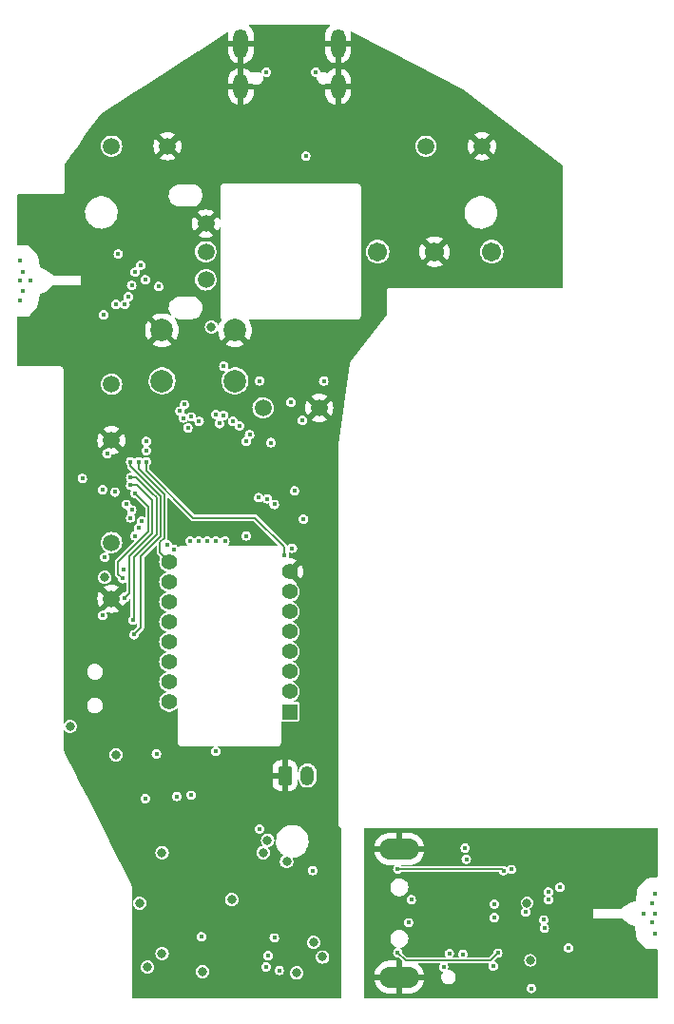
<source format=gbr>
%TF.GenerationSoftware,KiCad,Pcbnew,(6.0.4)*%
%TF.CreationDate,2022-05-12T22:13:07-04:00*%
%TF.ProjectId,Mouse V1,4d6f7573-6520-4563-912e-6b696361645f,V2.0*%
%TF.SameCoordinates,Original*%
%TF.FileFunction,Copper,L2,Inr*%
%TF.FilePolarity,Positive*%
%FSLAX46Y46*%
G04 Gerber Fmt 4.6, Leading zero omitted, Abs format (unit mm)*
G04 Created by KiCad (PCBNEW (6.0.4)) date 2022-05-12 22:13:07*
%MOMM*%
%LPD*%
G01*
G04 APERTURE LIST*
G04 Aperture macros list*
%AMRoundRect*
0 Rectangle with rounded corners*
0 $1 Rounding radius*
0 $2 $3 $4 $5 $6 $7 $8 $9 X,Y pos of 4 corners*
0 Add a 4 corners polygon primitive as box body*
4,1,4,$2,$3,$4,$5,$6,$7,$8,$9,$2,$3,0*
0 Add four circle primitives for the rounded corners*
1,1,$1+$1,$2,$3*
1,1,$1+$1,$4,$5*
1,1,$1+$1,$6,$7*
1,1,$1+$1,$8,$9*
0 Add four rect primitives between the rounded corners*
20,1,$1+$1,$2,$3,$4,$5,0*
20,1,$1+$1,$4,$5,$6,$7,0*
20,1,$1+$1,$6,$7,$8,$9,0*
20,1,$1+$1,$8,$9,$2,$3,0*%
G04 Aperture macros list end*
%TA.AperFunction,ComponentPad*%
%ADD10C,1.701800*%
%TD*%
%TA.AperFunction,ComponentPad*%
%ADD11C,1.500000*%
%TD*%
%TA.AperFunction,ComponentPad*%
%ADD12RoundRect,0.250000X-0.350000X-0.625000X0.350000X-0.625000X0.350000X0.625000X-0.350000X0.625000X0*%
%TD*%
%TA.AperFunction,ComponentPad*%
%ADD13O,1.200000X1.750000*%
%TD*%
%TA.AperFunction,ComponentPad*%
%ADD14C,1.498600*%
%TD*%
%TA.AperFunction,ComponentPad*%
%ADD15O,1.300000X2.600000*%
%TD*%
%TA.AperFunction,ComponentPad*%
%ADD16O,1.300000X2.300000*%
%TD*%
%TA.AperFunction,ComponentPad*%
%ADD17R,1.400000X1.400000*%
%TD*%
%TA.AperFunction,ComponentPad*%
%ADD18C,1.400000*%
%TD*%
%TA.AperFunction,ComponentPad*%
%ADD19C,2.000000*%
%TD*%
%TA.AperFunction,ComponentPad*%
%ADD20O,3.500000X1.900000*%
%TD*%
%TA.AperFunction,ViaPad*%
%ADD21C,0.800000*%
%TD*%
%TA.AperFunction,ViaPad*%
%ADD22C,0.450000*%
%TD*%
%TA.AperFunction,Conductor*%
%ADD23C,0.200000*%
%TD*%
G04 APERTURE END LIST*
D10*
%TO.N,/Microprocessor/Mouse Scroll Click*%
%TO.C,SW7*%
X142200000Y-85500000D03*
%TO.N,GND*%
X147280000Y-85500000D03*
%TO.N,N/C*%
X152360000Y-85500000D03*
%TD*%
D11*
%TO.N,/Microprocessor/Scroll Wheel Pin 0*%
%TO.C,SW8*%
X126900000Y-88000000D03*
%TO.N,/Microprocessor/Scroll Wheel Pin 1*%
X126900000Y-85500000D03*
%TO.N,GND*%
X126900000Y-83000000D03*
%TD*%
D12*
%TO.N,GND*%
%TO.C,J3*%
X133950000Y-132150000D03*
D13*
%TO.N,Net-(C23-Pad1)*%
X135950000Y-132150000D03*
%TD*%
D14*
%TO.N,/Microprocessor/Mouse Button 2*%
%TO.C,SW3*%
X146500000Y-76100000D03*
%TO.N,GND*%
X151500000Y-76100000D03*
%TD*%
%TO.N,/Microprocessor/Mouse DPI Button*%
%TO.C,SW6*%
X132000000Y-99400000D03*
%TO.N,GND*%
X137000000Y-99400000D03*
%TD*%
%TO.N,/Microprocessor/Mouse Button 4*%
%TO.C,SW5*%
X118500000Y-111400000D03*
%TO.N,GND*%
X118500000Y-116400000D03*
%TD*%
D15*
%TO.N,GND*%
%TO.C,J2*%
X130030000Y-66950000D03*
D16*
X130030000Y-70775000D03*
D15*
X138670000Y-66950000D03*
D16*
X138670000Y-70775000D03*
%TD*%
D14*
%TO.N,/Microprocessor/Mouse Button 1*%
%TO.C,SW2*%
X118500000Y-76100000D03*
%TO.N,GND*%
X123500000Y-76100000D03*
%TD*%
%TO.N,/Microprocessor/Mouse Button 3*%
%TO.C,SW4*%
X118500000Y-97300000D03*
%TO.N,GND*%
X118500000Y-102300000D03*
%TD*%
D17*
%TO.N,unconnected-(U3-Pad1)*%
%TO.C,U3*%
X134350000Y-126460000D03*
D18*
%TO.N,unconnected-(U3-Pad2)*%
X134350000Y-124680000D03*
%TO.N,Net-(C11-Pad2)*%
X134350000Y-122900000D03*
%TO.N,+1V8*%
X134350000Y-121120000D03*
%TO.N,Net-(C15-Pad2)*%
X134350000Y-119340000D03*
%TO.N,unconnected-(U3-Pad6)*%
X134350000Y-117560000D03*
%TO.N,/Microprocessor/Sensor RST*%
X134350000Y-115780000D03*
%TO.N,GND*%
X134350000Y-114000000D03*
%TO.N,/Microprocessor/Sensor IRQ*%
X123650000Y-113110000D03*
%TO.N,/Microprocessor/Sensor SPI Clock*%
X123650000Y-114890000D03*
%TO.N,/Microprocessor/Sensor SPI MOSI*%
X123650000Y-116670000D03*
%TO.N,/Microprocessor/Sensor SPI MISO*%
X123650000Y-118450000D03*
%TO.N,/Microprocessor/Sensor SPI Select*%
X123650000Y-120230000D03*
%TO.N,unconnected-(U3-Pad14)*%
X123650000Y-122010000D03*
%TO.N,Net-(R13-Pad2)*%
X123650000Y-123790000D03*
%TO.N,unconnected-(U3-Pad16)*%
X123650000Y-125570000D03*
%TD*%
D19*
%TO.N,/Microprocessor/Mouse Mode Button*%
%TO.C,SW1*%
X129500000Y-97000000D03*
X123000000Y-97000000D03*
%TO.N,GND*%
X123000000Y-92500000D03*
X129500000Y-92500000D03*
%TD*%
D20*
%TO.N,GND*%
%TO.C,J4*%
X144133257Y-150085479D03*
X144133257Y-138685479D03*
%TD*%
D21*
%TO.N,GND*%
X143283257Y-144400000D03*
X165100000Y-137550000D03*
D22*
X110310000Y-89860000D03*
D21*
X136150000Y-109950000D03*
X119200000Y-120600000D03*
X164070000Y-150855000D03*
X119500000Y-100000000D03*
X148500000Y-73300000D03*
X120900500Y-147900000D03*
D22*
X165923736Y-144440000D03*
X110310000Y-86260000D03*
D21*
X111735000Y-93890000D03*
X111995000Y-81175000D03*
X136150000Y-102000000D03*
X130300000Y-151400000D03*
X165680000Y-140830000D03*
X133100000Y-101500000D03*
X165200000Y-149075000D03*
X165350000Y-150265000D03*
X136500000Y-141700000D03*
X112465000Y-85115000D03*
X146700000Y-80500000D03*
X124800000Y-83600000D03*
X138400000Y-92500000D03*
X122600000Y-85500000D03*
X162300000Y-147000000D03*
X113745000Y-89210000D03*
D22*
X122100000Y-132700000D03*
D21*
X121600000Y-73400000D03*
X124900000Y-87300000D03*
X111735000Y-82235000D03*
D22*
X131200000Y-149000000D03*
D21*
X137050000Y-123050000D03*
X118450000Y-137300000D03*
X110775000Y-93220000D03*
X120800000Y-81400000D03*
X136700000Y-73100000D03*
X155800000Y-150100000D03*
X164020000Y-142380000D03*
D22*
X121900000Y-100000000D03*
D21*
X132600000Y-136100000D03*
X110775000Y-80905000D03*
X111415000Y-91670000D03*
X112465000Y-91010000D03*
X164150000Y-149695000D03*
D22*
X115100000Y-80500000D03*
D21*
X164080000Y-138020000D03*
D22*
X134800000Y-108200000D03*
D21*
X150000000Y-79100000D03*
D22*
X166623736Y-145240000D03*
X110610000Y-88960000D03*
X111310000Y-88060000D03*
X166923736Y-144440000D03*
D21*
X111885000Y-92700000D03*
X166320000Y-139280000D03*
X156700000Y-84300000D03*
X165210000Y-139800000D03*
X128600000Y-99200000D03*
D22*
X130900000Y-110200000D03*
D21*
X125100000Y-94500000D03*
X126100000Y-98500000D03*
X110775000Y-95220000D03*
D22*
X150602394Y-143219449D03*
X166923736Y-146240000D03*
D21*
X166310000Y-149595000D03*
D22*
X117650000Y-110400000D03*
D21*
X166310000Y-151595000D03*
X113745000Y-86915000D03*
X126500000Y-77400000D03*
X163350000Y-143290000D03*
X136280737Y-149583250D03*
X113075000Y-90120000D03*
X123700000Y-142000000D03*
D22*
X150483257Y-151500000D03*
D21*
X130400000Y-132000000D03*
X164010000Y-146495000D03*
X111885000Y-83425000D03*
D22*
X124637104Y-145855636D03*
D21*
X166320000Y-137280000D03*
D22*
X110310000Y-88060000D03*
X110610000Y-87260000D03*
D21*
X125100000Y-92200000D03*
X164630000Y-141490000D03*
X115800000Y-97900000D03*
D22*
X166923736Y-142640000D03*
D21*
X164090000Y-148525000D03*
X116350000Y-131800000D03*
X111415000Y-84455000D03*
X156000000Y-138900000D03*
D22*
X158500000Y-147300000D03*
D21*
X164620000Y-147385000D03*
X163340000Y-145585000D03*
X165670000Y-148045000D03*
X144000000Y-72300000D03*
X113075000Y-86005000D03*
D22*
X166623736Y-143540000D03*
X159200000Y-149000000D03*
D21*
X164160000Y-139180000D03*
X134600000Y-100900000D03*
X116100000Y-78500000D03*
X137050500Y-114750000D03*
X156200000Y-80100000D03*
X111995000Y-94950000D03*
X135700000Y-129300000D03*
X165090000Y-151325000D03*
X164100000Y-140350000D03*
X134300000Y-135000000D03*
X110775000Y-82905000D03*
X136700000Y-105700000D03*
X134050000Y-104609277D03*
X127900000Y-96500000D03*
X165360000Y-138610000D03*
D22*
X153683257Y-145900000D03*
D21*
X132800000Y-142600000D03*
D22*
X124800000Y-148700000D03*
%TO.N,+1V8*%
X118100000Y-103500000D03*
D21*
X134100000Y-139800000D03*
D22*
X134600000Y-111900000D03*
D21*
X127400000Y-92200000D03*
D22*
X134800000Y-106800000D03*
D21*
X121700000Y-149200000D03*
D22*
X135600000Y-109300000D03*
X131700000Y-136900000D03*
D21*
X121000000Y-143500000D03*
X117900000Y-114500000D03*
D22*
X117900000Y-112700000D03*
X124100000Y-112000000D03*
D21*
X135008146Y-149728055D03*
D22*
X117700000Y-117900000D03*
D21*
%TO.N,+1V2*%
X118900000Y-130300000D03*
X123000000Y-139000000D03*
D22*
X115900000Y-105700000D03*
D21*
%TO.N,/Battery Circuit/USB VBUS*%
X126600000Y-149600000D03*
D22*
X135800000Y-77000000D03*
D21*
X136500000Y-147000000D03*
D22*
%TO.N,/Battery Circuit/SYS*%
X133000000Y-146600000D03*
D21*
X132400000Y-137900000D03*
D22*
X128500000Y-95700000D03*
X126250000Y-111250000D03*
D21*
X129200000Y-143200000D03*
X123000000Y-148000000D03*
D22*
X133430000Y-149490000D03*
%TO.N,Net-(D1-Pad2)*%
X131700000Y-97000000D03*
%TO.N,Net-(D2-Pad2)*%
X134500000Y-98900000D03*
%TO.N,Net-(D3-Pad2)*%
X137400000Y-97000000D03*
%TO.N,/Microprocessor/Mouse Button 2*%
X124600000Y-99700000D03*
%TO.N,/Microprocessor/Mouse LED 3*%
X131600000Y-107400000D03*
X135500000Y-100500000D03*
%TO.N,/Microprocessor/Mouse Scroll Click*%
X130800000Y-101800000D03*
%TO.N,/Battery Circuit/~{CHG}*%
X136400000Y-140600000D03*
X133000000Y-108000000D03*
%TO.N,/Microprocessor/Sensor SPI MISO*%
X120200000Y-105600000D03*
X120400000Y-118300000D03*
%TO.N,/Battery Circuit/~{RST1}*%
X130500000Y-110800000D03*
X132250000Y-149180000D03*
%TO.N,/Microprocessor/SRST N*%
X123500000Y-111600000D03*
X127800000Y-130000000D03*
%TO.N,/Microprocessor/TCK*%
X124300000Y-134000000D03*
X127000000Y-111255500D03*
%TO.N,/Microprocessor/TMS*%
X125500000Y-111250000D03*
X122500000Y-130200000D03*
%TO.N,/Microprocessor/TDO*%
X127800000Y-111255500D03*
X125600000Y-133900000D03*
%TO.N,/Microprocessor/TDI*%
X121500000Y-134200000D03*
X128600000Y-111255500D03*
%TO.N,Net-(SW9-Pad2)*%
X126500000Y-146500000D03*
%TO.N,/Microprocessor/Radio RSTN*%
X120600000Y-110800000D03*
X121100000Y-86700000D03*
%TO.N,/Microprocessor/Radio SPI Clock*%
X120200000Y-109200000D03*
X120300000Y-88500000D03*
%TO.N,/Microprocessor/Radio SPI MOSI*%
X121500000Y-88000000D03*
X120300000Y-108500000D03*
%TO.N,/Microprocessor/Radio IRQ*%
X119700000Y-90200000D03*
X121200000Y-109500000D03*
%TO.N,/Microprocessor/Radio Shutdown*%
X118900000Y-90200000D03*
X120900000Y-110100000D03*
%TO.N,/Microprocessor/Sensor SPI Clock*%
X120600000Y-107000000D03*
X119500000Y-114600000D03*
%TO.N,/Microprocessor/Radio SPI Select*%
X118800000Y-106900000D03*
X120000000Y-89500000D03*
%TO.N,/Microprocessor/Radio SPI MISO*%
X120600000Y-87300000D03*
X119800000Y-108000000D03*
%TO.N,/Microprocessor/Sensor SPI MOSI*%
X120200000Y-106300000D03*
X119700000Y-116300000D03*
%TO.N,/Microprocessor/Sensor RST*%
X133900000Y-112500000D03*
X121600000Y-104200000D03*
D21*
%TO.N,/Battery Circuit/2V*%
X132000000Y-139000000D03*
X114799520Y-127789818D03*
D22*
X117800000Y-91100000D03*
X119100000Y-85700000D03*
X122700000Y-88600000D03*
%TO.N,/Microprocessor/Sensor SPI Select*%
X120200000Y-104200000D03*
X120500000Y-119600000D03*
%TO.N,/Microprocessor/Sensor IRQ*%
X120900000Y-104200000D03*
%TO.N,Net-(C46-Pad1)*%
X159200000Y-147500000D03*
X158450000Y-142100000D03*
%TO.N,Net-(D4-Pad5)*%
X132300000Y-69500000D03*
X136700000Y-69500000D03*
%TO.N,Net-(D5-Pad1)*%
X154100000Y-140500000D03*
%TO.N,Net-(D5-Pad5)*%
X150000000Y-138600000D03*
X155900000Y-151100000D03*
%TO.N,Net-(D5-Pad6)*%
X150100000Y-139600000D03*
%TO.N,Net-(U7-Pad1)*%
X155400000Y-144300000D03*
X144950000Y-145250000D03*
%TO.N,Net-(TP2-Pad1)*%
X121600000Y-103200000D03*
%TO.N,Net-(TP3-Pad1)*%
X121600000Y-102400000D03*
%TO.N,Net-(U7-Pad4)*%
X157050000Y-145750000D03*
X149800000Y-148050000D03*
%TO.N,Net-(U7-Pad5)*%
X157400000Y-143200000D03*
X152600000Y-144800000D03*
%TO.N,Net-(U7-Pad13)*%
X157397954Y-142501023D03*
X152600000Y-143600000D03*
%TO.N,Net-(U7-Pad14)*%
X145200000Y-143200000D03*
X157000000Y-145000000D03*
%TO.N,Net-(CLK1-Pad1)*%
X152900000Y-147950000D03*
X144000000Y-147900000D03*
%TO.N,Net-(DIO1-Pad1)*%
X144000000Y-140500000D03*
X153400000Y-140600000D03*
%TO.N,/Microprocessor/3V3*%
X132700000Y-102500000D03*
X132400000Y-107500000D03*
X117700000Y-106700000D03*
X125000000Y-99100000D03*
D21*
%TO.N,Net-(3V3_2-Pad1)*%
X155500000Y-143500000D03*
X155800000Y-148600000D03*
D22*
X152500000Y-149100000D03*
%TO.N,Net-(C23-Pad1)*%
X132450000Y-148200000D03*
D21*
X137300000Y-148300000D03*
D22*
%TO.N,Net-(TP4-Pad1)*%
X124900000Y-100300000D03*
%TO.N,Net-(TP5-Pad1)*%
X125300000Y-101200000D03*
%TO.N,Net-(TP6-Pad1)*%
X125600000Y-100200000D03*
%TO.N,Net-(TP7-Pad1)*%
X126300000Y-100600000D03*
%TO.N,Net-(TP8-Pad1)*%
X127800000Y-100000000D03*
%TO.N,Net-(TP9-Pad1)*%
X128100000Y-100800000D03*
%TO.N,Net-(TP10-Pad1)*%
X128500000Y-100100000D03*
%TO.N,Net-(TP11-Pad1)*%
X129300000Y-100600000D03*
%TO.N,Net-(TP12-Pad1)*%
X129900000Y-101000000D03*
%TO.N,Net-(TP13-Pad1)*%
X130500000Y-102400000D03*
%TO.N,Net-(TP14-Pad1)*%
X119600000Y-113800000D03*
%TO.N,Net-(TP15-Pad1)*%
X148083257Y-149200000D03*
%TO.N,Net-(TP16-Pad1)*%
X148583257Y-148000000D03*
%TD*%
D23*
%TO.N,/Microprocessor/Sensor SPI MISO*%
X122499039Y-107399039D02*
X122499039Y-108400000D01*
X120500000Y-117500000D02*
X120500000Y-118200000D01*
X121994296Y-111194296D02*
X120500000Y-112688592D01*
X122499038Y-110689554D02*
X121994296Y-111194296D01*
X120700000Y-105600000D02*
X122100000Y-107000000D01*
X120500000Y-112688592D02*
X120500000Y-117500000D01*
X122100000Y-107000000D02*
X122499039Y-107399039D01*
X122499039Y-108400000D02*
X122499038Y-110689554D01*
X120200000Y-105600000D02*
X120700000Y-105600000D01*
X120500000Y-118200000D02*
X120400000Y-118300000D01*
%TO.N,/Microprocessor/Sensor SPI Clock*%
X121800000Y-110400000D02*
X119100000Y-113100000D01*
X119100000Y-113100000D02*
X119100000Y-114200000D01*
X121800000Y-108200000D02*
X121800000Y-110400000D01*
X119100000Y-114200000D02*
X119500000Y-114600000D01*
X120600000Y-107000000D02*
X121800000Y-108200000D01*
%TO.N,/Microprocessor/Sensor SPI MOSI*%
X120100000Y-115900000D02*
X119700000Y-116300000D01*
X122149519Y-110544777D02*
X120100000Y-112594296D01*
X122149520Y-107649520D02*
X122149519Y-110544777D01*
X120200000Y-106300000D02*
X120800000Y-106300000D01*
X120800000Y-106300000D02*
X122149520Y-107649520D01*
X120100000Y-112594296D02*
X120100000Y-115900000D01*
%TO.N,/Microprocessor/Sensor RST*%
X133900000Y-112500000D02*
X133900000Y-111800000D01*
X125782886Y-109200000D02*
X121600000Y-105017112D01*
X131300000Y-109200000D02*
X125782886Y-109200000D01*
X133900000Y-111800000D02*
X131300000Y-109200000D01*
X121600000Y-105017112D02*
X121600000Y-104200000D01*
%TO.N,/Microprocessor/Sensor SPI Select*%
X122848558Y-107254262D02*
X122848558Y-110834329D01*
X121100000Y-119000000D02*
X120500000Y-119600000D01*
X120200000Y-104200000D02*
X120200000Y-104605704D01*
X120200000Y-104605704D02*
X122848558Y-107254262D01*
X121100000Y-112582888D02*
X121100000Y-119000000D01*
X122848558Y-110834329D02*
X121100000Y-112582888D01*
%TO.N,/Microprocessor/Sensor IRQ*%
X120900000Y-104811408D02*
X123198078Y-107109487D01*
X122800000Y-112260000D02*
X123650000Y-113110000D01*
X122800000Y-111377183D02*
X122800000Y-112260000D01*
X123198077Y-107700000D02*
X123198077Y-110979106D01*
X120900000Y-104200000D02*
X120900000Y-104811408D01*
X123198078Y-107109487D02*
X123198077Y-107700000D01*
X123198077Y-110979106D02*
X122800000Y-111377183D01*
%TO.N,Net-(CLK1-Pad1)*%
X144700000Y-148600000D02*
X144000000Y-147900000D01*
X152900000Y-147950000D02*
X152250000Y-148600000D01*
X152250000Y-148600000D02*
X144700000Y-148600000D01*
%TO.N,Net-(DIO1-Pad1)*%
X153300000Y-140500000D02*
X144000000Y-140500000D01*
X153400000Y-140600000D02*
X153300000Y-140500000D01*
%TD*%
%TA.AperFunction,Conductor*%
%TO.N,GND*%
G36*
X167104384Y-136814852D02*
G01*
X167118736Y-136849500D01*
X167118736Y-141156044D01*
X167104384Y-141190692D01*
X167075038Y-141204756D01*
X166586000Y-141257986D01*
X166200000Y-141300000D01*
X165400000Y-142100000D01*
X165329144Y-142525139D01*
X165204850Y-143270900D01*
X165184998Y-143302717D01*
X165172012Y-143309329D01*
X165021575Y-143359475D01*
X164600000Y-143500000D01*
X163947479Y-143978905D01*
X163931676Y-143990503D01*
X163902684Y-144000000D01*
X161418736Y-144000000D01*
X161418736Y-144900000D01*
X163903033Y-144900000D01*
X163931514Y-144909127D01*
X164618736Y-145400000D01*
X165093134Y-145589759D01*
X165119974Y-145615952D01*
X165123269Y-145627198D01*
X165318736Y-146800000D01*
X166118736Y-147600000D01*
X167069736Y-147600000D01*
X167104384Y-147614352D01*
X167118736Y-147649000D01*
X167118736Y-151950500D01*
X167104384Y-151985148D01*
X167069736Y-151999500D01*
X141049000Y-151999500D01*
X141014352Y-151985148D01*
X141000000Y-151950500D01*
X141000000Y-150346597D01*
X141898164Y-150346597D01*
X141909784Y-150422531D01*
X141910716Y-150426443D01*
X141983951Y-150650506D01*
X141985498Y-150654188D01*
X142094351Y-150863292D01*
X142096486Y-150866682D01*
X142238026Y-151055196D01*
X142240686Y-151058192D01*
X142411110Y-151221053D01*
X142414219Y-151223571D01*
X142608962Y-151356415D01*
X142612446Y-151358394D01*
X142826259Y-151457643D01*
X142830027Y-151459029D01*
X143057182Y-151522025D01*
X143061116Y-151522775D01*
X143253550Y-151543341D01*
X143256150Y-151543479D01*
X143869510Y-151543479D01*
X143876402Y-151540624D01*
X143879257Y-151533732D01*
X144387257Y-151533732D01*
X144390112Y-151540624D01*
X144397004Y-151543479D01*
X144993022Y-151543479D01*
X144995050Y-151543396D01*
X145170191Y-151528996D01*
X145174156Y-151528340D01*
X145402781Y-151470914D01*
X145406575Y-151469622D01*
X145622750Y-151375626D01*
X145626292Y-151373726D01*
X145824200Y-151245694D01*
X145827389Y-151243239D01*
X145984807Y-151100000D01*
X155474258Y-151100000D01*
X155474861Y-151103807D01*
X155493431Y-151221053D01*
X155495095Y-151231562D01*
X155555567Y-151350245D01*
X155649755Y-151444433D01*
X155653188Y-151446182D01*
X155653189Y-151446183D01*
X155675681Y-151457643D01*
X155768438Y-151504905D01*
X155772243Y-151505508D01*
X155772244Y-151505508D01*
X155896193Y-151525139D01*
X155900000Y-151525742D01*
X155903807Y-151525139D01*
X156027756Y-151505508D01*
X156027757Y-151505508D01*
X156031562Y-151504905D01*
X156124319Y-151457643D01*
X156146811Y-151446183D01*
X156146812Y-151446182D01*
X156150245Y-151444433D01*
X156244433Y-151350245D01*
X156304905Y-151231562D01*
X156306570Y-151221053D01*
X156325139Y-151103807D01*
X156325742Y-151100000D01*
X156304905Y-150968438D01*
X156253058Y-150866682D01*
X156246183Y-150853189D01*
X156246182Y-150853188D01*
X156244433Y-150849755D01*
X156150245Y-150755567D01*
X156146812Y-150753818D01*
X156146811Y-150753817D01*
X156061584Y-150710392D01*
X156031562Y-150695095D01*
X156027757Y-150694492D01*
X156027756Y-150694492D01*
X155925033Y-150678223D01*
X155900000Y-150674258D01*
X155874967Y-150678223D01*
X155772244Y-150694492D01*
X155772243Y-150694492D01*
X155768438Y-150695095D01*
X155738416Y-150710392D01*
X155653189Y-150753817D01*
X155653188Y-150753818D01*
X155649755Y-150755567D01*
X155555567Y-150849755D01*
X155553818Y-150853188D01*
X155553817Y-150853189D01*
X155546942Y-150866682D01*
X155495095Y-150968438D01*
X155474258Y-151100000D01*
X145984807Y-151100000D01*
X146001740Y-151084592D01*
X146004471Y-151081664D01*
X146150571Y-150896668D01*
X146152789Y-150893330D01*
X146266715Y-150686955D01*
X146268358Y-150683297D01*
X146347046Y-150461089D01*
X146348069Y-150457220D01*
X146367332Y-150349075D01*
X146365730Y-150341789D01*
X146362117Y-150339479D01*
X144397004Y-150339479D01*
X144390112Y-150342334D01*
X144387257Y-150349226D01*
X144387257Y-151533732D01*
X143879257Y-151533732D01*
X143879257Y-150349226D01*
X143876402Y-150342334D01*
X143869510Y-150339479D01*
X141906822Y-150339479D01*
X141899930Y-150342334D01*
X141898164Y-150346597D01*
X141000000Y-150346597D01*
X141000000Y-149821883D01*
X141899182Y-149821883D01*
X141900784Y-149829169D01*
X141904397Y-149831479D01*
X143869510Y-149831479D01*
X143876402Y-149828624D01*
X143879257Y-149821732D01*
X143879257Y-148637226D01*
X143876402Y-148630334D01*
X143869510Y-148627479D01*
X143273492Y-148627479D01*
X143271464Y-148627562D01*
X143096323Y-148641962D01*
X143092358Y-148642618D01*
X142863733Y-148700044D01*
X142859939Y-148701336D01*
X142643764Y-148795332D01*
X142640222Y-148797232D01*
X142442314Y-148925264D01*
X142439125Y-148927719D01*
X142264774Y-149086366D01*
X142262043Y-149089294D01*
X142115943Y-149274290D01*
X142113725Y-149277628D01*
X141999799Y-149484003D01*
X141998156Y-149487661D01*
X141919468Y-149709869D01*
X141918445Y-149713738D01*
X141899182Y-149821883D01*
X141000000Y-149821883D01*
X141000000Y-146679855D01*
X143327712Y-146679855D01*
X143346484Y-146858462D01*
X143404360Y-147028472D01*
X143405796Y-147030806D01*
X143484227Y-147158293D01*
X143498463Y-147181434D01*
X143500378Y-147183390D01*
X143500380Y-147183392D01*
X143622198Y-147307789D01*
X143622201Y-147307791D01*
X143624116Y-147309747D01*
X143775074Y-147407033D01*
X143812137Y-147420523D01*
X143824454Y-147425006D01*
X143852104Y-147450343D01*
X143853740Y-147487810D01*
X143829941Y-147514710D01*
X143753189Y-147553817D01*
X143753188Y-147553818D01*
X143749755Y-147555567D01*
X143655567Y-147649755D01*
X143653818Y-147653188D01*
X143653817Y-147653189D01*
X143631480Y-147697029D01*
X143595095Y-147768438D01*
X143594492Y-147772243D01*
X143594492Y-147772244D01*
X143579801Y-147865004D01*
X143574258Y-147900000D01*
X143574861Y-147903807D01*
X143593821Y-148023515D01*
X143595095Y-148031562D01*
X143611241Y-148063251D01*
X143646048Y-148131562D01*
X143655567Y-148150245D01*
X143749755Y-148244433D01*
X143753188Y-148246182D01*
X143753189Y-148246183D01*
X143791792Y-148265852D01*
X143868438Y-148304905D01*
X143872243Y-148305508D01*
X143872244Y-148305508D01*
X143996193Y-148325139D01*
X144000000Y-148325742D01*
X144037051Y-148319874D01*
X144073517Y-148328629D01*
X144079363Y-148333623D01*
X144372905Y-148627165D01*
X144387257Y-148661813D01*
X144387257Y-149821732D01*
X144390112Y-149828624D01*
X144397004Y-149831479D01*
X146359692Y-149831479D01*
X146366584Y-149828624D01*
X146368350Y-149824361D01*
X146356730Y-149748427D01*
X146355798Y-149744515D01*
X146282563Y-149520452D01*
X146281016Y-149516770D01*
X146172163Y-149307666D01*
X146170028Y-149304276D01*
X146028488Y-149115762D01*
X146025828Y-149112766D01*
X145855404Y-148949905D01*
X145852294Y-148947387D01*
X145841435Y-148939979D01*
X145820900Y-148908597D01*
X145828569Y-148871887D01*
X145859951Y-148851352D01*
X145869048Y-148850500D01*
X147719783Y-148850500D01*
X147754431Y-148864852D01*
X147768783Y-148899500D01*
X147754431Y-148934148D01*
X147738824Y-148949755D01*
X147737075Y-148953188D01*
X147737074Y-148953189D01*
X147727365Y-148972244D01*
X147678352Y-149068438D01*
X147677749Y-149072243D01*
X147677749Y-149072244D01*
X147675049Y-149089294D01*
X147657515Y-149200000D01*
X147678352Y-149331562D01*
X147702143Y-149378254D01*
X147735863Y-149444433D01*
X147738824Y-149450245D01*
X147833012Y-149544433D01*
X147836445Y-149546182D01*
X147836446Y-149546183D01*
X147879398Y-149568068D01*
X147951695Y-149604905D01*
X147955500Y-149605508D01*
X147955501Y-149605508D01*
X147962942Y-149606686D01*
X147967322Y-149607380D01*
X147999299Y-149626975D01*
X148008054Y-149663442D01*
X147997412Y-149687011D01*
X147946400Y-149748674D01*
X147945089Y-149751461D01*
X147877731Y-149894602D01*
X147877730Y-149894606D01*
X147876421Y-149897387D01*
X147845624Y-150058830D01*
X147855944Y-150222860D01*
X147906732Y-150379171D01*
X147994798Y-150517940D01*
X148114607Y-150630448D01*
X148117305Y-150631931D01*
X148117306Y-150631932D01*
X148186620Y-150670038D01*
X148258632Y-150709627D01*
X148335629Y-150729396D01*
X148414838Y-150749734D01*
X148414841Y-150749734D01*
X148417823Y-150750500D01*
X148540925Y-150750500D01*
X148646399Y-150737175D01*
X148660003Y-150735457D01*
X148663058Y-150735071D01*
X148815871Y-150674568D01*
X148948837Y-150577963D01*
X149053600Y-150451326D01*
X149106231Y-150339479D01*
X149122269Y-150305398D01*
X149122270Y-150305394D01*
X149123579Y-150302613D01*
X149154376Y-150141170D01*
X149144056Y-149977140D01*
X149096729Y-149831479D01*
X149094220Y-149823758D01*
X149094219Y-149823756D01*
X149093268Y-149820829D01*
X149005202Y-149682060D01*
X148885393Y-149569552D01*
X148741368Y-149490373D01*
X148664371Y-149470604D01*
X148585162Y-149450266D01*
X148585159Y-149450266D01*
X148582177Y-149449500D01*
X148508030Y-149449500D01*
X148473382Y-149435148D01*
X148459030Y-149400500D01*
X148464371Y-149378254D01*
X148488162Y-149331562D01*
X148508999Y-149200000D01*
X148491465Y-149089294D01*
X148488765Y-149072244D01*
X148488765Y-149072243D01*
X148488162Y-149068438D01*
X148439149Y-148972244D01*
X148429440Y-148953189D01*
X148429439Y-148953188D01*
X148427690Y-148949755D01*
X148412083Y-148934148D01*
X148397731Y-148899500D01*
X148412083Y-148864852D01*
X148446731Y-148850500D01*
X152075227Y-148850500D01*
X152109875Y-148864852D01*
X152124227Y-148899500D01*
X152118886Y-148921745D01*
X152095095Y-148968438D01*
X152074258Y-149100000D01*
X152095095Y-149231562D01*
X152096845Y-149234996D01*
X152146048Y-149331562D01*
X152155567Y-149350245D01*
X152249755Y-149444433D01*
X152253188Y-149446182D01*
X152253189Y-149446183D01*
X152268394Y-149453930D01*
X152368438Y-149504905D01*
X152372243Y-149505508D01*
X152372244Y-149505508D01*
X152496193Y-149525139D01*
X152500000Y-149525742D01*
X152503807Y-149525139D01*
X152627756Y-149505508D01*
X152627757Y-149505508D01*
X152631562Y-149504905D01*
X152731606Y-149453930D01*
X152746811Y-149446183D01*
X152746812Y-149446182D01*
X152750245Y-149444433D01*
X152844433Y-149350245D01*
X152853953Y-149331562D01*
X152903155Y-149234996D01*
X152904905Y-149231562D01*
X152925742Y-149100000D01*
X152908735Y-148992621D01*
X152905508Y-148972244D01*
X152905508Y-148972243D01*
X152904905Y-148968438D01*
X152859932Y-148880174D01*
X152846183Y-148853189D01*
X152846182Y-148853188D01*
X152844433Y-148849755D01*
X152750245Y-148755567D01*
X152746812Y-148753818D01*
X152746811Y-148753817D01*
X152690904Y-148725331D01*
X152631562Y-148695095D01*
X152627757Y-148694492D01*
X152627756Y-148694492D01*
X152620885Y-148693404D01*
X152588908Y-148673809D01*
X152580152Y-148637343D01*
X152593901Y-148610359D01*
X152604260Y-148600000D01*
X155244750Y-148600000D01*
X155263670Y-148743709D01*
X155319139Y-148877625D01*
X155407379Y-148992621D01*
X155522375Y-149080861D01*
X155656291Y-149136330D01*
X155800000Y-149155250D01*
X155943709Y-149136330D01*
X156077625Y-149080861D01*
X156192621Y-148992621D01*
X156280861Y-148877625D01*
X156336330Y-148743709D01*
X156355250Y-148600000D01*
X156336330Y-148456291D01*
X156280861Y-148322375D01*
X156192621Y-148207379D01*
X156186877Y-148202971D01*
X156080174Y-148121095D01*
X156077625Y-148119139D01*
X155943709Y-148063670D01*
X155835253Y-148049391D01*
X155803183Y-148045169D01*
X155800000Y-148044750D01*
X155796817Y-148045169D01*
X155764747Y-148049391D01*
X155656291Y-148063670D01*
X155522375Y-148119139D01*
X155519826Y-148121095D01*
X155413124Y-148202971D01*
X155407379Y-148207379D01*
X155319139Y-148322375D01*
X155263670Y-148456291D01*
X155244750Y-148600000D01*
X152604260Y-148600000D01*
X152820638Y-148383623D01*
X152855286Y-148369271D01*
X152862946Y-148369874D01*
X152900000Y-148375742D01*
X152903807Y-148375139D01*
X153027756Y-148355508D01*
X153027757Y-148355508D01*
X153031562Y-148354905D01*
X153100314Y-148319874D01*
X153146811Y-148296183D01*
X153146812Y-148296182D01*
X153150245Y-148294433D01*
X153244433Y-148200245D01*
X153253953Y-148181562D01*
X153284762Y-148121095D01*
X153304905Y-148081562D01*
X153325742Y-147950000D01*
X153309022Y-147844433D01*
X153305508Y-147822244D01*
X153305508Y-147822243D01*
X153304905Y-147818438D01*
X153268409Y-147746811D01*
X153246183Y-147703189D01*
X153246182Y-147703188D01*
X153244433Y-147699755D01*
X153150245Y-147605567D01*
X153146812Y-147603818D01*
X153146811Y-147603817D01*
X153088798Y-147574258D01*
X153031562Y-147545095D01*
X153027757Y-147544492D01*
X153027756Y-147544492D01*
X152903807Y-147524861D01*
X152900000Y-147524258D01*
X152896193Y-147524861D01*
X152772244Y-147544492D01*
X152772243Y-147544492D01*
X152768438Y-147545095D01*
X152711202Y-147574258D01*
X152653189Y-147603817D01*
X152653188Y-147603818D01*
X152649755Y-147605567D01*
X152555567Y-147699755D01*
X152553818Y-147703188D01*
X152553817Y-147703189D01*
X152531591Y-147746811D01*
X152495095Y-147818438D01*
X152494492Y-147822243D01*
X152494492Y-147822244D01*
X152490978Y-147844433D01*
X152474258Y-147950000D01*
X152478909Y-147979363D01*
X152480126Y-147987049D01*
X152471371Y-148023515D01*
X152466377Y-148029362D01*
X152160592Y-148335148D01*
X152125944Y-148349500D01*
X150199297Y-148349500D01*
X150164649Y-148335148D01*
X150150297Y-148300500D01*
X150155638Y-148278254D01*
X150172871Y-148244433D01*
X150204905Y-148181562D01*
X150225742Y-148050000D01*
X150206062Y-147925742D01*
X150205508Y-147922244D01*
X150205508Y-147922243D01*
X150204905Y-147918438D01*
X150155892Y-147822244D01*
X150146183Y-147803189D01*
X150146182Y-147803188D01*
X150144433Y-147799755D01*
X150050245Y-147705567D01*
X150046812Y-147703818D01*
X150046811Y-147703817D01*
X149990903Y-147675331D01*
X149931562Y-147645095D01*
X149927757Y-147644492D01*
X149927756Y-147644492D01*
X149803807Y-147624861D01*
X149800000Y-147624258D01*
X149796193Y-147624861D01*
X149672244Y-147644492D01*
X149672243Y-147644492D01*
X149668438Y-147645095D01*
X149609097Y-147675331D01*
X149553189Y-147703817D01*
X149553188Y-147703818D01*
X149549755Y-147705567D01*
X149455567Y-147799755D01*
X149453818Y-147803188D01*
X149453817Y-147803189D01*
X149444108Y-147822244D01*
X149395095Y-147918438D01*
X149394492Y-147922243D01*
X149394492Y-147922244D01*
X149393938Y-147925742D01*
X149374258Y-148050000D01*
X149395095Y-148181562D01*
X149427129Y-148244433D01*
X149444362Y-148278254D01*
X149447305Y-148315642D01*
X149422949Y-148344159D01*
X149400703Y-148349500D01*
X148946731Y-148349500D01*
X148912083Y-148335148D01*
X148897731Y-148300500D01*
X148912083Y-148265852D01*
X148927690Y-148250245D01*
X148930652Y-148244433D01*
X148964625Y-148177756D01*
X148988162Y-148131562D01*
X149008999Y-148000000D01*
X148988162Y-147868438D01*
X148939149Y-147772244D01*
X148929440Y-147753189D01*
X148929439Y-147753188D01*
X148927690Y-147749755D01*
X148833502Y-147655567D01*
X148830069Y-147653818D01*
X148830068Y-147653817D01*
X148752613Y-147614352D01*
X148714819Y-147595095D01*
X148711014Y-147594492D01*
X148711013Y-147594492D01*
X148587064Y-147574861D01*
X148583257Y-147574258D01*
X148579450Y-147574861D01*
X148455501Y-147594492D01*
X148455500Y-147594492D01*
X148451695Y-147595095D01*
X148413901Y-147614352D01*
X148336446Y-147653817D01*
X148336445Y-147653818D01*
X148333012Y-147655567D01*
X148238824Y-147749755D01*
X148237075Y-147753188D01*
X148237074Y-147753189D01*
X148227365Y-147772244D01*
X148178352Y-147868438D01*
X148157515Y-148000000D01*
X148178352Y-148131562D01*
X148201889Y-148177756D01*
X148235863Y-148244433D01*
X148238824Y-148250245D01*
X148254431Y-148265852D01*
X148268783Y-148300500D01*
X148254431Y-148335148D01*
X148219783Y-148349500D01*
X144824056Y-148349500D01*
X144789408Y-148335148D01*
X144433623Y-147979363D01*
X144419271Y-147944715D01*
X144419874Y-147937050D01*
X144421761Y-147925139D01*
X144425742Y-147900000D01*
X144420199Y-147865004D01*
X144405508Y-147772244D01*
X144405508Y-147772243D01*
X144404905Y-147768438D01*
X144368520Y-147697029D01*
X144346183Y-147653189D01*
X144346182Y-147653188D01*
X144344433Y-147649755D01*
X144252424Y-147557746D01*
X144238072Y-147523098D01*
X144247640Y-147500000D01*
X158774258Y-147500000D01*
X158774861Y-147503807D01*
X158794034Y-147624861D01*
X158795095Y-147631562D01*
X158855567Y-147750245D01*
X158949755Y-147844433D01*
X158953188Y-147846182D01*
X158953189Y-147846183D01*
X158990128Y-147865004D01*
X159068438Y-147904905D01*
X159072243Y-147905508D01*
X159072244Y-147905508D01*
X159196193Y-147925139D01*
X159200000Y-147925742D01*
X159203807Y-147925139D01*
X159327756Y-147905508D01*
X159327757Y-147905508D01*
X159331562Y-147904905D01*
X159409872Y-147865004D01*
X159446811Y-147846183D01*
X159446812Y-147846182D01*
X159450245Y-147844433D01*
X159544433Y-147750245D01*
X159604905Y-147631562D01*
X159605967Y-147624861D01*
X159625139Y-147503807D01*
X159625742Y-147500000D01*
X159604905Y-147368438D01*
X159544433Y-147249755D01*
X159450245Y-147155567D01*
X159446812Y-147153818D01*
X159446811Y-147153817D01*
X159390904Y-147125331D01*
X159331562Y-147095095D01*
X159327757Y-147094492D01*
X159327756Y-147094492D01*
X159203807Y-147074861D01*
X159200000Y-147074258D01*
X159196193Y-147074861D01*
X159072244Y-147094492D01*
X159072243Y-147094492D01*
X159068438Y-147095095D01*
X159009096Y-147125331D01*
X158953189Y-147153817D01*
X158953188Y-147153818D01*
X158949755Y-147155567D01*
X158855567Y-147249755D01*
X158795095Y-147368438D01*
X158774258Y-147500000D01*
X144247640Y-147500000D01*
X144252424Y-147488450D01*
X144281610Y-147474403D01*
X144311729Y-147471025D01*
X144371120Y-147450343D01*
X144478741Y-147412866D01*
X144478744Y-147412864D01*
X144481330Y-147411964D01*
X144489222Y-147407033D01*
X144631307Y-147318248D01*
X144631308Y-147318247D01*
X144633632Y-147316795D01*
X144640730Y-147309747D01*
X144759117Y-147192182D01*
X144761064Y-147190249D01*
X144857294Y-147038615D01*
X144917538Y-146869430D01*
X144938802Y-146691103D01*
X144920030Y-146512496D01*
X144862154Y-146342486D01*
X144768051Y-146189524D01*
X144754555Y-146175742D01*
X144644316Y-146063169D01*
X144644313Y-146063167D01*
X144642398Y-146061211D01*
X144547798Y-146000245D01*
X144493738Y-145965406D01*
X144491440Y-145963925D01*
X144383574Y-145924665D01*
X144325254Y-145903438D01*
X144325252Y-145903438D01*
X144322679Y-145902501D01*
X144183974Y-145884979D01*
X144088102Y-145884979D01*
X144086751Y-145885131D01*
X144086743Y-145885131D01*
X143957503Y-145899628D01*
X143957502Y-145899628D01*
X143954785Y-145899933D01*
X143952197Y-145900834D01*
X143952198Y-145900834D01*
X143787773Y-145958092D01*
X143787770Y-145958094D01*
X143785184Y-145958994D01*
X143782861Y-145960445D01*
X143782860Y-145960446D01*
X143714806Y-146002971D01*
X143632882Y-146054163D01*
X143630939Y-146056092D01*
X143630937Y-146056094D01*
X143623813Y-146063169D01*
X143505450Y-146180709D01*
X143409220Y-146332343D01*
X143348976Y-146501528D01*
X143327712Y-146679855D01*
X141000000Y-146679855D01*
X141000000Y-145250000D01*
X144524258Y-145250000D01*
X144524861Y-145253807D01*
X144543289Y-145370157D01*
X144545095Y-145381562D01*
X144605567Y-145500245D01*
X144699755Y-145594433D01*
X144703188Y-145596182D01*
X144703189Y-145596183D01*
X144740128Y-145615004D01*
X144818438Y-145654905D01*
X144822243Y-145655508D01*
X144822244Y-145655508D01*
X144946193Y-145675139D01*
X144950000Y-145675742D01*
X144953807Y-145675139D01*
X145077756Y-145655508D01*
X145077757Y-145655508D01*
X145081562Y-145654905D01*
X145159872Y-145615004D01*
X145196811Y-145596183D01*
X145196812Y-145596182D01*
X145200245Y-145594433D01*
X145294433Y-145500245D01*
X145354905Y-145381562D01*
X145356712Y-145370157D01*
X145375139Y-145253807D01*
X145375742Y-145250000D01*
X145359022Y-145144433D01*
X145355508Y-145122244D01*
X145355508Y-145122243D01*
X145354905Y-145118438D01*
X145294433Y-144999755D01*
X145200245Y-144905567D01*
X145196812Y-144903818D01*
X145196811Y-144903817D01*
X145127375Y-144868438D01*
X145081562Y-144845095D01*
X145077757Y-144844492D01*
X145077756Y-144844492D01*
X144953807Y-144824861D01*
X144950000Y-144824258D01*
X144946193Y-144824861D01*
X144822244Y-144844492D01*
X144822243Y-144844492D01*
X144818438Y-144845095D01*
X144772625Y-144868438D01*
X144703189Y-144903817D01*
X144703188Y-144903818D01*
X144699755Y-144905567D01*
X144605567Y-144999755D01*
X144545095Y-145118438D01*
X144544492Y-145122243D01*
X144544492Y-145122244D01*
X144540978Y-145144433D01*
X144524258Y-145250000D01*
X141000000Y-145250000D01*
X141000000Y-144800000D01*
X152174258Y-144800000D01*
X152174861Y-144803807D01*
X152191410Y-144908293D01*
X152195095Y-144931562D01*
X152255567Y-145050245D01*
X152349755Y-145144433D01*
X152353188Y-145146182D01*
X152353189Y-145146183D01*
X152409096Y-145174669D01*
X152468438Y-145204905D01*
X152472243Y-145205508D01*
X152472244Y-145205508D01*
X152596193Y-145225139D01*
X152600000Y-145225742D01*
X152603807Y-145225139D01*
X152727756Y-145205508D01*
X152727757Y-145205508D01*
X152731562Y-145204905D01*
X152790904Y-145174669D01*
X152846811Y-145146183D01*
X152846812Y-145146182D01*
X152850245Y-145144433D01*
X152944433Y-145050245D01*
X152970034Y-145000000D01*
X156574258Y-145000000D01*
X156574861Y-145003807D01*
X156592473Y-145115004D01*
X156595095Y-145131562D01*
X156655567Y-145250245D01*
X156749755Y-145344433D01*
X156763286Y-145351328D01*
X156787641Y-145379843D01*
X156784700Y-145417231D01*
X156775688Y-145429634D01*
X156705567Y-145499755D01*
X156645095Y-145618438D01*
X156644492Y-145622243D01*
X156644492Y-145622244D01*
X156639596Y-145653155D01*
X156624258Y-145750000D01*
X156645095Y-145881562D01*
X156675331Y-145940903D01*
X156684549Y-145958994D01*
X156705567Y-146000245D01*
X156799755Y-146094433D01*
X156803188Y-146096182D01*
X156803189Y-146096183D01*
X156859097Y-146124669D01*
X156918438Y-146154905D01*
X156922243Y-146155508D01*
X156922244Y-146155508D01*
X157046193Y-146175139D01*
X157050000Y-146175742D01*
X157053807Y-146175139D01*
X157177756Y-146155508D01*
X157177757Y-146155508D01*
X157181562Y-146154905D01*
X157240903Y-146124669D01*
X157296811Y-146096183D01*
X157296812Y-146096182D01*
X157300245Y-146094433D01*
X157394433Y-146000245D01*
X157415452Y-145958994D01*
X157424669Y-145940903D01*
X157454905Y-145881562D01*
X157475742Y-145750000D01*
X157460404Y-145653155D01*
X157455508Y-145622244D01*
X157455508Y-145622243D01*
X157454905Y-145618438D01*
X157394433Y-145499755D01*
X157300245Y-145405567D01*
X157286714Y-145398672D01*
X157262359Y-145370157D01*
X157265300Y-145332769D01*
X157274312Y-145320366D01*
X157344433Y-145250245D01*
X157404905Y-145131562D01*
X157407528Y-145115004D01*
X157425139Y-145003807D01*
X157425742Y-145000000D01*
X157414300Y-144927756D01*
X157405508Y-144872244D01*
X157405508Y-144872243D01*
X157404905Y-144868438D01*
X157344433Y-144749755D01*
X157250245Y-144655567D01*
X157246812Y-144653818D01*
X157246811Y-144653817D01*
X157190904Y-144625331D01*
X157131562Y-144595095D01*
X157127757Y-144594492D01*
X157127756Y-144594492D01*
X157003807Y-144574861D01*
X157000000Y-144574258D01*
X156996193Y-144574861D01*
X156872244Y-144594492D01*
X156872243Y-144594492D01*
X156868438Y-144595095D01*
X156809096Y-144625331D01*
X156753189Y-144653817D01*
X156753188Y-144653818D01*
X156749755Y-144655567D01*
X156655567Y-144749755D01*
X156595095Y-144868438D01*
X156594492Y-144872243D01*
X156594492Y-144872244D01*
X156585700Y-144927756D01*
X156574258Y-145000000D01*
X152970034Y-145000000D01*
X153004905Y-144931562D01*
X153008591Y-144908293D01*
X153025139Y-144803807D01*
X153025742Y-144800000D01*
X153004905Y-144668438D01*
X152944433Y-144549755D01*
X152850245Y-144455567D01*
X152846812Y-144453818D01*
X152846811Y-144453817D01*
X152790903Y-144425331D01*
X152731562Y-144395095D01*
X152727757Y-144394492D01*
X152727756Y-144394492D01*
X152603807Y-144374861D01*
X152600000Y-144374258D01*
X152596193Y-144374861D01*
X152472244Y-144394492D01*
X152472243Y-144394492D01*
X152468438Y-144395095D01*
X152409097Y-144425331D01*
X152353189Y-144453817D01*
X152353188Y-144453818D01*
X152349755Y-144455567D01*
X152255567Y-144549755D01*
X152195095Y-144668438D01*
X152174258Y-144800000D01*
X141000000Y-144800000D01*
X141000000Y-143200000D01*
X144774258Y-143200000D01*
X144774861Y-143203807D01*
X144783491Y-143258293D01*
X144795095Y-143331562D01*
X144855567Y-143450245D01*
X144949755Y-143544433D01*
X144953188Y-143546182D01*
X144953189Y-143546183D01*
X145009096Y-143574669D01*
X145068438Y-143604905D01*
X145072243Y-143605508D01*
X145072244Y-143605508D01*
X145196193Y-143625139D01*
X145200000Y-143625742D01*
X145203807Y-143625139D01*
X145327756Y-143605508D01*
X145327757Y-143605508D01*
X145331562Y-143604905D01*
X145341189Y-143600000D01*
X152174258Y-143600000D01*
X152195095Y-143731562D01*
X152255567Y-143850245D01*
X152349755Y-143944433D01*
X152353188Y-143946182D01*
X152353189Y-143946183D01*
X152409097Y-143974669D01*
X152468438Y-144004905D01*
X152472243Y-144005508D01*
X152472244Y-144005508D01*
X152596193Y-144025139D01*
X152600000Y-144025742D01*
X152603807Y-144025139D01*
X152727756Y-144005508D01*
X152727757Y-144005508D01*
X152731562Y-144004905D01*
X152790903Y-143974669D01*
X152846811Y-143946183D01*
X152846812Y-143946182D01*
X152850245Y-143944433D01*
X152944433Y-143850245D01*
X153004905Y-143731562D01*
X153025742Y-143600000D01*
X153016941Y-143544433D01*
X153009904Y-143500000D01*
X154944750Y-143500000D01*
X154963670Y-143643709D01*
X155019139Y-143777625D01*
X155107379Y-143892621D01*
X155122646Y-143904336D01*
X155141398Y-143936812D01*
X155131692Y-143973037D01*
X155127465Y-143977857D01*
X155055567Y-144049755D01*
X154995095Y-144168438D01*
X154974258Y-144300000D01*
X154995095Y-144431562D01*
X155055567Y-144550245D01*
X155149755Y-144644433D01*
X155153188Y-144646182D01*
X155153189Y-144646183D01*
X155190128Y-144665004D01*
X155268438Y-144704905D01*
X155272243Y-144705508D01*
X155272244Y-144705508D01*
X155396193Y-144725139D01*
X155400000Y-144725742D01*
X155403807Y-144725139D01*
X155527756Y-144705508D01*
X155527757Y-144705508D01*
X155531562Y-144704905D01*
X155609872Y-144665004D01*
X155646811Y-144646183D01*
X155646812Y-144646182D01*
X155650245Y-144644433D01*
X155744433Y-144550245D01*
X155804905Y-144431562D01*
X155825742Y-144300000D01*
X155804905Y-144168438D01*
X155803154Y-144165001D01*
X155745297Y-144051449D01*
X155742354Y-144014062D01*
X155766711Y-143985545D01*
X155770194Y-143983939D01*
X155777625Y-143980861D01*
X155892621Y-143892621D01*
X155980861Y-143777625D01*
X156036330Y-143643709D01*
X156055250Y-143500000D01*
X156036330Y-143356291D01*
X155980861Y-143222375D01*
X155892621Y-143107379D01*
X155777625Y-143019139D01*
X155643709Y-142963670D01*
X155517341Y-142947033D01*
X155503183Y-142945169D01*
X155500000Y-142944750D01*
X155496817Y-142945169D01*
X155482659Y-142947033D01*
X155356291Y-142963670D01*
X155222375Y-143019139D01*
X155107379Y-143107379D01*
X155019139Y-143222375D01*
X154963670Y-143356291D01*
X154944750Y-143500000D01*
X153009904Y-143500000D01*
X153005508Y-143472244D01*
X153005508Y-143472243D01*
X153004905Y-143468438D01*
X152949386Y-143359475D01*
X152946183Y-143353189D01*
X152946182Y-143353188D01*
X152944433Y-143349755D01*
X152850245Y-143255567D01*
X152846812Y-143253818D01*
X152846811Y-143253817D01*
X152748660Y-143203807D01*
X152731562Y-143195095D01*
X152727757Y-143194492D01*
X152727756Y-143194492D01*
X152603807Y-143174861D01*
X152600000Y-143174258D01*
X152596193Y-143174861D01*
X152472244Y-143194492D01*
X152472243Y-143194492D01*
X152468438Y-143195095D01*
X152451340Y-143203807D01*
X152353189Y-143253817D01*
X152353188Y-143253818D01*
X152349755Y-143255567D01*
X152255567Y-143349755D01*
X152253818Y-143353188D01*
X152253817Y-143353189D01*
X152250614Y-143359475D01*
X152195095Y-143468438D01*
X152194492Y-143472243D01*
X152194492Y-143472244D01*
X152183059Y-143544433D01*
X152174258Y-143600000D01*
X145341189Y-143600000D01*
X145390904Y-143574669D01*
X145446811Y-143546183D01*
X145446812Y-143546182D01*
X145450245Y-143544433D01*
X145544433Y-143450245D01*
X145604905Y-143331562D01*
X145616510Y-143258293D01*
X145625139Y-143203807D01*
X145625742Y-143200000D01*
X145604905Y-143068438D01*
X145544433Y-142949755D01*
X145450245Y-142855567D01*
X145446812Y-142853818D01*
X145446811Y-142853817D01*
X145370316Y-142814841D01*
X145331562Y-142795095D01*
X145327757Y-142794492D01*
X145327756Y-142794492D01*
X145203807Y-142774861D01*
X145200000Y-142774258D01*
X145196193Y-142774861D01*
X145072244Y-142794492D01*
X145072243Y-142794492D01*
X145068438Y-142795095D01*
X145029684Y-142814841D01*
X144953189Y-142853817D01*
X144953188Y-142853818D01*
X144949755Y-142855567D01*
X144855567Y-142949755D01*
X144795095Y-143068438D01*
X144774258Y-143200000D01*
X141000000Y-143200000D01*
X141000000Y-142079855D01*
X143327712Y-142079855D01*
X143327998Y-142082576D01*
X143327998Y-142082579D01*
X143339042Y-142187653D01*
X143346484Y-142258462D01*
X143404360Y-142428472D01*
X143498463Y-142581434D01*
X143500378Y-142583390D01*
X143500380Y-142583392D01*
X143622198Y-142707789D01*
X143622201Y-142707791D01*
X143624116Y-142709747D01*
X143775074Y-142807033D01*
X143802148Y-142816887D01*
X143941260Y-142867520D01*
X143941262Y-142867520D01*
X143943835Y-142868457D01*
X144082540Y-142885979D01*
X144178412Y-142885979D01*
X144179763Y-142885827D01*
X144179771Y-142885827D01*
X144309011Y-142871330D01*
X144309012Y-142871330D01*
X144311729Y-142871025D01*
X144372134Y-142849990D01*
X144478741Y-142812866D01*
X144478744Y-142812864D01*
X144481330Y-142811964D01*
X144489222Y-142807033D01*
X144631307Y-142718248D01*
X144631308Y-142718247D01*
X144633632Y-142716795D01*
X144640730Y-142709747D01*
X144698261Y-142652616D01*
X144761064Y-142590249D01*
X144817689Y-142501023D01*
X156972212Y-142501023D01*
X156993049Y-142632585D01*
X157053521Y-142751268D01*
X157119140Y-142816887D01*
X157133492Y-142851535D01*
X157119141Y-142886181D01*
X157055567Y-142949755D01*
X156995095Y-143068438D01*
X156974258Y-143200000D01*
X156974861Y-143203807D01*
X156983491Y-143258293D01*
X156995095Y-143331562D01*
X157055567Y-143450245D01*
X157149755Y-143544433D01*
X157153188Y-143546182D01*
X157153189Y-143546183D01*
X157209096Y-143574669D01*
X157268438Y-143604905D01*
X157272243Y-143605508D01*
X157272244Y-143605508D01*
X157396193Y-143625139D01*
X157400000Y-143625742D01*
X157403807Y-143625139D01*
X157527756Y-143605508D01*
X157527757Y-143605508D01*
X157531562Y-143604905D01*
X157590904Y-143574669D01*
X157646811Y-143546183D01*
X157646812Y-143546182D01*
X157650245Y-143544433D01*
X157744433Y-143450245D01*
X157804905Y-143331562D01*
X157816510Y-143258293D01*
X157825139Y-143203807D01*
X157825742Y-143200000D01*
X157804905Y-143068438D01*
X157744433Y-142949755D01*
X157678815Y-142884137D01*
X157664463Y-142849489D01*
X157678814Y-142814841D01*
X157742387Y-142751268D01*
X157802859Y-142632585D01*
X157823696Y-142501023D01*
X157814733Y-142444433D01*
X157803462Y-142373267D01*
X157803462Y-142373266D01*
X157802859Y-142369461D01*
X157742387Y-142250778D01*
X157648199Y-142156590D01*
X157644766Y-142154841D01*
X157644765Y-142154840D01*
X157588858Y-142126354D01*
X157537135Y-142100000D01*
X158024258Y-142100000D01*
X158024861Y-142103807D01*
X158033653Y-142159316D01*
X158045095Y-142231562D01*
X158105567Y-142350245D01*
X158199755Y-142444433D01*
X158203188Y-142446182D01*
X158203189Y-142446183D01*
X158259097Y-142474669D01*
X158318438Y-142504905D01*
X158322243Y-142505508D01*
X158322244Y-142505508D01*
X158446193Y-142525139D01*
X158450000Y-142525742D01*
X158453807Y-142525139D01*
X158577756Y-142505508D01*
X158577757Y-142505508D01*
X158581562Y-142504905D01*
X158640903Y-142474669D01*
X158696811Y-142446183D01*
X158696812Y-142446182D01*
X158700245Y-142444433D01*
X158794433Y-142350245D01*
X158854905Y-142231562D01*
X158866348Y-142159316D01*
X158875139Y-142103807D01*
X158875742Y-142100000D01*
X158854905Y-141968438D01*
X158794433Y-141849755D01*
X158700245Y-141755567D01*
X158696812Y-141753818D01*
X158696811Y-141753817D01*
X158640904Y-141725331D01*
X158581562Y-141695095D01*
X158577757Y-141694492D01*
X158577756Y-141694492D01*
X158453807Y-141674861D01*
X158450000Y-141674258D01*
X158446193Y-141674861D01*
X158322244Y-141694492D01*
X158322243Y-141694492D01*
X158318438Y-141695095D01*
X158259096Y-141725331D01*
X158203189Y-141753817D01*
X158203188Y-141753818D01*
X158199755Y-141755567D01*
X158105567Y-141849755D01*
X158045095Y-141968438D01*
X158024258Y-142100000D01*
X157537135Y-142100000D01*
X157529516Y-142096118D01*
X157525711Y-142095515D01*
X157525710Y-142095515D01*
X157401761Y-142075884D01*
X157397954Y-142075281D01*
X157394147Y-142075884D01*
X157270198Y-142095515D01*
X157270197Y-142095515D01*
X157266392Y-142096118D01*
X157207050Y-142126354D01*
X157151143Y-142154840D01*
X157151142Y-142154841D01*
X157147709Y-142156590D01*
X157053521Y-142250778D01*
X156993049Y-142369461D01*
X156992446Y-142373266D01*
X156992446Y-142373267D01*
X156981175Y-142444433D01*
X156972212Y-142501023D01*
X144817689Y-142501023D01*
X144857294Y-142438615D01*
X144880564Y-142373267D01*
X144916619Y-142272011D01*
X144917538Y-142269430D01*
X144922054Y-142231562D01*
X144938477Y-142093826D01*
X144938802Y-142091103D01*
X144937203Y-142075884D01*
X144920316Y-141915219D01*
X144920030Y-141912496D01*
X144862154Y-141742486D01*
X144768051Y-141589524D01*
X144757526Y-141578776D01*
X144644316Y-141463169D01*
X144644313Y-141463167D01*
X144642398Y-141461211D01*
X144491440Y-141363925D01*
X144383574Y-141324665D01*
X144325254Y-141303438D01*
X144325252Y-141303438D01*
X144322679Y-141302501D01*
X144183974Y-141284979D01*
X144088102Y-141284979D01*
X144086751Y-141285131D01*
X144086743Y-141285131D01*
X143957503Y-141299628D01*
X143957502Y-141299628D01*
X143954785Y-141299933D01*
X143952197Y-141300834D01*
X143952198Y-141300834D01*
X143787773Y-141358092D01*
X143787770Y-141358094D01*
X143785184Y-141358994D01*
X143782861Y-141360445D01*
X143782860Y-141360446D01*
X143635207Y-141452710D01*
X143632882Y-141454163D01*
X143630939Y-141456092D01*
X143630937Y-141456094D01*
X143623813Y-141463169D01*
X143505450Y-141580709D01*
X143409220Y-141732343D01*
X143408302Y-141734921D01*
X143408301Y-141734923D01*
X143366189Y-141853189D01*
X143348976Y-141901528D01*
X143348652Y-141904248D01*
X143348651Y-141904251D01*
X143340544Y-141972244D01*
X143327712Y-142079855D01*
X141000000Y-142079855D01*
X141000000Y-138946597D01*
X141898164Y-138946597D01*
X141909784Y-139022531D01*
X141910716Y-139026443D01*
X141983951Y-139250506D01*
X141985498Y-139254188D01*
X142094351Y-139463292D01*
X142096486Y-139466682D01*
X142238026Y-139655196D01*
X142240686Y-139658192D01*
X142411110Y-139821053D01*
X142414219Y-139823571D01*
X142608962Y-139956415D01*
X142612446Y-139958394D01*
X142826259Y-140057643D01*
X142830027Y-140059029D01*
X143057182Y-140122025D01*
X143061116Y-140122775D01*
X143253550Y-140143341D01*
X143256150Y-140143479D01*
X143643547Y-140143479D01*
X143678195Y-140157831D01*
X143692547Y-140192479D01*
X143678195Y-140227127D01*
X143655567Y-140249755D01*
X143653818Y-140253188D01*
X143653817Y-140253189D01*
X143642353Y-140275688D01*
X143595095Y-140368438D01*
X143574258Y-140500000D01*
X143595095Y-140631562D01*
X143655567Y-140750245D01*
X143749755Y-140844433D01*
X143753188Y-140846182D01*
X143753189Y-140846183D01*
X143809096Y-140874669D01*
X143868438Y-140904905D01*
X143872243Y-140905508D01*
X143872244Y-140905508D01*
X143996193Y-140925139D01*
X144000000Y-140925742D01*
X144003807Y-140925139D01*
X144127756Y-140905508D01*
X144127757Y-140905508D01*
X144131562Y-140904905D01*
X144190904Y-140874669D01*
X144246811Y-140846183D01*
X144246812Y-140846182D01*
X144250245Y-140844433D01*
X144329826Y-140764852D01*
X144364474Y-140750500D01*
X152974717Y-140750500D01*
X153009365Y-140764852D01*
X153018376Y-140777254D01*
X153052606Y-140844433D01*
X153055567Y-140850245D01*
X153149755Y-140944433D01*
X153153188Y-140946182D01*
X153153189Y-140946183D01*
X153209097Y-140974669D01*
X153268438Y-141004905D01*
X153272243Y-141005508D01*
X153272244Y-141005508D01*
X153396193Y-141025139D01*
X153400000Y-141025742D01*
X153403807Y-141025139D01*
X153527756Y-141005508D01*
X153527757Y-141005508D01*
X153531562Y-141004905D01*
X153590903Y-140974669D01*
X153646811Y-140946183D01*
X153646812Y-140946182D01*
X153650245Y-140944433D01*
X153744433Y-140850245D01*
X153751328Y-140836713D01*
X153779844Y-140812358D01*
X153817232Y-140815301D01*
X153829634Y-140824312D01*
X153849755Y-140844433D01*
X153853188Y-140846182D01*
X153853189Y-140846183D01*
X153909096Y-140874669D01*
X153968438Y-140904905D01*
X153972243Y-140905508D01*
X153972244Y-140905508D01*
X154096193Y-140925139D01*
X154100000Y-140925742D01*
X154103807Y-140925139D01*
X154227756Y-140905508D01*
X154227757Y-140905508D01*
X154231562Y-140904905D01*
X154290904Y-140874669D01*
X154346811Y-140846183D01*
X154346812Y-140846182D01*
X154350245Y-140844433D01*
X154444433Y-140750245D01*
X154504905Y-140631562D01*
X154525742Y-140500000D01*
X154504905Y-140368438D01*
X154457647Y-140275688D01*
X154446183Y-140253189D01*
X154446182Y-140253188D01*
X154444433Y-140249755D01*
X154350245Y-140155567D01*
X154346812Y-140153818D01*
X154346811Y-140153817D01*
X154284415Y-140122025D01*
X154231562Y-140095095D01*
X154227757Y-140094492D01*
X154227756Y-140094492D01*
X154103807Y-140074861D01*
X154100000Y-140074258D01*
X154096193Y-140074861D01*
X153972244Y-140094492D01*
X153972243Y-140094492D01*
X153968438Y-140095095D01*
X153915585Y-140122025D01*
X153853189Y-140153817D01*
X153853188Y-140153818D01*
X153849755Y-140155567D01*
X153755567Y-140249755D01*
X153752606Y-140255567D01*
X153748673Y-140263286D01*
X153720156Y-140287642D01*
X153682768Y-140284699D01*
X153670366Y-140275688D01*
X153650245Y-140255567D01*
X153646812Y-140253818D01*
X153646811Y-140253817D01*
X153590904Y-140225331D01*
X153531562Y-140195095D01*
X153527757Y-140194492D01*
X153527756Y-140194492D01*
X153403807Y-140174861D01*
X153400000Y-140174258D01*
X153396193Y-140174861D01*
X153272244Y-140194492D01*
X153272243Y-140194492D01*
X153268438Y-140195095D01*
X153265002Y-140196846D01*
X153265001Y-140196846D01*
X153172143Y-140244159D01*
X153149898Y-140249500D01*
X144364474Y-140249500D01*
X144329826Y-140235148D01*
X144321805Y-140227127D01*
X144307453Y-140192479D01*
X144321805Y-140157831D01*
X144356453Y-140143479D01*
X144993022Y-140143479D01*
X144995050Y-140143396D01*
X145170191Y-140128996D01*
X145174156Y-140128340D01*
X145402781Y-140070914D01*
X145406575Y-140069622D01*
X145622750Y-139975626D01*
X145626292Y-139973726D01*
X145824200Y-139845694D01*
X145827389Y-139843239D01*
X146001740Y-139684592D01*
X146004471Y-139681664D01*
X146068965Y-139600000D01*
X149674258Y-139600000D01*
X149674861Y-139603807D01*
X149683475Y-139658192D01*
X149695095Y-139731562D01*
X149755567Y-139850245D01*
X149849755Y-139944433D01*
X149853188Y-139946182D01*
X149853189Y-139946183D01*
X149873271Y-139956415D01*
X149968438Y-140004905D01*
X149972243Y-140005508D01*
X149972244Y-140005508D01*
X150096193Y-140025139D01*
X150100000Y-140025742D01*
X150103807Y-140025139D01*
X150227756Y-140005508D01*
X150227757Y-140005508D01*
X150231562Y-140004905D01*
X150326729Y-139956415D01*
X150346811Y-139946183D01*
X150346812Y-139946182D01*
X150350245Y-139944433D01*
X150444433Y-139850245D01*
X150504905Y-139731562D01*
X150516526Y-139658192D01*
X150525139Y-139603807D01*
X150525742Y-139600000D01*
X150509376Y-139496668D01*
X150505508Y-139472244D01*
X150505508Y-139472243D01*
X150504905Y-139468438D01*
X150444433Y-139349755D01*
X150350245Y-139255567D01*
X150346812Y-139253818D01*
X150346811Y-139253817D01*
X150290904Y-139225331D01*
X150231562Y-139195095D01*
X150227757Y-139194492D01*
X150227756Y-139194492D01*
X150103807Y-139174861D01*
X150100000Y-139174258D01*
X150096193Y-139174861D01*
X149972244Y-139194492D01*
X149972243Y-139194492D01*
X149968438Y-139195095D01*
X149909096Y-139225331D01*
X149853189Y-139253817D01*
X149853188Y-139253818D01*
X149849755Y-139255567D01*
X149755567Y-139349755D01*
X149695095Y-139468438D01*
X149694492Y-139472243D01*
X149694492Y-139472244D01*
X149690624Y-139496668D01*
X149674258Y-139600000D01*
X146068965Y-139600000D01*
X146150571Y-139496668D01*
X146152789Y-139493330D01*
X146266715Y-139286955D01*
X146268358Y-139283297D01*
X146347046Y-139061089D01*
X146348069Y-139057220D01*
X146367332Y-138949075D01*
X146365730Y-138941789D01*
X146362117Y-138939479D01*
X141906822Y-138939479D01*
X141899930Y-138942334D01*
X141898164Y-138946597D01*
X141000000Y-138946597D01*
X141000000Y-138600000D01*
X149574258Y-138600000D01*
X149595095Y-138731562D01*
X149655567Y-138850245D01*
X149749755Y-138944433D01*
X149753188Y-138946182D01*
X149753189Y-138946183D01*
X149754002Y-138946597D01*
X149868438Y-139004905D01*
X149872243Y-139005508D01*
X149872244Y-139005508D01*
X149996193Y-139025139D01*
X150000000Y-139025742D01*
X150003807Y-139025139D01*
X150127756Y-139005508D01*
X150127757Y-139005508D01*
X150131562Y-139004905D01*
X150245998Y-138946597D01*
X150246811Y-138946183D01*
X150246812Y-138946182D01*
X150250245Y-138944433D01*
X150344433Y-138850245D01*
X150404905Y-138731562D01*
X150425742Y-138600000D01*
X150404905Y-138468438D01*
X150344433Y-138349755D01*
X150250245Y-138255567D01*
X150246812Y-138253818D01*
X150246811Y-138253817D01*
X150190903Y-138225331D01*
X150131562Y-138195095D01*
X150127757Y-138194492D01*
X150127756Y-138194492D01*
X150003807Y-138174861D01*
X150000000Y-138174258D01*
X149996193Y-138174861D01*
X149872244Y-138194492D01*
X149872243Y-138194492D01*
X149868438Y-138195095D01*
X149809097Y-138225331D01*
X149753189Y-138253817D01*
X149753188Y-138253818D01*
X149749755Y-138255567D01*
X149655567Y-138349755D01*
X149595095Y-138468438D01*
X149574258Y-138600000D01*
X141000000Y-138600000D01*
X141000000Y-138421883D01*
X141899182Y-138421883D01*
X141900784Y-138429169D01*
X141904397Y-138431479D01*
X143869510Y-138431479D01*
X143876402Y-138428624D01*
X143879257Y-138421732D01*
X144387257Y-138421732D01*
X144390112Y-138428624D01*
X144397004Y-138431479D01*
X146359692Y-138431479D01*
X146366584Y-138428624D01*
X146368350Y-138424361D01*
X146356730Y-138348427D01*
X146355798Y-138344515D01*
X146282563Y-138120452D01*
X146281016Y-138116770D01*
X146172163Y-137907666D01*
X146170028Y-137904276D01*
X146028488Y-137715762D01*
X146025828Y-137712766D01*
X145855404Y-137549905D01*
X145852295Y-137547387D01*
X145657552Y-137414543D01*
X145654068Y-137412564D01*
X145440255Y-137313315D01*
X145436487Y-137311929D01*
X145209332Y-137248933D01*
X145205398Y-137248183D01*
X145012964Y-137227617D01*
X145010364Y-137227479D01*
X144397004Y-137227479D01*
X144390112Y-137230334D01*
X144387257Y-137237226D01*
X144387257Y-138421732D01*
X143879257Y-138421732D01*
X143879257Y-137237226D01*
X143876402Y-137230334D01*
X143869510Y-137227479D01*
X143273492Y-137227479D01*
X143271464Y-137227562D01*
X143096323Y-137241962D01*
X143092358Y-137242618D01*
X142863733Y-137300044D01*
X142859939Y-137301336D01*
X142643764Y-137395332D01*
X142640222Y-137397232D01*
X142442314Y-137525264D01*
X142439125Y-137527719D01*
X142264774Y-137686366D01*
X142262043Y-137689294D01*
X142115943Y-137874290D01*
X142113725Y-137877628D01*
X141999799Y-138084003D01*
X141998156Y-138087661D01*
X141919468Y-138309869D01*
X141918445Y-138313738D01*
X141899182Y-138421883D01*
X141000000Y-138421883D01*
X141000000Y-136849500D01*
X141014352Y-136814852D01*
X141049000Y-136800500D01*
X167069736Y-136800500D01*
X167104384Y-136814852D01*
G37*
%TD.AperFunction*%
%TD*%
%TA.AperFunction,Conductor*%
%TO.N,GND*%
G36*
X137957759Y-65314852D02*
G01*
X137972111Y-65349500D01*
X137955419Y-65386340D01*
X137828107Y-65497989D01*
X137825030Y-65501231D01*
X137696049Y-65664842D01*
X137693611Y-65668598D01*
X137596613Y-65852960D01*
X137594897Y-65857102D01*
X137533119Y-66056059D01*
X137532187Y-66060443D01*
X137512171Y-66229570D01*
X137512000Y-66232459D01*
X137512000Y-66686253D01*
X137514855Y-66693145D01*
X137521747Y-66696000D01*
X139818253Y-66696000D01*
X139825145Y-66693145D01*
X139828000Y-66686253D01*
X139828000Y-66247127D01*
X139827897Y-66244893D01*
X139813693Y-66090304D01*
X139812877Y-66085905D01*
X139769919Y-65933585D01*
X139774327Y-65896342D01*
X139803779Y-65873125D01*
X139839611Y-65876773D01*
X143269322Y-67652873D01*
X149834394Y-71052643D01*
X149841674Y-71057268D01*
X158680313Y-77833558D01*
X158699078Y-77866029D01*
X158699500Y-77872445D01*
X158699500Y-88650500D01*
X158685148Y-88685148D01*
X158650500Y-88699500D01*
X143349718Y-88699500D01*
X143336091Y-88697566D01*
X143329832Y-88695754D01*
X143325326Y-88696144D01*
X143325324Y-88696144D01*
X143288692Y-88699317D01*
X143284464Y-88699500D01*
X143272052Y-88699500D01*
X143267984Y-88700258D01*
X143261773Y-88701414D01*
X143257030Y-88702059D01*
X143236747Y-88703816D01*
X143218304Y-88705413D01*
X143214243Y-88707398D01*
X143214239Y-88707399D01*
X143210751Y-88709104D01*
X143198209Y-88713252D01*
X143189947Y-88714791D01*
X143186094Y-88717166D01*
X143156849Y-88735193D01*
X143152656Y-88737503D01*
X143121795Y-88752588D01*
X143121793Y-88752589D01*
X143117731Y-88754575D01*
X143114656Y-88757890D01*
X143114653Y-88757892D01*
X143112013Y-88760738D01*
X143101807Y-88769121D01*
X143098501Y-88771159D01*
X143094652Y-88773532D01*
X143091916Y-88777130D01*
X143071119Y-88804479D01*
X143068039Y-88808143D01*
X143041599Y-88836646D01*
X143039924Y-88840844D01*
X143039923Y-88840846D01*
X143038486Y-88844450D01*
X143031980Y-88855949D01*
X143026892Y-88862641D01*
X143023036Y-88875957D01*
X143016079Y-88899983D01*
X143014525Y-88904510D01*
X143000117Y-88940622D01*
X142999500Y-88946915D01*
X142999500Y-88950282D01*
X142997566Y-88963909D01*
X142995754Y-88970168D01*
X142996144Y-88974674D01*
X142996144Y-88974676D01*
X142999317Y-89011308D01*
X142999500Y-89015536D01*
X142999500Y-91081347D01*
X142989372Y-91111179D01*
X139786230Y-95284970D01*
X139778426Y-95293030D01*
X139766160Y-95303087D01*
X139750402Y-95330883D01*
X139746653Y-95336539D01*
X139745969Y-95337430D01*
X139745967Y-95337434D01*
X139744595Y-95339221D01*
X139743575Y-95341226D01*
X139743571Y-95341233D01*
X139735699Y-95356712D01*
X139734650Y-95358664D01*
X139712654Y-95397463D01*
X139712651Y-95397470D01*
X139710950Y-95400471D01*
X139709485Y-95406622D01*
X139709481Y-95406621D01*
X139708727Y-95409755D01*
X139706739Y-95413665D01*
X139706278Y-95418165D01*
X139701526Y-95464510D01*
X139701329Y-95466162D01*
X138708103Y-102716703D01*
X138705069Y-102728208D01*
X138700117Y-102740622D01*
X138699500Y-102746915D01*
X138699500Y-102776168D01*
X138699047Y-102782818D01*
X138698487Y-102786906D01*
X138698595Y-102789152D01*
X138699444Y-102806829D01*
X138699500Y-102809180D01*
X138699500Y-136450282D01*
X138697566Y-136463909D01*
X138695754Y-136470168D01*
X138696144Y-136474674D01*
X138696144Y-136474676D01*
X138699317Y-136511308D01*
X138699500Y-136515536D01*
X138699500Y-136527948D01*
X138699914Y-136530170D01*
X138701414Y-136538227D01*
X138702059Y-136542970D01*
X138703032Y-136554198D01*
X138705413Y-136581696D01*
X138707398Y-136585757D01*
X138707399Y-136585761D01*
X138709104Y-136589249D01*
X138713252Y-136601791D01*
X138714791Y-136610053D01*
X138717166Y-136613906D01*
X138735193Y-136643151D01*
X138737502Y-136647343D01*
X138754575Y-136682269D01*
X138757890Y-136685344D01*
X138757892Y-136685347D01*
X138760738Y-136687987D01*
X138769121Y-136698193D01*
X138773532Y-136705348D01*
X138777130Y-136708084D01*
X138804479Y-136728881D01*
X138808143Y-136731961D01*
X138836646Y-136758401D01*
X138840844Y-136760076D01*
X138840846Y-136760077D01*
X138842475Y-136760727D01*
X138844453Y-136761516D01*
X138855949Y-136768020D01*
X138862641Y-136773108D01*
X138899983Y-136783921D01*
X138904510Y-136785475D01*
X138940622Y-136799883D01*
X138944067Y-136800221D01*
X138944068Y-136800221D01*
X138945729Y-136800384D01*
X138945735Y-136800384D01*
X138946915Y-136800500D01*
X138950282Y-136800500D01*
X138963912Y-136802434D01*
X138964635Y-136802644D01*
X138993921Y-136826069D01*
X139000000Y-136849708D01*
X139000000Y-151950500D01*
X138985648Y-151985148D01*
X138951000Y-151999500D01*
X120349500Y-151999500D01*
X120314852Y-151985148D01*
X120300500Y-151950500D01*
X120300500Y-149200000D01*
X121094318Y-149200000D01*
X121114956Y-149356762D01*
X121116183Y-149359724D01*
X121116184Y-149359728D01*
X121171722Y-149493807D01*
X121175464Y-149502841D01*
X121177420Y-149505390D01*
X121250017Y-149600000D01*
X121271718Y-149628282D01*
X121397159Y-149724536D01*
X121400122Y-149725763D01*
X121400125Y-149725765D01*
X121540272Y-149783816D01*
X121540276Y-149783817D01*
X121543238Y-149785044D01*
X121546419Y-149785463D01*
X121546420Y-149785463D01*
X121696817Y-149805263D01*
X121700000Y-149805682D01*
X121703183Y-149805263D01*
X121853580Y-149785463D01*
X121853581Y-149785463D01*
X121856762Y-149785044D01*
X121859724Y-149783817D01*
X121859728Y-149783816D01*
X121999875Y-149725765D01*
X121999878Y-149725763D01*
X122002841Y-149724536D01*
X122128282Y-149628282D01*
X122149984Y-149600000D01*
X125994318Y-149600000D01*
X125994737Y-149603183D01*
X125996862Y-149619320D01*
X126014956Y-149756762D01*
X126016183Y-149759724D01*
X126016184Y-149759728D01*
X126074235Y-149899875D01*
X126075464Y-149902841D01*
X126171718Y-150028282D01*
X126174267Y-150030238D01*
X126211529Y-150058830D01*
X126297159Y-150124536D01*
X126300122Y-150125763D01*
X126300125Y-150125765D01*
X126440272Y-150183816D01*
X126440276Y-150183817D01*
X126443238Y-150185044D01*
X126446419Y-150185463D01*
X126446420Y-150185463D01*
X126596817Y-150205263D01*
X126600000Y-150205682D01*
X126603183Y-150205263D01*
X126753580Y-150185463D01*
X126753581Y-150185463D01*
X126756762Y-150185044D01*
X126759724Y-150183817D01*
X126759728Y-150183816D01*
X126899875Y-150125765D01*
X126899878Y-150125763D01*
X126902841Y-150124536D01*
X126988471Y-150058830D01*
X127025733Y-150030238D01*
X127028282Y-150028282D01*
X127124536Y-149902841D01*
X127125765Y-149899875D01*
X127183816Y-149759728D01*
X127183817Y-149759724D01*
X127185044Y-149756762D01*
X127203139Y-149619320D01*
X127205263Y-149603183D01*
X127205682Y-149600000D01*
X127204408Y-149590322D01*
X127185463Y-149446420D01*
X127185463Y-149446419D01*
X127185044Y-149443238D01*
X127183817Y-149440276D01*
X127183816Y-149440272D01*
X127125765Y-149300125D01*
X127125763Y-149300122D01*
X127124536Y-149297159D01*
X127051741Y-149202290D01*
X127034637Y-149180000D01*
X131819196Y-149180000D01*
X131840281Y-149313126D01*
X131842031Y-149316560D01*
X131897393Y-149425214D01*
X131901472Y-149433220D01*
X131996780Y-149528528D01*
X132000213Y-149530277D01*
X132000214Y-149530278D01*
X132036032Y-149548528D01*
X132116874Y-149589719D01*
X132120679Y-149590322D01*
X132120680Y-149590322D01*
X132246193Y-149610201D01*
X132250000Y-149610804D01*
X132253807Y-149610201D01*
X132379320Y-149590322D01*
X132379321Y-149590322D01*
X132383126Y-149589719D01*
X132463968Y-149548528D01*
X132499786Y-149530278D01*
X132499787Y-149530277D01*
X132503220Y-149528528D01*
X132541748Y-149490000D01*
X132999196Y-149490000D01*
X132999799Y-149493807D01*
X133018158Y-149609719D01*
X133020281Y-149623126D01*
X133081472Y-149743220D01*
X133176780Y-149838528D01*
X133180213Y-149840277D01*
X133180214Y-149840278D01*
X133236827Y-149869123D01*
X133296874Y-149899719D01*
X133300679Y-149900322D01*
X133300680Y-149900322D01*
X133426193Y-149920201D01*
X133430000Y-149920804D01*
X133433807Y-149920201D01*
X133559320Y-149900322D01*
X133559321Y-149900322D01*
X133563126Y-149899719D01*
X133623173Y-149869123D01*
X133679786Y-149840278D01*
X133679787Y-149840277D01*
X133683220Y-149838528D01*
X133778528Y-149743220D01*
X133786255Y-149728055D01*
X134402464Y-149728055D01*
X134402883Y-149731238D01*
X134405179Y-149748674D01*
X134423102Y-149884817D01*
X134424329Y-149887779D01*
X134424330Y-149887783D01*
X134481471Y-150025733D01*
X134483610Y-150030896D01*
X134579864Y-150156337D01*
X134705305Y-150252591D01*
X134708268Y-150253818D01*
X134708271Y-150253820D01*
X134848418Y-150311871D01*
X134848422Y-150311872D01*
X134851384Y-150313099D01*
X134854565Y-150313518D01*
X134854566Y-150313518D01*
X135004963Y-150333318D01*
X135008146Y-150333737D01*
X135011329Y-150333318D01*
X135161726Y-150313518D01*
X135161727Y-150313518D01*
X135164908Y-150313099D01*
X135167870Y-150311872D01*
X135167874Y-150311871D01*
X135308021Y-150253820D01*
X135308024Y-150253818D01*
X135310987Y-150252591D01*
X135436428Y-150156337D01*
X135532682Y-150030896D01*
X135534821Y-150025733D01*
X135591962Y-149887783D01*
X135591963Y-149887779D01*
X135593190Y-149884817D01*
X135611114Y-149748674D01*
X135613409Y-149731238D01*
X135613828Y-149728055D01*
X135595616Y-149589719D01*
X135593609Y-149574475D01*
X135593609Y-149574474D01*
X135593190Y-149571293D01*
X135591963Y-149568331D01*
X135591962Y-149568327D01*
X135533911Y-149428180D01*
X135533909Y-149428177D01*
X135532682Y-149425214D01*
X135436428Y-149299773D01*
X135429700Y-149294610D01*
X135313536Y-149205475D01*
X135310987Y-149203519D01*
X135308024Y-149202292D01*
X135308021Y-149202290D01*
X135167874Y-149144239D01*
X135167870Y-149144238D01*
X135164908Y-149143011D01*
X135161727Y-149142592D01*
X135161726Y-149142592D01*
X135011329Y-149122792D01*
X135008146Y-149122373D01*
X135004963Y-149122792D01*
X134854566Y-149142592D01*
X134854565Y-149142592D01*
X134851384Y-149143011D01*
X134848422Y-149144238D01*
X134848418Y-149144239D01*
X134708271Y-149202290D01*
X134708268Y-149202292D01*
X134705305Y-149203519D01*
X134702756Y-149205475D01*
X134586593Y-149294610D01*
X134579864Y-149299773D01*
X134483610Y-149425214D01*
X134482383Y-149428177D01*
X134482381Y-149428180D01*
X134424330Y-149568327D01*
X134424329Y-149568331D01*
X134423102Y-149571293D01*
X134422683Y-149574474D01*
X134422683Y-149574475D01*
X134420676Y-149589719D01*
X134402464Y-149728055D01*
X133786255Y-149728055D01*
X133839719Y-149623126D01*
X133841843Y-149609719D01*
X133860201Y-149493807D01*
X133860804Y-149490000D01*
X133839719Y-149356874D01*
X133778528Y-149236780D01*
X133683220Y-149141472D01*
X133679787Y-149139723D01*
X133679786Y-149139722D01*
X133623173Y-149110876D01*
X133563126Y-149080281D01*
X133559321Y-149079678D01*
X133559320Y-149079678D01*
X133433807Y-149059799D01*
X133430000Y-149059196D01*
X133426193Y-149059799D01*
X133300680Y-149079678D01*
X133300679Y-149079678D01*
X133296874Y-149080281D01*
X133236827Y-149110876D01*
X133180214Y-149139722D01*
X133180213Y-149139723D01*
X133176780Y-149141472D01*
X133081472Y-149236780D01*
X133020281Y-149356874D01*
X132999196Y-149490000D01*
X132541748Y-149490000D01*
X132598528Y-149433220D01*
X132602608Y-149425214D01*
X132657969Y-149316560D01*
X132659719Y-149313126D01*
X132680804Y-149180000D01*
X132659719Y-149046874D01*
X132598528Y-148926780D01*
X132503220Y-148831472D01*
X132499787Y-148829723D01*
X132499786Y-148829722D01*
X132443173Y-148800877D01*
X132383126Y-148770281D01*
X132379321Y-148769678D01*
X132379320Y-148769678D01*
X132253807Y-148749799D01*
X132250000Y-148749196D01*
X132246193Y-148749799D01*
X132120680Y-148769678D01*
X132120679Y-148769678D01*
X132116874Y-148770281D01*
X132056827Y-148800877D01*
X132000214Y-148829722D01*
X132000213Y-148829723D01*
X131996780Y-148831472D01*
X131901472Y-148926780D01*
X131840281Y-149046874D01*
X131819196Y-149180000D01*
X127034637Y-149180000D01*
X127030238Y-149174267D01*
X127028282Y-149171718D01*
X126902841Y-149075464D01*
X126899878Y-149074237D01*
X126899875Y-149074235D01*
X126759728Y-149016184D01*
X126759724Y-149016183D01*
X126756762Y-149014956D01*
X126753581Y-149014537D01*
X126753580Y-149014537D01*
X126603183Y-148994737D01*
X126600000Y-148994318D01*
X126596817Y-148994737D01*
X126446420Y-149014537D01*
X126446419Y-149014537D01*
X126443238Y-149014956D01*
X126440276Y-149016183D01*
X126440272Y-149016184D01*
X126300125Y-149074235D01*
X126300122Y-149074237D01*
X126297159Y-149075464D01*
X126171718Y-149171718D01*
X126169762Y-149174267D01*
X126148259Y-149202290D01*
X126075464Y-149297159D01*
X126074237Y-149300122D01*
X126074235Y-149300125D01*
X126016184Y-149440272D01*
X126016183Y-149440276D01*
X126014956Y-149443238D01*
X126014537Y-149446419D01*
X126014537Y-149446420D01*
X125995592Y-149590322D01*
X125994318Y-149600000D01*
X122149984Y-149600000D01*
X122222580Y-149505390D01*
X122224536Y-149502841D01*
X122228278Y-149493807D01*
X122283816Y-149359728D01*
X122283817Y-149359724D01*
X122285044Y-149356762D01*
X122305682Y-149200000D01*
X122285044Y-149043238D01*
X122283817Y-149040276D01*
X122283816Y-149040272D01*
X122225765Y-148900125D01*
X122225763Y-148900122D01*
X122224536Y-148897159D01*
X122128282Y-148771718D01*
X122125624Y-148769678D01*
X122005390Y-148677420D01*
X122002841Y-148675464D01*
X121999878Y-148674237D01*
X121999875Y-148674235D01*
X121859728Y-148616184D01*
X121859724Y-148616183D01*
X121856762Y-148614956D01*
X121853581Y-148614537D01*
X121853580Y-148614537D01*
X121703183Y-148594737D01*
X121700000Y-148594318D01*
X121696817Y-148594737D01*
X121546420Y-148614537D01*
X121546419Y-148614537D01*
X121543238Y-148614956D01*
X121540276Y-148616183D01*
X121540272Y-148616184D01*
X121400125Y-148674235D01*
X121400122Y-148674237D01*
X121397159Y-148675464D01*
X121394610Y-148677420D01*
X121274377Y-148769678D01*
X121271718Y-148771718D01*
X121175464Y-148897159D01*
X121174237Y-148900122D01*
X121174235Y-148900125D01*
X121116184Y-149040272D01*
X121116183Y-149040276D01*
X121114956Y-149043238D01*
X121094318Y-149200000D01*
X120300500Y-149200000D01*
X120300500Y-148000000D01*
X122394318Y-148000000D01*
X122394737Y-148003183D01*
X122413176Y-148143238D01*
X122414956Y-148156762D01*
X122416183Y-148159724D01*
X122416184Y-148159728D01*
X122473110Y-148297159D01*
X122475464Y-148302841D01*
X122571718Y-148428282D01*
X122574267Y-148430238D01*
X122608834Y-148456762D01*
X122697159Y-148524536D01*
X122700122Y-148525763D01*
X122700125Y-148525765D01*
X122840272Y-148583816D01*
X122840276Y-148583817D01*
X122843238Y-148585044D01*
X122846419Y-148585463D01*
X122846420Y-148585463D01*
X122996817Y-148605263D01*
X123000000Y-148605682D01*
X123003183Y-148605263D01*
X123153580Y-148585463D01*
X123153581Y-148585463D01*
X123156762Y-148585044D01*
X123159724Y-148583817D01*
X123159728Y-148583816D01*
X123299875Y-148525765D01*
X123299878Y-148525763D01*
X123302841Y-148524536D01*
X123391166Y-148456762D01*
X123425733Y-148430238D01*
X123428282Y-148428282D01*
X123524536Y-148302841D01*
X123526890Y-148297159D01*
X123567135Y-148200000D01*
X132019196Y-148200000D01*
X132019799Y-148203807D01*
X132035539Y-148303183D01*
X132040281Y-148333126D01*
X132042031Y-148336560D01*
X132087467Y-148425733D01*
X132101472Y-148453220D01*
X132196780Y-148548528D01*
X132200213Y-148550277D01*
X132200214Y-148550278D01*
X132256827Y-148579123D01*
X132316874Y-148609719D01*
X132320679Y-148610322D01*
X132320680Y-148610322D01*
X132446193Y-148630201D01*
X132450000Y-148630804D01*
X132453807Y-148630201D01*
X132579320Y-148610322D01*
X132579321Y-148610322D01*
X132583126Y-148609719D01*
X132643173Y-148579123D01*
X132699786Y-148550278D01*
X132699787Y-148550277D01*
X132703220Y-148548528D01*
X132798528Y-148453220D01*
X132812534Y-148425733D01*
X132857969Y-148336560D01*
X132859719Y-148333126D01*
X132864462Y-148303183D01*
X132864966Y-148300000D01*
X136694318Y-148300000D01*
X136694737Y-148303183D01*
X136713176Y-148443238D01*
X136714956Y-148456762D01*
X136716183Y-148459724D01*
X136716184Y-148459728D01*
X136772107Y-148594737D01*
X136775464Y-148602841D01*
X136871718Y-148728282D01*
X136997159Y-148824536D01*
X137000122Y-148825763D01*
X137000125Y-148825765D01*
X137140272Y-148883816D01*
X137140276Y-148883817D01*
X137143238Y-148885044D01*
X137146419Y-148885463D01*
X137146420Y-148885463D01*
X137296817Y-148905263D01*
X137300000Y-148905682D01*
X137303183Y-148905263D01*
X137453580Y-148885463D01*
X137453581Y-148885463D01*
X137456762Y-148885044D01*
X137459724Y-148883817D01*
X137459728Y-148883816D01*
X137599875Y-148825765D01*
X137599878Y-148825763D01*
X137602841Y-148824536D01*
X137728282Y-148728282D01*
X137824536Y-148602841D01*
X137827893Y-148594737D01*
X137883816Y-148459728D01*
X137883817Y-148459724D01*
X137885044Y-148456762D01*
X137886825Y-148443238D01*
X137905263Y-148303183D01*
X137905682Y-148300000D01*
X137890295Y-148183126D01*
X137885463Y-148146420D01*
X137885463Y-148146419D01*
X137885044Y-148143238D01*
X137883817Y-148140276D01*
X137883816Y-148140272D01*
X137825765Y-148000125D01*
X137825763Y-148000122D01*
X137824536Y-147997159D01*
X137753847Y-147905035D01*
X137730238Y-147874267D01*
X137728282Y-147871718D01*
X137705450Y-147854198D01*
X137605390Y-147777420D01*
X137602841Y-147775464D01*
X137599878Y-147774237D01*
X137599875Y-147774235D01*
X137459728Y-147716184D01*
X137459724Y-147716183D01*
X137456762Y-147714956D01*
X137453581Y-147714537D01*
X137453580Y-147714537D01*
X137303183Y-147694737D01*
X137300000Y-147694318D01*
X137296817Y-147694737D01*
X137146420Y-147714537D01*
X137146419Y-147714537D01*
X137143238Y-147714956D01*
X137140276Y-147716183D01*
X137140272Y-147716184D01*
X137000125Y-147774235D01*
X137000122Y-147774237D01*
X136997159Y-147775464D01*
X136994610Y-147777420D01*
X136894551Y-147854198D01*
X136871718Y-147871718D01*
X136869762Y-147874267D01*
X136846153Y-147905035D01*
X136775464Y-147997159D01*
X136774237Y-148000122D01*
X136774235Y-148000125D01*
X136716184Y-148140272D01*
X136716183Y-148140276D01*
X136714956Y-148143238D01*
X136714537Y-148146419D01*
X136714537Y-148146420D01*
X136709705Y-148183126D01*
X136694318Y-148300000D01*
X132864966Y-148300000D01*
X132880201Y-148203807D01*
X132880804Y-148200000D01*
X132859719Y-148066874D01*
X132798528Y-147946780D01*
X132703220Y-147851472D01*
X132699787Y-147849723D01*
X132699786Y-147849722D01*
X132595881Y-147796780D01*
X132583126Y-147790281D01*
X132579321Y-147789678D01*
X132579320Y-147789678D01*
X132453807Y-147769799D01*
X132450000Y-147769196D01*
X132446193Y-147769799D01*
X132320680Y-147789678D01*
X132320679Y-147789678D01*
X132316874Y-147790281D01*
X132304119Y-147796780D01*
X132200214Y-147849722D01*
X132200213Y-147849723D01*
X132196780Y-147851472D01*
X132101472Y-147946780D01*
X132040281Y-148066874D01*
X132019196Y-148200000D01*
X123567135Y-148200000D01*
X123583816Y-148159728D01*
X123583817Y-148159724D01*
X123585044Y-148156762D01*
X123586825Y-148143238D01*
X123605263Y-148003183D01*
X123605682Y-148000000D01*
X123599099Y-147950000D01*
X123585463Y-147846420D01*
X123585463Y-147846419D01*
X123585044Y-147843238D01*
X123583817Y-147840276D01*
X123583816Y-147840272D01*
X123525765Y-147700125D01*
X123525763Y-147700122D01*
X123524536Y-147697159D01*
X123428282Y-147571718D01*
X123302841Y-147475464D01*
X123299878Y-147474237D01*
X123299875Y-147474235D01*
X123159728Y-147416184D01*
X123159724Y-147416183D01*
X123156762Y-147414956D01*
X123153581Y-147414537D01*
X123153580Y-147414537D01*
X123003183Y-147394737D01*
X123000000Y-147394318D01*
X122996817Y-147394737D01*
X122846420Y-147414537D01*
X122846419Y-147414537D01*
X122843238Y-147414956D01*
X122840276Y-147416183D01*
X122840272Y-147416184D01*
X122700125Y-147474235D01*
X122700122Y-147474237D01*
X122697159Y-147475464D01*
X122571718Y-147571718D01*
X122475464Y-147697159D01*
X122474237Y-147700122D01*
X122474235Y-147700125D01*
X122416184Y-147840272D01*
X122416183Y-147840276D01*
X122414956Y-147843238D01*
X122414537Y-147846419D01*
X122414537Y-147846420D01*
X122400901Y-147950000D01*
X122394318Y-148000000D01*
X120300500Y-148000000D01*
X120300500Y-146500000D01*
X126069196Y-146500000D01*
X126090281Y-146633126D01*
X126092031Y-146636560D01*
X126141234Y-146733126D01*
X126151472Y-146753220D01*
X126246780Y-146848528D01*
X126250213Y-146850277D01*
X126250214Y-146850278D01*
X126287802Y-146869430D01*
X126366874Y-146909719D01*
X126370679Y-146910322D01*
X126370680Y-146910322D01*
X126496193Y-146930201D01*
X126500000Y-146930804D01*
X126503807Y-146930201D01*
X126629320Y-146910322D01*
X126629321Y-146910322D01*
X126633126Y-146909719D01*
X126712198Y-146869430D01*
X126749786Y-146850278D01*
X126749787Y-146850277D01*
X126753220Y-146848528D01*
X126848528Y-146753220D01*
X126858767Y-146733126D01*
X126907969Y-146636560D01*
X126909719Y-146633126D01*
X126914966Y-146600000D01*
X132569196Y-146600000D01*
X132569799Y-146603807D01*
X132574987Y-146636560D01*
X132590281Y-146733126D01*
X132620876Y-146793173D01*
X132644875Y-146840272D01*
X132651472Y-146853220D01*
X132746780Y-146948528D01*
X132750213Y-146950277D01*
X132750214Y-146950278D01*
X132806827Y-146979124D01*
X132866874Y-147009719D01*
X132870679Y-147010322D01*
X132870680Y-147010322D01*
X132996193Y-147030201D01*
X133000000Y-147030804D01*
X133003807Y-147030201D01*
X133129320Y-147010322D01*
X133129321Y-147010322D01*
X133133126Y-147009719D01*
X133152201Y-147000000D01*
X135894318Y-147000000D01*
X135894737Y-147003183D01*
X135914260Y-147151472D01*
X135914956Y-147156762D01*
X135916183Y-147159724D01*
X135916184Y-147159728D01*
X135974235Y-147299875D01*
X135975464Y-147302841D01*
X136071718Y-147428282D01*
X136197159Y-147524536D01*
X136200122Y-147525763D01*
X136200125Y-147525765D01*
X136340272Y-147583816D01*
X136340276Y-147583817D01*
X136343238Y-147585044D01*
X136346419Y-147585463D01*
X136346420Y-147585463D01*
X136496817Y-147605263D01*
X136500000Y-147605682D01*
X136503183Y-147605263D01*
X136653580Y-147585463D01*
X136653581Y-147585463D01*
X136656762Y-147585044D01*
X136659724Y-147583817D01*
X136659728Y-147583816D01*
X136799875Y-147525765D01*
X136799878Y-147525763D01*
X136802841Y-147524536D01*
X136928282Y-147428282D01*
X137024536Y-147302841D01*
X137025765Y-147299875D01*
X137083816Y-147159728D01*
X137083817Y-147159724D01*
X137085044Y-147156762D01*
X137085741Y-147151472D01*
X137105263Y-147003183D01*
X137105682Y-147000000D01*
X137085906Y-146849786D01*
X137085463Y-146846420D01*
X137085463Y-146846419D01*
X137085044Y-146843238D01*
X137083817Y-146840276D01*
X137083816Y-146840272D01*
X137025765Y-146700125D01*
X137025763Y-146700122D01*
X137024536Y-146697159D01*
X136952905Y-146603807D01*
X136930238Y-146574267D01*
X136928282Y-146571718D01*
X136802841Y-146475464D01*
X136799878Y-146474237D01*
X136799875Y-146474235D01*
X136659728Y-146416184D01*
X136659724Y-146416183D01*
X136656762Y-146414956D01*
X136653581Y-146414537D01*
X136653580Y-146414537D01*
X136503183Y-146394737D01*
X136500000Y-146394318D01*
X136496817Y-146394737D01*
X136346420Y-146414537D01*
X136346419Y-146414537D01*
X136343238Y-146414956D01*
X136340276Y-146416183D01*
X136340272Y-146416184D01*
X136200125Y-146474235D01*
X136200122Y-146474237D01*
X136197159Y-146475464D01*
X136071718Y-146571718D01*
X136069762Y-146574267D01*
X136047095Y-146603807D01*
X135975464Y-146697159D01*
X135974237Y-146700122D01*
X135974235Y-146700125D01*
X135916184Y-146840272D01*
X135916183Y-146840276D01*
X135914956Y-146843238D01*
X135914537Y-146846419D01*
X135914537Y-146846420D01*
X135914094Y-146849786D01*
X135894318Y-147000000D01*
X133152201Y-147000000D01*
X133193173Y-146979124D01*
X133249786Y-146950278D01*
X133249787Y-146950277D01*
X133253220Y-146948528D01*
X133348528Y-146853220D01*
X133355126Y-146840272D01*
X133379123Y-146793173D01*
X133409719Y-146733126D01*
X133425014Y-146636560D01*
X133430201Y-146603807D01*
X133430804Y-146600000D01*
X133409719Y-146466874D01*
X133360706Y-146370680D01*
X133350278Y-146350214D01*
X133350277Y-146350213D01*
X133348528Y-146346780D01*
X133253220Y-146251472D01*
X133249787Y-146249723D01*
X133249786Y-146249722D01*
X133193173Y-146220877D01*
X133133126Y-146190281D01*
X133129321Y-146189678D01*
X133129320Y-146189678D01*
X133003807Y-146169799D01*
X133000000Y-146169196D01*
X132996193Y-146169799D01*
X132870680Y-146189678D01*
X132870679Y-146189678D01*
X132866874Y-146190281D01*
X132806827Y-146220877D01*
X132750214Y-146249722D01*
X132750213Y-146249723D01*
X132746780Y-146251472D01*
X132651472Y-146346780D01*
X132649723Y-146350213D01*
X132649722Y-146350214D01*
X132639294Y-146370680D01*
X132590281Y-146466874D01*
X132569196Y-146600000D01*
X126914966Y-146600000D01*
X126930804Y-146500000D01*
X126925557Y-146466874D01*
X126910322Y-146370680D01*
X126910322Y-146370679D01*
X126909719Y-146366874D01*
X126848528Y-146246780D01*
X126753220Y-146151472D01*
X126749787Y-146149723D01*
X126749786Y-146149722D01*
X126693173Y-146120876D01*
X126633126Y-146090281D01*
X126629321Y-146089678D01*
X126629320Y-146089678D01*
X126503807Y-146069799D01*
X126500000Y-146069196D01*
X126496193Y-146069799D01*
X126370680Y-146089678D01*
X126370679Y-146089678D01*
X126366874Y-146090281D01*
X126306827Y-146120876D01*
X126250214Y-146149722D01*
X126250213Y-146149723D01*
X126246780Y-146151472D01*
X126151472Y-146246780D01*
X126090281Y-146366874D01*
X126089678Y-146370679D01*
X126089678Y-146370680D01*
X126074443Y-146466874D01*
X126069196Y-146500000D01*
X120300500Y-146500000D01*
X120300500Y-143534979D01*
X120314852Y-143500331D01*
X120317081Y-143499408D01*
X120381920Y-143499408D01*
X120384148Y-143500331D01*
X120398081Y-143528583D01*
X120411207Y-143628282D01*
X120414956Y-143656762D01*
X120416183Y-143659724D01*
X120416184Y-143659728D01*
X120474235Y-143799875D01*
X120475464Y-143802841D01*
X120571718Y-143928282D01*
X120697159Y-144024536D01*
X120700122Y-144025763D01*
X120700125Y-144025765D01*
X120840272Y-144083816D01*
X120840276Y-144083817D01*
X120843238Y-144085044D01*
X120846419Y-144085463D01*
X120846420Y-144085463D01*
X120996817Y-144105263D01*
X121000000Y-144105682D01*
X121003183Y-144105263D01*
X121153580Y-144085463D01*
X121153581Y-144085463D01*
X121156762Y-144085044D01*
X121159724Y-144083817D01*
X121159728Y-144083816D01*
X121299875Y-144025765D01*
X121299878Y-144025763D01*
X121302841Y-144024536D01*
X121428282Y-143928282D01*
X121524536Y-143802841D01*
X121525765Y-143799875D01*
X121583816Y-143659728D01*
X121583817Y-143659724D01*
X121585044Y-143656762D01*
X121588794Y-143628282D01*
X121605263Y-143503183D01*
X121605682Y-143500000D01*
X121587215Y-143359728D01*
X121585463Y-143346420D01*
X121585463Y-143346419D01*
X121585044Y-143343238D01*
X121583817Y-143340276D01*
X121583816Y-143340272D01*
X121525765Y-143200125D01*
X121525763Y-143200122D01*
X121525712Y-143200000D01*
X128594318Y-143200000D01*
X128594737Y-143203183D01*
X128613176Y-143343238D01*
X128614956Y-143356762D01*
X128616183Y-143359724D01*
X128616184Y-143359728D01*
X128673898Y-143499061D01*
X128675464Y-143502841D01*
X128700124Y-143534979D01*
X128750017Y-143600000D01*
X128771718Y-143628282D01*
X128897159Y-143724536D01*
X128900122Y-143725763D01*
X128900125Y-143725765D01*
X129040272Y-143783816D01*
X129040276Y-143783817D01*
X129043238Y-143785044D01*
X129046419Y-143785463D01*
X129046420Y-143785463D01*
X129196817Y-143805263D01*
X129200000Y-143805682D01*
X129203183Y-143805263D01*
X129353580Y-143785463D01*
X129353581Y-143785463D01*
X129356762Y-143785044D01*
X129359724Y-143783817D01*
X129359728Y-143783816D01*
X129499875Y-143725765D01*
X129499878Y-143725763D01*
X129502841Y-143724536D01*
X129628282Y-143628282D01*
X129649984Y-143600000D01*
X129699876Y-143534979D01*
X129724536Y-143502841D01*
X129726102Y-143499061D01*
X129783816Y-143359728D01*
X129783817Y-143359724D01*
X129785044Y-143356762D01*
X129786825Y-143343238D01*
X129805263Y-143203183D01*
X129805682Y-143200000D01*
X129804972Y-143194610D01*
X129785463Y-143046420D01*
X129785463Y-143046419D01*
X129785044Y-143043238D01*
X129783817Y-143040276D01*
X129783816Y-143040272D01*
X129725765Y-142900125D01*
X129725763Y-142900122D01*
X129724536Y-142897159D01*
X129628282Y-142771718D01*
X129502841Y-142675464D01*
X129499878Y-142674237D01*
X129499875Y-142674235D01*
X129359728Y-142616184D01*
X129359724Y-142616183D01*
X129356762Y-142614956D01*
X129353581Y-142614537D01*
X129353580Y-142614537D01*
X129203183Y-142594737D01*
X129200000Y-142594318D01*
X129196817Y-142594737D01*
X129046420Y-142614537D01*
X129046419Y-142614537D01*
X129043238Y-142614956D01*
X129040276Y-142616183D01*
X129040272Y-142616184D01*
X128900125Y-142674235D01*
X128900122Y-142674237D01*
X128897159Y-142675464D01*
X128771718Y-142771718D01*
X128675464Y-142897159D01*
X128674237Y-142900122D01*
X128674235Y-142900125D01*
X128616184Y-143040272D01*
X128616183Y-143040276D01*
X128614956Y-143043238D01*
X128614537Y-143046419D01*
X128614537Y-143046420D01*
X128595028Y-143194610D01*
X128594318Y-143200000D01*
X121525712Y-143200000D01*
X121524536Y-143197159D01*
X121428282Y-143071718D01*
X121302841Y-142975464D01*
X121299878Y-142974237D01*
X121299875Y-142974235D01*
X121159728Y-142916184D01*
X121159724Y-142916183D01*
X121156762Y-142914956D01*
X121153581Y-142914537D01*
X121153580Y-142914537D01*
X121003183Y-142894737D01*
X121000000Y-142894318D01*
X120996817Y-142894737D01*
X120846420Y-142914537D01*
X120846419Y-142914537D01*
X120843238Y-142914956D01*
X120840276Y-142916183D01*
X120840272Y-142916184D01*
X120700125Y-142974235D01*
X120700122Y-142974237D01*
X120697159Y-142975464D01*
X120571718Y-143071718D01*
X120475464Y-143197159D01*
X120474237Y-143200122D01*
X120474235Y-143200125D01*
X120416184Y-143340272D01*
X120416183Y-143340276D01*
X120414956Y-143343238D01*
X120414537Y-143346419D01*
X120414537Y-143346420D01*
X120398081Y-143471417D01*
X120381920Y-143499408D01*
X120317081Y-143499408D01*
X120317919Y-143499061D01*
X120310626Y-143494850D01*
X120300500Y-143465021D01*
X120300500Y-142049551D01*
X120302421Y-142035967D01*
X120303019Y-142033895D01*
X120303019Y-142033892D01*
X120304274Y-142029544D01*
X120300687Y-141988579D01*
X120300500Y-141984306D01*
X120300500Y-141972052D01*
X120298555Y-141961611D01*
X120297914Y-141956918D01*
X120294811Y-141921470D01*
X120294810Y-141921467D01*
X120294509Y-141918025D01*
X120292227Y-141912128D01*
X120290787Y-141909271D01*
X120286372Y-141896191D01*
X120286038Y-141894397D01*
X120285209Y-141889947D01*
X120263443Y-141854636D01*
X120261403Y-141850986D01*
X120180387Y-141690281D01*
X119630741Y-140600000D01*
X135969196Y-140600000D01*
X135990281Y-140733126D01*
X136051472Y-140853220D01*
X136146780Y-140948528D01*
X136150213Y-140950277D01*
X136150214Y-140950278D01*
X136206827Y-140979123D01*
X136266874Y-141009719D01*
X136270679Y-141010322D01*
X136270680Y-141010322D01*
X136396193Y-141030201D01*
X136400000Y-141030804D01*
X136403807Y-141030201D01*
X136529320Y-141010322D01*
X136529321Y-141010322D01*
X136533126Y-141009719D01*
X136593173Y-140979123D01*
X136649786Y-140950278D01*
X136649787Y-140950277D01*
X136653220Y-140948528D01*
X136748528Y-140853220D01*
X136809719Y-140733126D01*
X136830804Y-140600000D01*
X136809719Y-140466874D01*
X136768238Y-140385463D01*
X136750278Y-140350214D01*
X136750277Y-140350213D01*
X136748528Y-140346780D01*
X136653220Y-140251472D01*
X136649787Y-140249723D01*
X136649786Y-140249722D01*
X136551219Y-140199500D01*
X136533126Y-140190281D01*
X136529321Y-140189678D01*
X136529320Y-140189678D01*
X136403807Y-140169799D01*
X136400000Y-140169196D01*
X136396193Y-140169799D01*
X136270680Y-140189678D01*
X136270679Y-140189678D01*
X136266874Y-140190281D01*
X136248781Y-140199500D01*
X136150214Y-140249722D01*
X136150213Y-140249723D01*
X136146780Y-140251472D01*
X136051472Y-140346780D01*
X136049723Y-140350213D01*
X136049722Y-140350214D01*
X136031762Y-140385463D01*
X135990281Y-140466874D01*
X135969196Y-140600000D01*
X119630741Y-140600000D01*
X118824130Y-139000000D01*
X122394318Y-139000000D01*
X122394737Y-139003183D01*
X122395598Y-139009719D01*
X122414956Y-139156762D01*
X122416183Y-139159724D01*
X122416184Y-139159728D01*
X122474235Y-139299875D01*
X122475464Y-139302841D01*
X122571718Y-139428282D01*
X122697159Y-139524536D01*
X122700122Y-139525763D01*
X122700125Y-139525765D01*
X122840272Y-139583816D01*
X122840276Y-139583817D01*
X122843238Y-139585044D01*
X122846419Y-139585463D01*
X122846420Y-139585463D01*
X122996817Y-139605263D01*
X123000000Y-139605682D01*
X123003183Y-139605263D01*
X123153580Y-139585463D01*
X123153581Y-139585463D01*
X123156762Y-139585044D01*
X123159724Y-139583817D01*
X123159728Y-139583816D01*
X123299875Y-139525765D01*
X123299878Y-139525763D01*
X123302841Y-139524536D01*
X123428282Y-139428282D01*
X123524536Y-139302841D01*
X123525765Y-139299875D01*
X123583816Y-139159728D01*
X123583817Y-139159724D01*
X123585044Y-139156762D01*
X123604403Y-139009719D01*
X123605263Y-139003183D01*
X123605682Y-139000000D01*
X131394318Y-139000000D01*
X131394737Y-139003183D01*
X131395598Y-139009719D01*
X131414956Y-139156762D01*
X131416183Y-139159724D01*
X131416184Y-139159728D01*
X131474235Y-139299875D01*
X131475464Y-139302841D01*
X131571718Y-139428282D01*
X131697159Y-139524536D01*
X131700122Y-139525763D01*
X131700125Y-139525765D01*
X131840272Y-139583816D01*
X131840276Y-139583817D01*
X131843238Y-139585044D01*
X131846419Y-139585463D01*
X131846420Y-139585463D01*
X131996817Y-139605263D01*
X132000000Y-139605682D01*
X132003183Y-139605263D01*
X132153580Y-139585463D01*
X132153581Y-139585463D01*
X132156762Y-139585044D01*
X132159724Y-139583817D01*
X132159728Y-139583816D01*
X132299875Y-139525765D01*
X132299878Y-139525763D01*
X132302841Y-139524536D01*
X132428282Y-139428282D01*
X132524536Y-139302841D01*
X132525765Y-139299875D01*
X132583816Y-139159728D01*
X132583817Y-139159724D01*
X132585044Y-139156762D01*
X132604403Y-139009719D01*
X132605263Y-139003183D01*
X132605682Y-139000000D01*
X132585044Y-138843238D01*
X132583817Y-138840276D01*
X132583816Y-138840272D01*
X132525765Y-138700125D01*
X132525763Y-138700122D01*
X132524536Y-138697159D01*
X132495149Y-138658861D01*
X132431331Y-138575691D01*
X132421624Y-138539466D01*
X132440376Y-138506988D01*
X132463807Y-138497282D01*
X132538917Y-138487393D01*
X132553580Y-138485463D01*
X132553581Y-138485463D01*
X132556762Y-138485044D01*
X132559724Y-138483817D01*
X132559728Y-138483816D01*
X132699875Y-138425765D01*
X132699878Y-138425763D01*
X132702841Y-138424536D01*
X132828282Y-138328282D01*
X132924536Y-138202841D01*
X132929739Y-138190281D01*
X132983816Y-138059728D01*
X132983817Y-138059724D01*
X132985044Y-138056762D01*
X132997205Y-137964391D01*
X133142957Y-137964391D01*
X133143072Y-137966387D01*
X133143072Y-137966390D01*
X133145010Y-138000000D01*
X133155982Y-138190281D01*
X133156706Y-138202842D01*
X133157147Y-138204800D01*
X133157148Y-138204805D01*
X133206667Y-138424536D01*
X133209216Y-138435845D01*
X133299076Y-138657144D01*
X133423873Y-138860795D01*
X133580256Y-139041328D01*
X133668251Y-139114383D01*
X133759671Y-139190281D01*
X133764025Y-139193896D01*
X133780223Y-139203361D01*
X133802897Y-139233232D01*
X133797808Y-139270388D01*
X133785331Y-139284540D01*
X133671718Y-139371718D01*
X133575464Y-139497159D01*
X133574237Y-139500122D01*
X133574235Y-139500125D01*
X133516184Y-139640272D01*
X133516183Y-139640276D01*
X133514956Y-139643238D01*
X133494318Y-139800000D01*
X133494737Y-139803183D01*
X133501325Y-139853220D01*
X133514956Y-139956762D01*
X133516183Y-139959724D01*
X133516184Y-139959728D01*
X133570261Y-140090281D01*
X133575464Y-140102841D01*
X133671718Y-140228282D01*
X133797159Y-140324536D01*
X133800122Y-140325763D01*
X133800125Y-140325765D01*
X133940272Y-140383816D01*
X133940276Y-140383817D01*
X133943238Y-140385044D01*
X133946419Y-140385463D01*
X133946420Y-140385463D01*
X134096817Y-140405263D01*
X134100000Y-140405682D01*
X134103183Y-140405263D01*
X134253580Y-140385463D01*
X134253581Y-140385463D01*
X134256762Y-140385044D01*
X134259724Y-140383817D01*
X134259728Y-140383816D01*
X134399875Y-140325765D01*
X134399878Y-140325763D01*
X134402841Y-140324536D01*
X134528282Y-140228282D01*
X134624536Y-140102841D01*
X134629739Y-140090281D01*
X134683816Y-139959728D01*
X134683817Y-139959724D01*
X134685044Y-139956762D01*
X134698676Y-139853220D01*
X134705263Y-139803183D01*
X134705682Y-139800000D01*
X134685044Y-139643238D01*
X134683817Y-139640276D01*
X134683816Y-139640272D01*
X134635876Y-139524536D01*
X134634959Y-139522322D01*
X134634959Y-139484820D01*
X134661477Y-139458301D01*
X134674003Y-139454968D01*
X134901030Y-139425885D01*
X134901032Y-139425885D01*
X134903027Y-139425629D01*
X134904954Y-139425051D01*
X134904958Y-139425050D01*
X135129875Y-139357571D01*
X135129880Y-139357569D01*
X135131800Y-139356993D01*
X135237135Y-139305390D01*
X135344486Y-139252800D01*
X135344493Y-139252796D01*
X135346291Y-139251915D01*
X135349453Y-139249660D01*
X135539104Y-139114383D01*
X135540740Y-139113216D01*
X135709925Y-138944620D01*
X135849302Y-138750657D01*
X135857967Y-138733126D01*
X135954239Y-138538334D01*
X135954239Y-138538333D01*
X135955129Y-138536533D01*
X135970773Y-138485044D01*
X135995547Y-138403500D01*
X136024562Y-138308001D01*
X136055738Y-138071197D01*
X136057478Y-138000000D01*
X136037907Y-137761956D01*
X135979720Y-137530305D01*
X135884480Y-137311268D01*
X135754745Y-137110727D01*
X135593998Y-136934068D01*
X135592425Y-136932826D01*
X135592421Y-136932822D01*
X135408135Y-136787283D01*
X135406556Y-136786036D01*
X135371515Y-136766692D01*
X135199214Y-136671576D01*
X135199208Y-136671573D01*
X135197454Y-136670605D01*
X134972307Y-136590876D01*
X134970334Y-136590525D01*
X134970332Y-136590524D01*
X134739139Y-136549342D01*
X134739135Y-136549342D01*
X134737161Y-136548990D01*
X134735153Y-136548965D01*
X134735148Y-136548965D01*
X134608182Y-136547414D01*
X134498331Y-136546072D01*
X134496339Y-136546377D01*
X134496337Y-136546377D01*
X134380282Y-136564136D01*
X134262233Y-136582201D01*
X134035205Y-136656405D01*
X133823345Y-136766692D01*
X133632342Y-136910101D01*
X133630955Y-136911553D01*
X133630951Y-136911556D01*
X133468715Y-137081326D01*
X133468712Y-137081330D01*
X133467327Y-137082779D01*
X133466199Y-137084432D01*
X133466197Y-137084435D01*
X133344676Y-137262579D01*
X133332730Y-137280091D01*
X133331885Y-137281912D01*
X133331883Y-137281915D01*
X133233015Y-137494907D01*
X133233013Y-137494913D01*
X133232167Y-137496735D01*
X133231629Y-137498675D01*
X133203495Y-137600125D01*
X133168338Y-137726896D01*
X133142957Y-137964391D01*
X132997205Y-137964391D01*
X133005682Y-137900000D01*
X132985044Y-137743238D01*
X132983817Y-137740276D01*
X132983816Y-137740272D01*
X132925765Y-137600125D01*
X132925763Y-137600122D01*
X132924536Y-137597159D01*
X132847478Y-137496735D01*
X132830238Y-137474267D01*
X132828282Y-137471718D01*
X132702841Y-137375464D01*
X132699878Y-137374237D01*
X132699875Y-137374235D01*
X132559728Y-137316184D01*
X132559724Y-137316183D01*
X132556762Y-137314956D01*
X132553581Y-137314537D01*
X132553580Y-137314537D01*
X132403183Y-137294737D01*
X132400000Y-137294318D01*
X132396817Y-137294737D01*
X132246420Y-137314537D01*
X132246419Y-137314537D01*
X132243238Y-137314956D01*
X132240276Y-137316183D01*
X132240272Y-137316184D01*
X132100125Y-137374235D01*
X132100122Y-137374237D01*
X132097159Y-137375464D01*
X131971718Y-137471718D01*
X131969762Y-137474267D01*
X131952522Y-137496735D01*
X131875464Y-137597159D01*
X131874237Y-137600122D01*
X131874235Y-137600125D01*
X131816184Y-137740272D01*
X131816183Y-137740276D01*
X131814956Y-137743238D01*
X131794318Y-137900000D01*
X131814956Y-138056762D01*
X131816183Y-138059724D01*
X131816184Y-138059728D01*
X131870261Y-138190281D01*
X131875464Y-138202841D01*
X131877420Y-138205390D01*
X131968669Y-138324309D01*
X131978376Y-138360534D01*
X131959624Y-138393012D01*
X131936193Y-138402718D01*
X131861083Y-138412607D01*
X131846420Y-138414537D01*
X131846419Y-138414537D01*
X131843238Y-138414956D01*
X131840276Y-138416183D01*
X131840272Y-138416184D01*
X131700125Y-138474235D01*
X131700122Y-138474237D01*
X131697159Y-138475464D01*
X131571718Y-138571718D01*
X131569762Y-138574267D01*
X131524857Y-138632788D01*
X131475464Y-138697159D01*
X131474237Y-138700122D01*
X131474235Y-138700125D01*
X131416184Y-138840272D01*
X131416183Y-138840276D01*
X131414956Y-138843238D01*
X131394318Y-139000000D01*
X123605682Y-139000000D01*
X123585044Y-138843238D01*
X123583817Y-138840276D01*
X123583816Y-138840272D01*
X123525765Y-138700125D01*
X123525763Y-138700122D01*
X123524536Y-138697159D01*
X123475143Y-138632788D01*
X123430238Y-138574267D01*
X123428282Y-138571718D01*
X123302841Y-138475464D01*
X123299878Y-138474237D01*
X123299875Y-138474235D01*
X123159728Y-138416184D01*
X123159724Y-138416183D01*
X123156762Y-138414956D01*
X123153581Y-138414537D01*
X123153580Y-138414537D01*
X123003183Y-138394737D01*
X123000000Y-138394318D01*
X122996817Y-138394737D01*
X122846420Y-138414537D01*
X122846419Y-138414537D01*
X122843238Y-138414956D01*
X122840276Y-138416183D01*
X122840272Y-138416184D01*
X122700125Y-138474235D01*
X122700122Y-138474237D01*
X122697159Y-138475464D01*
X122571718Y-138571718D01*
X122569762Y-138574267D01*
X122524857Y-138632788D01*
X122475464Y-138697159D01*
X122474237Y-138700122D01*
X122474235Y-138700125D01*
X122416184Y-138840272D01*
X122416183Y-138840276D01*
X122414956Y-138843238D01*
X122394318Y-139000000D01*
X118824130Y-139000000D01*
X117765452Y-136900000D01*
X131269196Y-136900000D01*
X131290281Y-137033126D01*
X131351472Y-137153220D01*
X131446780Y-137248528D01*
X131450213Y-137250277D01*
X131450214Y-137250278D01*
X131505468Y-137278431D01*
X131566874Y-137309719D01*
X131570679Y-137310322D01*
X131570680Y-137310322D01*
X131696193Y-137330201D01*
X131700000Y-137330804D01*
X131703807Y-137330201D01*
X131829320Y-137310322D01*
X131829321Y-137310322D01*
X131833126Y-137309719D01*
X131894532Y-137278431D01*
X131949786Y-137250278D01*
X131949787Y-137250277D01*
X131953220Y-137248528D01*
X132048528Y-137153220D01*
X132109719Y-137033126D01*
X132130804Y-136900000D01*
X132115045Y-136800500D01*
X132110322Y-136770680D01*
X132110322Y-136770679D01*
X132109719Y-136766874D01*
X132061162Y-136671576D01*
X132050278Y-136650214D01*
X132050277Y-136650213D01*
X132048528Y-136646780D01*
X131953220Y-136551472D01*
X131949787Y-136549723D01*
X131949786Y-136549722D01*
X131874394Y-136511308D01*
X131833126Y-136490281D01*
X131829321Y-136489678D01*
X131829320Y-136489678D01*
X131703807Y-136469799D01*
X131700000Y-136469196D01*
X131696193Y-136469799D01*
X131570680Y-136489678D01*
X131570679Y-136489678D01*
X131566874Y-136490281D01*
X131525606Y-136511308D01*
X131450214Y-136549722D01*
X131450213Y-136549723D01*
X131446780Y-136551472D01*
X131351472Y-136646780D01*
X131349723Y-136650213D01*
X131349722Y-136650214D01*
X131338838Y-136671576D01*
X131290281Y-136766874D01*
X131289678Y-136770679D01*
X131289678Y-136770680D01*
X131284955Y-136800500D01*
X131269196Y-136900000D01*
X117765452Y-136900000D01*
X116404295Y-134200000D01*
X121069196Y-134200000D01*
X121069799Y-134203807D01*
X121086297Y-134307969D01*
X121090281Y-134333126D01*
X121151472Y-134453220D01*
X121246780Y-134548528D01*
X121250213Y-134550277D01*
X121250214Y-134550278D01*
X121306827Y-134579124D01*
X121366874Y-134609719D01*
X121370679Y-134610322D01*
X121370680Y-134610322D01*
X121496193Y-134630201D01*
X121500000Y-134630804D01*
X121503807Y-134630201D01*
X121629320Y-134610322D01*
X121629321Y-134610322D01*
X121633126Y-134609719D01*
X121693173Y-134579124D01*
X121749786Y-134550278D01*
X121749787Y-134550277D01*
X121753220Y-134548528D01*
X121848528Y-134453220D01*
X121909719Y-134333126D01*
X121913704Y-134307969D01*
X121930201Y-134203807D01*
X121930804Y-134200000D01*
X121920212Y-134133126D01*
X121910322Y-134070680D01*
X121910322Y-134070679D01*
X121909719Y-134066874D01*
X121875645Y-134000000D01*
X123869196Y-134000000D01*
X123869799Y-134003807D01*
X123880391Y-134070680D01*
X123890281Y-134133126D01*
X123951472Y-134253220D01*
X124046780Y-134348528D01*
X124050213Y-134350277D01*
X124050214Y-134350278D01*
X124106827Y-134379124D01*
X124166874Y-134409719D01*
X124170679Y-134410322D01*
X124170680Y-134410322D01*
X124296193Y-134430201D01*
X124300000Y-134430804D01*
X124303807Y-134430201D01*
X124429320Y-134410322D01*
X124429321Y-134410322D01*
X124433126Y-134409719D01*
X124493173Y-134379124D01*
X124549786Y-134350278D01*
X124549787Y-134350277D01*
X124553220Y-134348528D01*
X124648528Y-134253220D01*
X124709719Y-134133126D01*
X124719610Y-134070680D01*
X124730201Y-134003807D01*
X124730804Y-134000000D01*
X124714966Y-133900000D01*
X125169196Y-133900000D01*
X125190281Y-134033126D01*
X125209416Y-134070680D01*
X125241234Y-134133126D01*
X125251472Y-134153220D01*
X125346780Y-134248528D01*
X125350213Y-134250277D01*
X125350214Y-134250278D01*
X125406827Y-134279123D01*
X125466874Y-134309719D01*
X125470679Y-134310322D01*
X125470680Y-134310322D01*
X125596193Y-134330201D01*
X125600000Y-134330804D01*
X125603807Y-134330201D01*
X125729320Y-134310322D01*
X125729321Y-134310322D01*
X125733126Y-134309719D01*
X125793173Y-134279124D01*
X125849786Y-134250278D01*
X125849787Y-134250277D01*
X125853220Y-134248528D01*
X125948528Y-134153220D01*
X125958767Y-134133126D01*
X125990584Y-134070680D01*
X126009719Y-134033126D01*
X126030804Y-133900000D01*
X126025557Y-133866874D01*
X126010322Y-133770680D01*
X126010322Y-133770679D01*
X126009719Y-133766874D01*
X125948528Y-133646780D01*
X125853220Y-133551472D01*
X125849787Y-133549723D01*
X125849786Y-133549722D01*
X125793173Y-133520877D01*
X125733126Y-133490281D01*
X125729321Y-133489678D01*
X125729320Y-133489678D01*
X125603807Y-133469799D01*
X125600000Y-133469196D01*
X125596193Y-133469799D01*
X125470680Y-133489678D01*
X125470679Y-133489678D01*
X125466874Y-133490281D01*
X125406827Y-133520877D01*
X125350214Y-133549722D01*
X125350213Y-133549723D01*
X125346780Y-133551472D01*
X125251472Y-133646780D01*
X125190281Y-133766874D01*
X125189678Y-133770679D01*
X125189678Y-133770680D01*
X125174443Y-133866874D01*
X125169196Y-133900000D01*
X124714966Y-133900000D01*
X124709719Y-133866874D01*
X124659950Y-133769196D01*
X124650278Y-133750214D01*
X124650277Y-133750213D01*
X124648528Y-133746780D01*
X124553220Y-133651472D01*
X124549787Y-133649723D01*
X124549786Y-133649722D01*
X124493173Y-133620876D01*
X124433126Y-133590281D01*
X124429321Y-133589678D01*
X124429320Y-133589678D01*
X124303807Y-133569799D01*
X124300000Y-133569196D01*
X124296193Y-133569799D01*
X124170680Y-133589678D01*
X124170679Y-133589678D01*
X124166874Y-133590281D01*
X124106827Y-133620876D01*
X124050214Y-133649722D01*
X124050213Y-133649723D01*
X124046780Y-133651472D01*
X123951472Y-133746780D01*
X123949723Y-133750213D01*
X123949722Y-133750214D01*
X123940050Y-133769196D01*
X123890281Y-133866874D01*
X123869196Y-134000000D01*
X121875645Y-134000000D01*
X121848528Y-133946780D01*
X121753220Y-133851472D01*
X121749787Y-133849723D01*
X121749786Y-133849722D01*
X121693173Y-133820876D01*
X121633126Y-133790281D01*
X121629321Y-133789678D01*
X121629320Y-133789678D01*
X121503807Y-133769799D01*
X121500000Y-133769196D01*
X121496193Y-133769799D01*
X121370680Y-133789678D01*
X121370679Y-133789678D01*
X121366874Y-133790281D01*
X121306827Y-133820876D01*
X121250214Y-133849722D01*
X121250213Y-133849723D01*
X121246780Y-133851472D01*
X121151472Y-133946780D01*
X121090281Y-134066874D01*
X121089678Y-134070679D01*
X121089678Y-134070680D01*
X121079788Y-134133126D01*
X121069196Y-134200000D01*
X116404295Y-134200000D01*
X115710660Y-132824101D01*
X132842001Y-132824101D01*
X132842132Y-132826620D01*
X132852691Y-132928389D01*
X132853819Y-132933614D01*
X132908003Y-133096026D01*
X132910406Y-133101156D01*
X133000418Y-133246612D01*
X133003935Y-133251049D01*
X133124995Y-133371899D01*
X133129431Y-133375403D01*
X133275048Y-133465162D01*
X133280182Y-133467556D01*
X133442698Y-133521460D01*
X133447904Y-133522577D01*
X133548399Y-133532873D01*
X133550883Y-133533000D01*
X133686253Y-133533000D01*
X133693145Y-133530145D01*
X133696000Y-133523253D01*
X133696000Y-133523252D01*
X134204000Y-133523252D01*
X134206855Y-133530144D01*
X134213747Y-133532999D01*
X134349101Y-133532999D01*
X134351620Y-133532868D01*
X134453389Y-133522309D01*
X134458614Y-133521181D01*
X134621026Y-133466997D01*
X134626156Y-133464594D01*
X134771612Y-133374582D01*
X134776049Y-133371065D01*
X134896899Y-133250005D01*
X134900403Y-133245569D01*
X134990162Y-133099952D01*
X134992556Y-133094818D01*
X135046460Y-132932302D01*
X135047577Y-132927096D01*
X135057873Y-132826601D01*
X135058000Y-132824117D01*
X135058000Y-132530844D01*
X135072352Y-132496196D01*
X135107000Y-132481844D01*
X135141648Y-132496196D01*
X135155695Y-132525381D01*
X135164454Y-132603472D01*
X135223515Y-132773073D01*
X135224966Y-132775396D01*
X135224967Y-132775397D01*
X135229832Y-132783183D01*
X135318684Y-132925375D01*
X135320613Y-132927318D01*
X135320615Y-132927320D01*
X135382863Y-132990004D01*
X135445230Y-133052807D01*
X135447545Y-133054276D01*
X135519519Y-133099952D01*
X135596864Y-133149037D01*
X135599442Y-133149955D01*
X135599444Y-133149956D01*
X135763468Y-133208362D01*
X135766049Y-133209281D01*
X135768769Y-133209605D01*
X135768772Y-133209606D01*
X135855213Y-133219913D01*
X135944376Y-133230545D01*
X135947097Y-133230259D01*
X135947100Y-133230259D01*
X136052174Y-133219215D01*
X136122983Y-133211773D01*
X136292993Y-133153897D01*
X136387061Y-133096026D01*
X136443623Y-133061229D01*
X136443625Y-133061227D01*
X136445955Y-133059794D01*
X136453090Y-133052807D01*
X136572310Y-132936059D01*
X136572312Y-132936056D01*
X136574268Y-132934141D01*
X136671554Y-132783183D01*
X136732978Y-132614422D01*
X136750500Y-132475717D01*
X136750500Y-131829845D01*
X136749877Y-131824283D01*
X136735851Y-131699246D01*
X136735851Y-131699245D01*
X136735546Y-131696528D01*
X136676485Y-131526927D01*
X136671774Y-131519387D01*
X136582769Y-131376950D01*
X136582768Y-131376949D01*
X136581316Y-131374625D01*
X136574438Y-131367698D01*
X136456703Y-131249140D01*
X136454770Y-131247193D01*
X136386668Y-131203974D01*
X136305448Y-131152430D01*
X136305446Y-131152429D01*
X136303136Y-131150963D01*
X136300558Y-131150045D01*
X136300556Y-131150044D01*
X136136532Y-131091638D01*
X136133951Y-131090719D01*
X136131231Y-131090395D01*
X136131228Y-131090394D01*
X136044788Y-131080087D01*
X135955624Y-131069455D01*
X135952903Y-131069741D01*
X135952900Y-131069741D01*
X135847826Y-131080785D01*
X135777017Y-131088227D01*
X135607007Y-131146103D01*
X135604672Y-131147539D01*
X135604673Y-131147539D01*
X135456377Y-131238771D01*
X135456375Y-131238773D01*
X135454045Y-131240206D01*
X135452089Y-131242121D01*
X135452087Y-131242123D01*
X135327690Y-131363941D01*
X135327688Y-131363944D01*
X135325732Y-131365859D01*
X135228446Y-131516817D01*
X135167022Y-131685578D01*
X135161702Y-131727695D01*
X135155613Y-131775890D01*
X135137031Y-131808467D01*
X135100858Y-131818363D01*
X135068281Y-131799781D01*
X135057999Y-131769749D01*
X135057999Y-131475899D01*
X135057868Y-131473380D01*
X135047309Y-131371611D01*
X135046181Y-131366386D01*
X134991997Y-131203974D01*
X134989594Y-131198844D01*
X134899582Y-131053388D01*
X134896065Y-131048951D01*
X134775005Y-130928101D01*
X134770569Y-130924597D01*
X134624952Y-130834838D01*
X134619818Y-130832444D01*
X134457302Y-130778540D01*
X134452096Y-130777423D01*
X134351601Y-130767127D01*
X134349117Y-130767000D01*
X134213747Y-130767000D01*
X134206855Y-130769855D01*
X134204000Y-130776747D01*
X134204000Y-133523252D01*
X133696000Y-133523252D01*
X133696000Y-132413747D01*
X133693145Y-132406855D01*
X133686253Y-132404000D01*
X132851748Y-132404000D01*
X132844856Y-132406855D01*
X132842001Y-132413747D01*
X132842001Y-132824101D01*
X115710660Y-132824101D01*
X115237860Y-131886253D01*
X132842000Y-131886253D01*
X132844855Y-131893145D01*
X132851747Y-131896000D01*
X133686253Y-131896000D01*
X133693145Y-131893145D01*
X133696000Y-131886253D01*
X133696000Y-130776748D01*
X133693145Y-130769856D01*
X133686253Y-130767001D01*
X133550899Y-130767001D01*
X133548380Y-130767132D01*
X133446611Y-130777691D01*
X133441386Y-130778819D01*
X133278974Y-130833003D01*
X133273844Y-130835406D01*
X133128388Y-130925418D01*
X133123951Y-130928935D01*
X133003101Y-131049995D01*
X132999597Y-131054431D01*
X132909838Y-131200048D01*
X132907444Y-131205182D01*
X132853540Y-131367698D01*
X132852423Y-131372904D01*
X132842127Y-131473399D01*
X132842000Y-131475883D01*
X132842000Y-131886253D01*
X115237860Y-131886253D01*
X114438179Y-130300000D01*
X118294318Y-130300000D01*
X118314956Y-130456762D01*
X118316183Y-130459724D01*
X118316184Y-130459728D01*
X118374235Y-130599875D01*
X118375464Y-130602841D01*
X118471718Y-130728282D01*
X118597159Y-130824536D01*
X118600122Y-130825763D01*
X118600125Y-130825765D01*
X118740272Y-130883816D01*
X118740276Y-130883817D01*
X118743238Y-130885044D01*
X118746419Y-130885463D01*
X118746420Y-130885463D01*
X118896817Y-130905263D01*
X118900000Y-130905682D01*
X118903183Y-130905263D01*
X119053580Y-130885463D01*
X119053581Y-130885463D01*
X119056762Y-130885044D01*
X119059724Y-130883817D01*
X119059728Y-130883816D01*
X119199875Y-130825765D01*
X119199878Y-130825763D01*
X119202841Y-130824536D01*
X119328282Y-130728282D01*
X119424536Y-130602841D01*
X119425765Y-130599875D01*
X119483816Y-130459728D01*
X119483817Y-130459724D01*
X119485044Y-130456762D01*
X119505682Y-130300000D01*
X119492517Y-130200000D01*
X122069196Y-130200000D01*
X122069799Y-130203807D01*
X122085539Y-130303183D01*
X122090281Y-130333126D01*
X122151472Y-130453220D01*
X122246780Y-130548528D01*
X122250213Y-130550277D01*
X122250214Y-130550278D01*
X122306827Y-130579124D01*
X122366874Y-130609719D01*
X122370679Y-130610322D01*
X122370680Y-130610322D01*
X122496193Y-130630201D01*
X122500000Y-130630804D01*
X122503807Y-130630201D01*
X122629320Y-130610322D01*
X122629321Y-130610322D01*
X122633126Y-130609719D01*
X122693173Y-130579124D01*
X122749786Y-130550278D01*
X122749787Y-130550277D01*
X122753220Y-130548528D01*
X122848528Y-130453220D01*
X122909719Y-130333126D01*
X122914462Y-130303183D01*
X122930201Y-130203807D01*
X122930804Y-130200000D01*
X122920212Y-130133126D01*
X122910322Y-130070680D01*
X122910322Y-130070679D01*
X122909719Y-130066874D01*
X122872899Y-129994610D01*
X122850278Y-129950214D01*
X122850277Y-129950213D01*
X122848528Y-129946780D01*
X122753220Y-129851472D01*
X122749787Y-129849723D01*
X122749786Y-129849722D01*
X122685341Y-129816886D01*
X122633126Y-129790281D01*
X122629321Y-129789678D01*
X122629320Y-129789678D01*
X122503807Y-129769799D01*
X122500000Y-129769196D01*
X122496193Y-129769799D01*
X122370680Y-129789678D01*
X122370679Y-129789678D01*
X122366874Y-129790281D01*
X122314659Y-129816886D01*
X122250214Y-129849722D01*
X122250213Y-129849723D01*
X122246780Y-129851472D01*
X122151472Y-129946780D01*
X122149723Y-129950213D01*
X122149722Y-129950214D01*
X122127101Y-129994610D01*
X122090281Y-130066874D01*
X122089678Y-130070679D01*
X122089678Y-130070680D01*
X122079788Y-130133126D01*
X122069196Y-130200000D01*
X119492517Y-130200000D01*
X119485044Y-130143238D01*
X119483817Y-130140276D01*
X119483816Y-130140272D01*
X119425765Y-130000125D01*
X119425763Y-130000122D01*
X119424536Y-129997159D01*
X119328282Y-129871718D01*
X119305450Y-129854198D01*
X119205390Y-129777420D01*
X119202841Y-129775464D01*
X119199878Y-129774237D01*
X119199875Y-129774235D01*
X119059728Y-129716184D01*
X119059724Y-129716183D01*
X119056762Y-129714956D01*
X119053581Y-129714537D01*
X119053580Y-129714537D01*
X118903183Y-129694737D01*
X118900000Y-129694318D01*
X118896817Y-129694737D01*
X118746420Y-129714537D01*
X118746419Y-129714537D01*
X118743238Y-129714956D01*
X118740276Y-129716183D01*
X118740272Y-129716184D01*
X118600125Y-129774235D01*
X118600122Y-129774237D01*
X118597159Y-129775464D01*
X118594610Y-129777420D01*
X118494551Y-129854198D01*
X118471718Y-129871718D01*
X118375464Y-129997159D01*
X118374237Y-130000122D01*
X118374235Y-130000125D01*
X118316184Y-130140272D01*
X118316183Y-130140276D01*
X118314956Y-130143238D01*
X118294318Y-130300000D01*
X114438179Y-130300000D01*
X114205746Y-129838944D01*
X114200500Y-129816886D01*
X114200500Y-128139938D01*
X114214852Y-128105290D01*
X114249500Y-128090938D01*
X114284148Y-128105290D01*
X114288373Y-128110107D01*
X114371238Y-128218100D01*
X114496679Y-128314354D01*
X114499642Y-128315581D01*
X114499645Y-128315583D01*
X114639792Y-128373634D01*
X114639796Y-128373635D01*
X114642758Y-128374862D01*
X114645939Y-128375281D01*
X114645940Y-128375281D01*
X114796337Y-128395081D01*
X114799520Y-128395500D01*
X114802703Y-128395081D01*
X114953100Y-128375281D01*
X114953101Y-128375281D01*
X114956282Y-128374862D01*
X114959244Y-128373635D01*
X114959248Y-128373634D01*
X115099395Y-128315583D01*
X115099398Y-128315581D01*
X115102361Y-128314354D01*
X115227802Y-128218100D01*
X115324056Y-128092659D01*
X115325285Y-128089693D01*
X115383336Y-127949546D01*
X115383337Y-127949542D01*
X115384564Y-127946580D01*
X115405202Y-127789818D01*
X115384564Y-127633056D01*
X115383337Y-127630094D01*
X115383336Y-127630090D01*
X115325285Y-127489943D01*
X115325283Y-127489940D01*
X115324056Y-127486977D01*
X115227802Y-127361536D01*
X115102361Y-127265282D01*
X115099398Y-127264055D01*
X115099395Y-127264053D01*
X114959248Y-127206002D01*
X114959244Y-127206001D01*
X114956282Y-127204774D01*
X114953101Y-127204355D01*
X114953100Y-127204355D01*
X114802703Y-127184555D01*
X114799520Y-127184136D01*
X114796337Y-127184555D01*
X114645940Y-127204355D01*
X114645939Y-127204355D01*
X114642758Y-127204774D01*
X114639796Y-127206001D01*
X114639792Y-127206002D01*
X114499645Y-127264053D01*
X114499642Y-127264055D01*
X114496679Y-127265282D01*
X114371238Y-127361536D01*
X114369282Y-127364085D01*
X114288374Y-127469527D01*
X114255896Y-127488279D01*
X114219671Y-127478572D01*
X114200919Y-127446094D01*
X114200500Y-127439698D01*
X114200500Y-125981105D01*
X116324031Y-125981105D01*
X116324720Y-125983974D01*
X116324720Y-125983976D01*
X116325792Y-125988441D01*
X116363612Y-126145968D01*
X116441375Y-126296631D01*
X116552831Y-126424396D01*
X116555246Y-126426094D01*
X116555248Y-126426095D01*
X116622189Y-126473141D01*
X116691547Y-126521887D01*
X116694295Y-126522958D01*
X116694298Y-126522960D01*
X116797711Y-126563279D01*
X116849513Y-126583476D01*
X116978826Y-126600500D01*
X117067516Y-126600500D01*
X117193320Y-126585276D01*
X117200921Y-126582404D01*
X117349158Y-126526390D01*
X117349159Y-126526389D01*
X117351923Y-126525345D01*
X117488210Y-126431677D01*
X117489214Y-126430987D01*
X117491651Y-126429312D01*
X117493616Y-126427107D01*
X117493619Y-126427104D01*
X117602472Y-126304930D01*
X117602473Y-126304929D01*
X117604440Y-126302721D01*
X117683776Y-126152881D01*
X117685513Y-126145968D01*
X117724361Y-125991306D01*
X117725081Y-125988441D01*
X117725969Y-125818895D01*
X117724918Y-125814515D01*
X117693047Y-125681769D01*
X117686388Y-125654032D01*
X117640651Y-125565418D01*
X117609978Y-125505990D01*
X117609977Y-125505989D01*
X117608625Y-125503369D01*
X117497169Y-125375604D01*
X117490175Y-125370688D01*
X117419505Y-125321021D01*
X117358453Y-125278113D01*
X117355705Y-125277042D01*
X117355702Y-125277040D01*
X117252289Y-125236721D01*
X117200487Y-125216524D01*
X117071174Y-125199500D01*
X116982484Y-125199500D01*
X116856680Y-125214724D01*
X116853917Y-125215768D01*
X116700842Y-125273610D01*
X116700841Y-125273611D01*
X116698077Y-125274655D01*
X116695639Y-125276330D01*
X116695640Y-125276330D01*
X116582047Y-125354401D01*
X116558349Y-125370688D01*
X116556384Y-125372893D01*
X116556381Y-125372896D01*
X116473001Y-125466480D01*
X116445560Y-125497279D01*
X116366224Y-125647119D01*
X116365506Y-125649977D01*
X116365505Y-125649980D01*
X116345439Y-125729867D01*
X116324919Y-125811559D01*
X116324468Y-125897689D01*
X116324244Y-125940510D01*
X116324031Y-125981105D01*
X114200500Y-125981105D01*
X114200500Y-122981105D01*
X116324031Y-122981105D01*
X116324720Y-122983974D01*
X116324720Y-122983976D01*
X116330334Y-123007360D01*
X116363612Y-123145968D01*
X116364968Y-123148595D01*
X116425484Y-123265842D01*
X116441375Y-123296631D01*
X116552831Y-123424396D01*
X116555246Y-123426094D01*
X116555248Y-123426095D01*
X116566681Y-123434130D01*
X116691547Y-123521887D01*
X116694295Y-123522958D01*
X116694298Y-123522960D01*
X116797711Y-123563279D01*
X116849513Y-123583476D01*
X116978826Y-123600500D01*
X117067516Y-123600500D01*
X117193320Y-123585276D01*
X117310438Y-123541021D01*
X117349158Y-123526390D01*
X117349159Y-123526389D01*
X117351923Y-123525345D01*
X117491651Y-123429312D01*
X117493616Y-123427107D01*
X117493619Y-123427104D01*
X117602472Y-123304930D01*
X117602473Y-123304929D01*
X117604440Y-123302721D01*
X117683776Y-123152881D01*
X117685513Y-123145968D01*
X117724361Y-122991306D01*
X117725081Y-122988441D01*
X117725649Y-122880070D01*
X117725954Y-122821848D01*
X117725954Y-122821844D01*
X117725969Y-122818895D01*
X117724918Y-122814515D01*
X117693316Y-122682888D01*
X117686388Y-122654032D01*
X117629663Y-122544130D01*
X117609978Y-122505990D01*
X117609977Y-122505989D01*
X117608625Y-122503369D01*
X117497169Y-122375604D01*
X117490175Y-122370688D01*
X117360870Y-122279812D01*
X117358453Y-122278113D01*
X117355705Y-122277042D01*
X117355702Y-122277040D01*
X117232550Y-122229025D01*
X117200487Y-122216524D01*
X117071174Y-122199500D01*
X116982484Y-122199500D01*
X116856680Y-122214724D01*
X116853917Y-122215768D01*
X116700842Y-122273610D01*
X116700841Y-122273611D01*
X116698077Y-122274655D01*
X116558349Y-122370688D01*
X116556384Y-122372893D01*
X116556381Y-122372896D01*
X116447528Y-122495070D01*
X116445560Y-122497279D01*
X116366224Y-122647119D01*
X116365506Y-122649977D01*
X116365505Y-122649980D01*
X116363765Y-122656907D01*
X116324919Y-122811559D01*
X116324690Y-122855236D01*
X116324305Y-122928856D01*
X116324031Y-122981105D01*
X114200500Y-122981105D01*
X114200500Y-117900000D01*
X117269196Y-117900000D01*
X117290281Y-118033126D01*
X117351472Y-118153220D01*
X117446780Y-118248528D01*
X117450213Y-118250277D01*
X117450214Y-118250278D01*
X117477724Y-118264295D01*
X117566874Y-118309719D01*
X117570679Y-118310322D01*
X117570680Y-118310322D01*
X117696193Y-118330201D01*
X117700000Y-118330804D01*
X117703807Y-118330201D01*
X117829320Y-118310322D01*
X117829321Y-118310322D01*
X117833126Y-118309719D01*
X117922276Y-118264295D01*
X117949786Y-118250278D01*
X117949787Y-118250277D01*
X117953220Y-118248528D01*
X118048528Y-118153220D01*
X118109719Y-118033126D01*
X118130804Y-117900000D01*
X118109719Y-117766874D01*
X118059488Y-117668290D01*
X118056545Y-117630903D01*
X118080901Y-117602386D01*
X118115829Y-117598715D01*
X118278766Y-117642374D01*
X118282970Y-117643116D01*
X118497874Y-117661917D01*
X118502126Y-117661917D01*
X118717030Y-117643116D01*
X118721234Y-117642374D01*
X118929598Y-117586543D01*
X118933603Y-117585085D01*
X119129110Y-117493919D01*
X119132806Y-117491785D01*
X119183504Y-117456285D01*
X119187511Y-117449996D01*
X119186578Y-117445788D01*
X118506893Y-116766103D01*
X118500000Y-116763248D01*
X118493107Y-116766103D01*
X117815405Y-117443805D01*
X117813212Y-117449099D01*
X117786693Y-117475617D01*
X117760278Y-117478743D01*
X117703807Y-117469799D01*
X117700000Y-117469196D01*
X117696193Y-117469799D01*
X117570680Y-117489678D01*
X117570679Y-117489678D01*
X117566874Y-117490281D01*
X117517897Y-117515236D01*
X117450214Y-117549722D01*
X117450213Y-117549723D01*
X117446780Y-117551472D01*
X117351472Y-117646780D01*
X117349723Y-117650213D01*
X117349722Y-117650214D01*
X117320876Y-117706827D01*
X117290281Y-117766874D01*
X117269196Y-117900000D01*
X114200500Y-117900000D01*
X114200500Y-116402126D01*
X117238083Y-116402126D01*
X117256884Y-116617030D01*
X117257626Y-116621234D01*
X117313457Y-116829598D01*
X117314915Y-116833603D01*
X117406084Y-117029115D01*
X117408213Y-117032802D01*
X117443712Y-117083500D01*
X117450006Y-117087510D01*
X117454213Y-117086577D01*
X118133897Y-116406893D01*
X118136752Y-116400000D01*
X118133897Y-116393107D01*
X117456197Y-115715407D01*
X117449304Y-115712552D01*
X117445322Y-115714201D01*
X117408213Y-115767198D01*
X117406084Y-115770885D01*
X117314915Y-115966397D01*
X117313457Y-115970402D01*
X117257626Y-116178766D01*
X117256884Y-116182970D01*
X117238083Y-116397874D01*
X117238083Y-116402126D01*
X114200500Y-116402126D01*
X114200500Y-115350006D01*
X117812490Y-115350006D01*
X117813423Y-115354213D01*
X118493107Y-116033897D01*
X118500000Y-116036752D01*
X118506893Y-116033897D01*
X119184593Y-115356197D01*
X119187448Y-115349304D01*
X119185799Y-115345322D01*
X119132806Y-115308215D01*
X119129110Y-115306081D01*
X118933603Y-115214915D01*
X118929598Y-115213457D01*
X118721234Y-115157626D01*
X118717030Y-115156884D01*
X118502126Y-115138083D01*
X118497874Y-115138083D01*
X118282970Y-115156884D01*
X118278766Y-115157626D01*
X118070402Y-115213457D01*
X118066397Y-115214915D01*
X117870885Y-115306084D01*
X117867198Y-115308213D01*
X117816500Y-115343712D01*
X117812490Y-115350006D01*
X114200500Y-115350006D01*
X114200500Y-114500000D01*
X117294318Y-114500000D01*
X117294737Y-114503183D01*
X117314119Y-114650401D01*
X117314956Y-114656762D01*
X117316183Y-114659724D01*
X117316184Y-114659728D01*
X117346587Y-114733126D01*
X117375464Y-114802841D01*
X117471718Y-114928282D01*
X117474267Y-114930238D01*
X117498103Y-114948528D01*
X117597159Y-115024536D01*
X117600122Y-115025763D01*
X117600125Y-115025765D01*
X117740272Y-115083816D01*
X117740276Y-115083817D01*
X117743238Y-115085044D01*
X117746419Y-115085463D01*
X117746420Y-115085463D01*
X117896817Y-115105263D01*
X117900000Y-115105682D01*
X117903183Y-115105263D01*
X118053580Y-115085463D01*
X118053581Y-115085463D01*
X118056762Y-115085044D01*
X118059724Y-115083817D01*
X118059728Y-115083816D01*
X118199875Y-115025765D01*
X118199878Y-115025763D01*
X118202841Y-115024536D01*
X118301897Y-114948528D01*
X118325733Y-114930238D01*
X118328282Y-114928282D01*
X118424536Y-114802841D01*
X118453413Y-114733126D01*
X118483816Y-114659728D01*
X118483817Y-114659724D01*
X118485044Y-114656762D01*
X118485882Y-114650401D01*
X118505263Y-114503183D01*
X118505682Y-114500000D01*
X118489219Y-114374949D01*
X118485463Y-114346420D01*
X118485463Y-114346419D01*
X118485044Y-114343238D01*
X118483817Y-114340276D01*
X118483816Y-114340272D01*
X118425765Y-114200125D01*
X118425763Y-114200122D01*
X118424536Y-114197159D01*
X118328282Y-114071718D01*
X118202841Y-113975464D01*
X118199878Y-113974237D01*
X118199875Y-113974235D01*
X118059728Y-113916184D01*
X118059724Y-113916183D01*
X118056762Y-113914956D01*
X118053581Y-113914537D01*
X118053580Y-113914537D01*
X117903183Y-113894737D01*
X117900000Y-113894318D01*
X117896817Y-113894737D01*
X117746420Y-113914537D01*
X117746419Y-113914537D01*
X117743238Y-113914956D01*
X117740276Y-113916183D01*
X117740272Y-113916184D01*
X117600125Y-113974235D01*
X117600122Y-113974237D01*
X117597159Y-113975464D01*
X117471718Y-114071718D01*
X117375464Y-114197159D01*
X117374237Y-114200122D01*
X117374235Y-114200125D01*
X117316184Y-114340272D01*
X117316183Y-114340276D01*
X117314956Y-114343238D01*
X117314537Y-114346419D01*
X117314537Y-114346420D01*
X117310781Y-114374949D01*
X117294318Y-114500000D01*
X114200500Y-114500000D01*
X114200500Y-112700000D01*
X117469196Y-112700000D01*
X117469799Y-112703807D01*
X117489069Y-112825471D01*
X117490281Y-112833126D01*
X117504698Y-112861420D01*
X117541339Y-112933332D01*
X117551472Y-112953220D01*
X117646780Y-113048528D01*
X117650213Y-113050277D01*
X117650214Y-113050278D01*
X117678462Y-113064671D01*
X117766874Y-113109719D01*
X117770679Y-113110322D01*
X117770680Y-113110322D01*
X117896193Y-113130201D01*
X117900000Y-113130804D01*
X117903807Y-113130201D01*
X118029320Y-113110322D01*
X118029321Y-113110322D01*
X118033126Y-113109719D01*
X118081510Y-113085066D01*
X118794660Y-113085066D01*
X118795271Y-113089553D01*
X118799052Y-113117338D01*
X118799500Y-113123946D01*
X118799500Y-114144374D01*
X118798999Y-114151195D01*
X118797575Y-114155342D01*
X118797745Y-114159858D01*
X118799466Y-114205720D01*
X118799500Y-114207558D01*
X118799500Y-114227948D01*
X118799914Y-114230169D01*
X118800049Y-114231638D01*
X118800637Y-114236926D01*
X118801774Y-114267208D01*
X118803561Y-114271367D01*
X118803561Y-114271368D01*
X118808513Y-114282894D01*
X118811664Y-114293264D01*
X118814791Y-114310053D01*
X118817163Y-114313902D01*
X118817165Y-114313906D01*
X118830691Y-114335849D01*
X118834000Y-114342217D01*
X118845964Y-114370063D01*
X118849978Y-114374949D01*
X118858476Y-114383447D01*
X118865540Y-114392383D01*
X118871157Y-114401496D01*
X118871159Y-114401498D01*
X118873532Y-114405348D01*
X118877134Y-114408087D01*
X118877135Y-114408088D01*
X118899460Y-114425064D01*
X118904449Y-114429420D01*
X119056840Y-114581812D01*
X119070589Y-114608795D01*
X119085715Y-114704295D01*
X119090281Y-114733126D01*
X119151472Y-114853220D01*
X119246780Y-114948528D01*
X119250213Y-114950277D01*
X119250214Y-114950278D01*
X119265970Y-114958306D01*
X119366874Y-115009719D01*
X119370679Y-115010322D01*
X119370680Y-115010322D01*
X119496193Y-115030201D01*
X119500000Y-115030804D01*
X119503807Y-115030201D01*
X119629320Y-115010322D01*
X119629321Y-115010322D01*
X119633126Y-115009719D01*
X119636563Y-115007968D01*
X119728255Y-114961249D01*
X119765642Y-114958306D01*
X119794159Y-114982663D01*
X119799500Y-115004908D01*
X119799500Y-115755233D01*
X119785148Y-115789881D01*
X119718189Y-115856840D01*
X119691206Y-115870589D01*
X119680371Y-115872305D01*
X119643904Y-115863550D01*
X119628297Y-115844616D01*
X119593916Y-115770885D01*
X119591787Y-115767198D01*
X119556288Y-115716500D01*
X119549994Y-115712490D01*
X119545787Y-115713423D01*
X118866103Y-116393107D01*
X118863248Y-116400000D01*
X118866103Y-116406893D01*
X119543803Y-117084593D01*
X119550696Y-117087448D01*
X119554678Y-117085799D01*
X119591787Y-117032802D01*
X119593916Y-117029115D01*
X119685085Y-116833603D01*
X119686543Y-116829598D01*
X119705355Y-116759388D01*
X119728185Y-116729635D01*
X119745017Y-116723674D01*
X119807909Y-116713713D01*
X119829320Y-116710322D01*
X119829321Y-116710322D01*
X119833126Y-116709719D01*
X119916084Y-116667450D01*
X119949786Y-116650278D01*
X119949787Y-116650277D01*
X119953220Y-116648528D01*
X120048528Y-116553220D01*
X120050277Y-116549786D01*
X120050280Y-116549783D01*
X120106841Y-116438775D01*
X120135358Y-116414418D01*
X120172745Y-116417361D01*
X120197102Y-116445878D01*
X120199500Y-116461020D01*
X120199500Y-117894583D01*
X120185148Y-117929231D01*
X120172747Y-117938241D01*
X120146780Y-117951472D01*
X120051472Y-118046780D01*
X119990281Y-118166874D01*
X119969196Y-118300000D01*
X119990281Y-118433126D01*
X120051472Y-118553220D01*
X120146780Y-118648528D01*
X120150213Y-118650277D01*
X120150214Y-118650278D01*
X120206827Y-118679123D01*
X120266874Y-118709719D01*
X120270679Y-118710322D01*
X120270680Y-118710322D01*
X120396193Y-118730201D01*
X120400000Y-118730804D01*
X120403807Y-118730201D01*
X120529320Y-118710322D01*
X120529321Y-118710322D01*
X120533126Y-118709719D01*
X120593173Y-118679124D01*
X120649786Y-118650278D01*
X120649787Y-118650277D01*
X120653220Y-118648528D01*
X120715852Y-118585896D01*
X120750500Y-118571544D01*
X120785148Y-118585896D01*
X120799500Y-118620544D01*
X120799500Y-118855233D01*
X120785148Y-118889881D01*
X120518189Y-119156840D01*
X120491206Y-119170589D01*
X120433975Y-119179653D01*
X120370680Y-119189678D01*
X120370679Y-119189678D01*
X120366874Y-119190281D01*
X120358953Y-119194317D01*
X120250214Y-119249722D01*
X120250213Y-119249723D01*
X120246780Y-119251472D01*
X120151472Y-119346780D01*
X120149723Y-119350213D01*
X120149722Y-119350214D01*
X120140224Y-119368856D01*
X120090281Y-119466874D01*
X120069196Y-119600000D01*
X120090281Y-119733126D01*
X120151472Y-119853220D01*
X120246780Y-119948528D01*
X120250213Y-119950277D01*
X120250214Y-119950278D01*
X120306827Y-119979124D01*
X120366874Y-120009719D01*
X120370679Y-120010322D01*
X120370680Y-120010322D01*
X120496193Y-120030201D01*
X120500000Y-120030804D01*
X120503807Y-120030201D01*
X120629320Y-120010322D01*
X120629321Y-120010322D01*
X120633126Y-120009719D01*
X120693173Y-119979124D01*
X120749786Y-119950278D01*
X120749787Y-119950277D01*
X120753220Y-119948528D01*
X120848528Y-119853220D01*
X120909719Y-119733126D01*
X120929411Y-119608794D01*
X120943160Y-119581811D01*
X121273150Y-119251821D01*
X121278327Y-119247352D01*
X121282269Y-119245425D01*
X121316560Y-119208459D01*
X121317836Y-119207135D01*
X121332248Y-119192723D01*
X121333522Y-119190866D01*
X121334467Y-119189729D01*
X121337791Y-119185572D01*
X121355327Y-119166668D01*
X121358401Y-119163354D01*
X121360075Y-119159159D01*
X121360079Y-119159152D01*
X121364731Y-119147491D01*
X121369835Y-119137931D01*
X121376933Y-119127584D01*
X121379492Y-119123854D01*
X121386489Y-119094369D01*
X121388653Y-119087527D01*
X121398599Y-119062597D01*
X121398599Y-119062595D01*
X121399883Y-119059378D01*
X121400500Y-119053085D01*
X121400500Y-119041064D01*
X121401824Y-119029750D01*
X121404295Y-119019338D01*
X121404295Y-119019337D01*
X121405340Y-119014934D01*
X121400948Y-118982662D01*
X121400500Y-118976054D01*
X121400500Y-112727655D01*
X121414852Y-112693007D01*
X121909107Y-112198752D01*
X122415852Y-111692006D01*
X122450500Y-111677654D01*
X122485148Y-111692006D01*
X122499500Y-111726654D01*
X122499500Y-112204374D01*
X122498999Y-112211195D01*
X122497575Y-112215342D01*
X122498949Y-112251956D01*
X122499466Y-112265720D01*
X122499500Y-112267558D01*
X122499500Y-112287948D01*
X122499914Y-112290169D01*
X122500049Y-112291638D01*
X122500637Y-112296926D01*
X122501774Y-112327208D01*
X122503561Y-112331367D01*
X122503561Y-112331368D01*
X122508513Y-112342894D01*
X122511664Y-112353264D01*
X122514791Y-112370053D01*
X122517163Y-112373902D01*
X122517165Y-112373906D01*
X122530691Y-112395849D01*
X122534000Y-112402217D01*
X122545964Y-112430063D01*
X122549978Y-112434949D01*
X122558476Y-112443447D01*
X122565540Y-112452383D01*
X122571157Y-112461496D01*
X122571159Y-112461498D01*
X122573532Y-112465348D01*
X122577134Y-112468087D01*
X122577135Y-112468088D01*
X122599460Y-112485064D01*
X122604449Y-112489420D01*
X122809908Y-112694879D01*
X122824260Y-112729527D01*
X122821862Y-112744666D01*
X122764326Y-112921744D01*
X122744540Y-113110000D01*
X122764326Y-113298256D01*
X122822821Y-113478284D01*
X122917467Y-113642216D01*
X122919188Y-113644128D01*
X122919190Y-113644130D01*
X123042406Y-113780975D01*
X123042409Y-113780977D01*
X123044129Y-113782888D01*
X123046209Y-113784399D01*
X123046211Y-113784401D01*
X123195190Y-113892640D01*
X123197270Y-113894151D01*
X123288061Y-113934574D01*
X123334467Y-113955236D01*
X123360283Y-113982440D01*
X123359301Y-114019930D01*
X123334467Y-114044764D01*
X123197270Y-114105849D01*
X123195191Y-114107359D01*
X123195190Y-114107360D01*
X123054305Y-114209719D01*
X123044129Y-114217112D01*
X123042409Y-114219023D01*
X123042406Y-114219025D01*
X122930564Y-114343238D01*
X122917467Y-114357784D01*
X122822821Y-114521716D01*
X122764326Y-114701744D01*
X122744540Y-114890000D01*
X122764326Y-115078256D01*
X122822821Y-115258284D01*
X122824105Y-115260509D01*
X122824106Y-115260510D01*
X122879351Y-115356197D01*
X122917467Y-115422216D01*
X122919188Y-115424128D01*
X122919190Y-115424130D01*
X123042406Y-115560975D01*
X123042409Y-115560977D01*
X123044129Y-115562888D01*
X123046209Y-115564399D01*
X123046211Y-115564401D01*
X123083846Y-115591744D01*
X123197270Y-115674151D01*
X123283380Y-115712490D01*
X123334467Y-115735236D01*
X123360283Y-115762440D01*
X123359301Y-115799930D01*
X123334467Y-115824764D01*
X123197270Y-115885849D01*
X123195191Y-115887359D01*
X123195190Y-115887360D01*
X123080488Y-115970696D01*
X123044129Y-115997112D01*
X123042409Y-115999023D01*
X123042406Y-115999025D01*
X122919190Y-116135870D01*
X122917467Y-116137784D01*
X122822821Y-116301716D01*
X122764326Y-116481744D01*
X122744540Y-116670000D01*
X122764326Y-116858256D01*
X122822821Y-117038284D01*
X122824105Y-117040509D01*
X122824106Y-117040510D01*
X122900500Y-117172828D01*
X122917467Y-117202216D01*
X122919188Y-117204128D01*
X122919190Y-117204130D01*
X123042406Y-117340975D01*
X123042409Y-117340977D01*
X123044129Y-117342888D01*
X123046209Y-117344399D01*
X123046211Y-117344401D01*
X123083846Y-117371744D01*
X123197270Y-117454151D01*
X123232416Y-117469799D01*
X123334467Y-117515236D01*
X123360283Y-117542440D01*
X123359301Y-117579930D01*
X123334467Y-117604764D01*
X123197270Y-117665849D01*
X123195191Y-117667359D01*
X123195190Y-117667360D01*
X123052982Y-117770680D01*
X123044129Y-117777112D01*
X123042409Y-117779023D01*
X123042406Y-117779025D01*
X122930052Y-117903807D01*
X122917467Y-117917784D01*
X122916180Y-117920012D01*
X122916180Y-117920013D01*
X122841009Y-118050214D01*
X122822821Y-118081716D01*
X122764326Y-118261744D01*
X122744540Y-118450000D01*
X122764326Y-118638256D01*
X122822821Y-118818284D01*
X122917467Y-118982216D01*
X122919188Y-118984128D01*
X122919190Y-118984130D01*
X123042406Y-119120975D01*
X123042409Y-119120977D01*
X123044129Y-119122888D01*
X123046209Y-119124399D01*
X123046211Y-119124401D01*
X123160995Y-119207796D01*
X123197270Y-119234151D01*
X123242296Y-119254198D01*
X123334467Y-119295236D01*
X123360283Y-119322440D01*
X123359301Y-119359930D01*
X123334467Y-119384764D01*
X123197270Y-119445849D01*
X123195191Y-119447359D01*
X123195190Y-119447360D01*
X123080488Y-119530696D01*
X123044129Y-119557112D01*
X123042409Y-119559023D01*
X123042406Y-119559025D01*
X122919190Y-119695870D01*
X122917467Y-119697784D01*
X122822821Y-119861716D01*
X122764326Y-120041744D01*
X122744540Y-120230000D01*
X122764326Y-120418256D01*
X122822821Y-120598284D01*
X122917467Y-120762216D01*
X122919188Y-120764128D01*
X122919190Y-120764130D01*
X123042406Y-120900975D01*
X123042409Y-120900977D01*
X123044129Y-120902888D01*
X123046209Y-120904399D01*
X123046211Y-120904401D01*
X123083846Y-120931744D01*
X123197270Y-121014151D01*
X123288061Y-121054574D01*
X123334467Y-121075236D01*
X123360283Y-121102440D01*
X123359301Y-121139930D01*
X123334467Y-121164764D01*
X123197270Y-121225849D01*
X123195191Y-121227359D01*
X123195190Y-121227360D01*
X123080488Y-121310696D01*
X123044129Y-121337112D01*
X123042409Y-121339023D01*
X123042406Y-121339025D01*
X122919190Y-121475870D01*
X122917467Y-121477784D01*
X122822821Y-121641716D01*
X122764326Y-121821744D01*
X122744540Y-122010000D01*
X122764326Y-122198256D01*
X122822821Y-122378284D01*
X122917467Y-122542216D01*
X122919188Y-122544128D01*
X122919190Y-122544130D01*
X123042406Y-122680975D01*
X123042409Y-122680977D01*
X123044129Y-122682888D01*
X123046209Y-122684399D01*
X123046211Y-122684401D01*
X123083846Y-122711744D01*
X123197270Y-122794151D01*
X123259478Y-122821848D01*
X123334467Y-122855236D01*
X123360283Y-122882440D01*
X123359301Y-122919930D01*
X123334467Y-122944764D01*
X123197270Y-123005849D01*
X123195191Y-123007359D01*
X123195190Y-123007360D01*
X123080488Y-123090696D01*
X123044129Y-123117112D01*
X123042409Y-123119023D01*
X123042406Y-123119025D01*
X122919190Y-123255870D01*
X122917467Y-123257784D01*
X122822821Y-123421716D01*
X122764326Y-123601744D01*
X122744540Y-123790000D01*
X122764326Y-123978256D01*
X122822821Y-124158284D01*
X122917467Y-124322216D01*
X122919188Y-124324128D01*
X122919190Y-124324130D01*
X123042406Y-124460975D01*
X123042409Y-124460977D01*
X123044129Y-124462888D01*
X123046209Y-124464399D01*
X123046211Y-124464401D01*
X123083846Y-124491744D01*
X123197270Y-124574151D01*
X123288061Y-124614574D01*
X123334467Y-124635236D01*
X123360283Y-124662440D01*
X123359301Y-124699930D01*
X123334467Y-124724764D01*
X123197270Y-124785849D01*
X123195191Y-124787359D01*
X123195190Y-124787360D01*
X123080488Y-124870696D01*
X123044129Y-124897112D01*
X123042409Y-124899023D01*
X123042406Y-124899025D01*
X122919190Y-125035870D01*
X122917467Y-125037784D01*
X122822821Y-125201716D01*
X122764326Y-125381744D01*
X122744540Y-125570000D01*
X122764326Y-125758256D01*
X122822821Y-125938284D01*
X122917467Y-126102216D01*
X122919188Y-126104128D01*
X122919190Y-126104130D01*
X123042406Y-126240975D01*
X123042409Y-126240977D01*
X123044129Y-126242888D01*
X123046209Y-126244399D01*
X123046211Y-126244401D01*
X123195190Y-126352640D01*
X123197270Y-126354151D01*
X123370197Y-126431144D01*
X123462775Y-126450822D01*
X123552845Y-126469967D01*
X123552848Y-126469967D01*
X123555354Y-126470500D01*
X123744646Y-126470500D01*
X123747152Y-126469967D01*
X123747155Y-126469967D01*
X123837225Y-126450822D01*
X123929803Y-126431144D01*
X124102730Y-126354151D01*
X124104810Y-126352640D01*
X124253789Y-126244401D01*
X124253791Y-126244399D01*
X124255871Y-126242888D01*
X124257591Y-126240977D01*
X124257594Y-126240975D01*
X124314086Y-126178234D01*
X124347936Y-126162088D01*
X124383287Y-126174607D01*
X124399500Y-126211021D01*
X124399500Y-129190282D01*
X124397566Y-129203909D01*
X124395754Y-129210168D01*
X124396144Y-129214674D01*
X124396144Y-129214676D01*
X124399317Y-129251308D01*
X124399500Y-129255536D01*
X124399500Y-129267948D01*
X124399914Y-129270170D01*
X124401414Y-129278227D01*
X124402059Y-129282970D01*
X124402832Y-129291895D01*
X124405413Y-129321696D01*
X124407398Y-129325757D01*
X124407399Y-129325761D01*
X124409104Y-129329249D01*
X124413252Y-129341791D01*
X124414791Y-129350053D01*
X124417166Y-129353906D01*
X124435193Y-129383151D01*
X124437502Y-129387343D01*
X124454575Y-129422269D01*
X124457890Y-129425344D01*
X124457892Y-129425347D01*
X124460738Y-129427987D01*
X124469121Y-129438193D01*
X124473532Y-129445348D01*
X124477130Y-129448084D01*
X124504479Y-129468881D01*
X124508143Y-129471961D01*
X124536646Y-129498401D01*
X124540844Y-129500076D01*
X124540846Y-129500077D01*
X124542475Y-129500727D01*
X124544453Y-129501516D01*
X124555949Y-129508020D01*
X124562641Y-129513108D01*
X124596229Y-129522834D01*
X124599983Y-129523921D01*
X124604510Y-129525475D01*
X124640622Y-129539883D01*
X124644067Y-129540221D01*
X124644068Y-129540221D01*
X124645729Y-129540384D01*
X124645735Y-129540384D01*
X124646915Y-129540500D01*
X124650282Y-129540500D01*
X124663909Y-129542434D01*
X124670168Y-129544246D01*
X124674674Y-129543856D01*
X124674676Y-129543856D01*
X124711308Y-129540683D01*
X124715536Y-129540500D01*
X127560475Y-129540500D01*
X127595123Y-129554852D01*
X127609475Y-129589500D01*
X127595123Y-129624148D01*
X127582721Y-129633159D01*
X127550214Y-129649722D01*
X127550213Y-129649723D01*
X127546780Y-129651472D01*
X127451472Y-129746780D01*
X127390281Y-129866874D01*
X127369196Y-130000000D01*
X127369799Y-130003807D01*
X127380391Y-130070680D01*
X127390281Y-130133126D01*
X127451472Y-130253220D01*
X127546780Y-130348528D01*
X127550213Y-130350277D01*
X127550214Y-130350278D01*
X127606827Y-130379123D01*
X127666874Y-130409719D01*
X127670679Y-130410322D01*
X127670680Y-130410322D01*
X127796193Y-130430201D01*
X127800000Y-130430804D01*
X127803807Y-130430201D01*
X127929320Y-130410322D01*
X127929321Y-130410322D01*
X127933126Y-130409719D01*
X127993173Y-130379124D01*
X128049786Y-130350278D01*
X128049787Y-130350277D01*
X128053220Y-130348528D01*
X128148528Y-130253220D01*
X128209719Y-130133126D01*
X128219610Y-130070680D01*
X128230201Y-130003807D01*
X128230804Y-130000000D01*
X128209719Y-129866874D01*
X128148528Y-129746780D01*
X128053220Y-129651472D01*
X128049787Y-129649723D01*
X128049786Y-129649722D01*
X128017279Y-129633159D01*
X127992923Y-129604642D01*
X127995866Y-129567254D01*
X128024383Y-129542898D01*
X128039525Y-129540500D01*
X133250282Y-129540500D01*
X133263909Y-129542434D01*
X133270168Y-129544246D01*
X133274674Y-129543856D01*
X133274676Y-129543856D01*
X133311308Y-129540683D01*
X133315536Y-129540500D01*
X133327948Y-129540500D01*
X133332016Y-129539742D01*
X133338227Y-129538586D01*
X133342970Y-129537941D01*
X133363253Y-129536184D01*
X133381696Y-129534587D01*
X133385757Y-129532602D01*
X133385761Y-129532601D01*
X133389249Y-129530896D01*
X133401791Y-129526748D01*
X133405603Y-129526038D01*
X133410053Y-129525209D01*
X133443152Y-129504806D01*
X133447344Y-129502497D01*
X133478205Y-129487412D01*
X133478207Y-129487411D01*
X133482269Y-129485425D01*
X133485344Y-129482110D01*
X133485347Y-129482108D01*
X133487987Y-129479262D01*
X133498193Y-129470879D01*
X133501499Y-129468841D01*
X133501500Y-129468840D01*
X133505348Y-129466468D01*
X133528881Y-129435521D01*
X133531961Y-129431857D01*
X133555325Y-129406670D01*
X133558401Y-129403354D01*
X133561516Y-129395547D01*
X133568020Y-129384051D01*
X133573108Y-129377359D01*
X133583922Y-129340015D01*
X133585476Y-129335488D01*
X133598600Y-129302594D01*
X133598600Y-129302593D01*
X133599883Y-129299378D01*
X133600500Y-129293085D01*
X133600500Y-129289718D01*
X133602434Y-129276088D01*
X133604246Y-129269832D01*
X133600683Y-129228692D01*
X133600500Y-129224464D01*
X133600500Y-127409500D01*
X133614852Y-127374852D01*
X133649500Y-127360500D01*
X135069748Y-127360500D01*
X135128231Y-127348867D01*
X135194552Y-127304552D01*
X135238867Y-127238231D01*
X135250500Y-127179748D01*
X135250500Y-125740252D01*
X135238867Y-125681769D01*
X135222255Y-125656907D01*
X135197232Y-125619459D01*
X135194552Y-125615448D01*
X135128231Y-125571133D01*
X135069748Y-125559500D01*
X134819100Y-125559500D01*
X134784452Y-125545148D01*
X134770100Y-125510500D01*
X134784452Y-125475852D01*
X134799170Y-125465736D01*
X134800383Y-125465196D01*
X134802730Y-125464151D01*
X134916154Y-125381744D01*
X134953789Y-125354401D01*
X134953791Y-125354399D01*
X134955871Y-125352888D01*
X134957591Y-125350977D01*
X134957594Y-125350975D01*
X135080810Y-125214130D01*
X135080812Y-125214128D01*
X135082533Y-125212216D01*
X135177179Y-125048284D01*
X135235674Y-124868256D01*
X135255460Y-124680000D01*
X135235674Y-124491744D01*
X135177179Y-124311716D01*
X135082533Y-124147784D01*
X135014086Y-124071766D01*
X134957594Y-124009025D01*
X134957591Y-124009023D01*
X134955871Y-124007112D01*
X134919513Y-123980696D01*
X134804810Y-123897360D01*
X134804809Y-123897359D01*
X134802730Y-123895849D01*
X134665533Y-123834764D01*
X134639717Y-123807560D01*
X134640699Y-123770070D01*
X134665533Y-123745236D01*
X134711939Y-123724574D01*
X134802730Y-123684151D01*
X134916154Y-123601744D01*
X134953789Y-123574401D01*
X134953791Y-123574399D01*
X134955871Y-123572888D01*
X134957591Y-123570977D01*
X134957594Y-123570975D01*
X135080810Y-123434130D01*
X135080812Y-123434128D01*
X135082533Y-123432216D01*
X135087185Y-123424158D01*
X135175894Y-123270510D01*
X135175895Y-123270509D01*
X135177179Y-123268284D01*
X135235674Y-123088256D01*
X135255460Y-122900000D01*
X135235674Y-122711744D01*
X135177179Y-122531716D01*
X135156022Y-122495070D01*
X135083820Y-122370013D01*
X135083820Y-122370012D01*
X135082533Y-122367784D01*
X135014086Y-122291766D01*
X134957594Y-122229025D01*
X134957591Y-122229023D01*
X134955871Y-122227112D01*
X134942774Y-122217596D01*
X134804810Y-122117360D01*
X134804809Y-122117359D01*
X134802730Y-122115849D01*
X134665533Y-122054764D01*
X134639717Y-122027560D01*
X134640699Y-121990070D01*
X134665533Y-121965236D01*
X134711939Y-121944574D01*
X134802730Y-121904151D01*
X134916154Y-121821744D01*
X134953789Y-121794401D01*
X134953791Y-121794399D01*
X134955871Y-121792888D01*
X134957591Y-121790977D01*
X134957594Y-121790975D01*
X135080810Y-121654130D01*
X135080812Y-121654128D01*
X135082533Y-121652216D01*
X135177179Y-121488284D01*
X135235674Y-121308256D01*
X135255460Y-121120000D01*
X135235674Y-120931744D01*
X135177179Y-120751716D01*
X135082533Y-120587784D01*
X135014086Y-120511766D01*
X134957594Y-120449025D01*
X134957591Y-120449023D01*
X134955871Y-120447112D01*
X134919513Y-120420696D01*
X134804810Y-120337360D01*
X134804809Y-120337359D01*
X134802730Y-120335849D01*
X134665533Y-120274764D01*
X134639717Y-120247560D01*
X134640699Y-120210070D01*
X134665533Y-120185236D01*
X134711939Y-120164574D01*
X134802730Y-120124151D01*
X134916154Y-120041744D01*
X134953789Y-120014401D01*
X134953791Y-120014399D01*
X134955871Y-120012888D01*
X134957591Y-120010977D01*
X134957594Y-120010975D01*
X135080810Y-119874130D01*
X135080812Y-119874128D01*
X135082533Y-119872216D01*
X135089880Y-119859490D01*
X135175894Y-119710510D01*
X135175895Y-119710509D01*
X135177179Y-119708284D01*
X135235674Y-119528256D01*
X135255460Y-119340000D01*
X135235674Y-119151744D01*
X135177179Y-118971716D01*
X135082533Y-118807784D01*
X134992659Y-118707969D01*
X134957594Y-118669025D01*
X134957591Y-118669023D01*
X134955871Y-118667112D01*
X134930293Y-118648528D01*
X134804810Y-118557360D01*
X134804809Y-118557359D01*
X134802730Y-118555849D01*
X134665533Y-118494764D01*
X134639717Y-118467560D01*
X134640699Y-118430070D01*
X134665533Y-118405236D01*
X134711939Y-118384574D01*
X134802730Y-118344151D01*
X134850122Y-118309719D01*
X134953789Y-118234401D01*
X134953791Y-118234399D01*
X134955871Y-118232888D01*
X134957591Y-118230977D01*
X134957594Y-118230975D01*
X135080810Y-118094130D01*
X135080812Y-118094128D01*
X135082533Y-118092216D01*
X135106783Y-118050214D01*
X135175894Y-117930510D01*
X135175895Y-117930509D01*
X135177179Y-117928284D01*
X135235674Y-117748256D01*
X135255460Y-117560000D01*
X135235674Y-117371744D01*
X135177179Y-117191716D01*
X135082533Y-117027784D01*
X135014086Y-116951766D01*
X134957594Y-116889025D01*
X134957591Y-116889023D01*
X134955871Y-116887112D01*
X134919513Y-116860696D01*
X134804810Y-116777360D01*
X134804809Y-116777359D01*
X134802730Y-116775849D01*
X134665533Y-116714764D01*
X134639717Y-116687560D01*
X134640699Y-116650070D01*
X134665533Y-116625236D01*
X134711939Y-116604574D01*
X134802730Y-116564151D01*
X134804810Y-116562640D01*
X134953789Y-116454401D01*
X134953791Y-116454399D01*
X134955871Y-116452888D01*
X134957591Y-116450977D01*
X134957594Y-116450975D01*
X135080810Y-116314130D01*
X135080812Y-116314128D01*
X135082533Y-116312216D01*
X135177179Y-116148284D01*
X135235674Y-115968256D01*
X135255460Y-115780000D01*
X135235674Y-115591744D01*
X135177179Y-115411716D01*
X135141146Y-115349304D01*
X135083820Y-115250013D01*
X135083820Y-115250012D01*
X135082533Y-115247784D01*
X135014086Y-115171766D01*
X134961645Y-115113524D01*
X134949126Y-115078172D01*
X134965272Y-115044323D01*
X134969954Y-115040598D01*
X134998104Y-115020888D01*
X135002112Y-115014596D01*
X135001179Y-115010389D01*
X134025438Y-114034648D01*
X134011086Y-114000000D01*
X134713248Y-114000000D01*
X134716103Y-114006893D01*
X135358405Y-114649195D01*
X135365298Y-114652050D01*
X135369280Y-114650401D01*
X135398929Y-114608058D01*
X135401058Y-114604371D01*
X135488580Y-114416677D01*
X135490038Y-114412671D01*
X135543637Y-114212640D01*
X135544379Y-114208436D01*
X135562428Y-114002126D01*
X135562428Y-113997874D01*
X135544379Y-113791564D01*
X135543637Y-113787360D01*
X135490038Y-113587329D01*
X135488580Y-113583323D01*
X135401058Y-113395629D01*
X135398929Y-113391942D01*
X135370890Y-113351898D01*
X135364596Y-113347888D01*
X135360389Y-113348821D01*
X134716103Y-113993107D01*
X134713248Y-114000000D01*
X134011086Y-114000000D01*
X134025438Y-113965352D01*
X134999195Y-112991595D01*
X135002050Y-112984702D01*
X135000401Y-112980720D01*
X134958058Y-112951071D01*
X134954371Y-112948942D01*
X134766677Y-112861420D01*
X134762671Y-112859962D01*
X134562640Y-112806363D01*
X134558436Y-112805621D01*
X134352126Y-112787572D01*
X134347874Y-112787572D01*
X134313634Y-112790567D01*
X134277867Y-112779289D01*
X134260550Y-112746023D01*
X134265705Y-112719509D01*
X134309719Y-112633126D01*
X134319610Y-112570680D01*
X134330201Y-112503807D01*
X134330804Y-112500000D01*
X134324706Y-112461496D01*
X134310322Y-112370680D01*
X134310322Y-112370679D01*
X134309719Y-112366874D01*
X134306853Y-112361249D01*
X134283744Y-112315894D01*
X134280801Y-112278507D01*
X134305158Y-112249990D01*
X134342545Y-112247047D01*
X134349648Y-112249990D01*
X134441766Y-112296926D01*
X134466874Y-112309719D01*
X134470679Y-112310322D01*
X134470680Y-112310322D01*
X134596193Y-112330201D01*
X134600000Y-112330804D01*
X134603807Y-112330201D01*
X134729320Y-112310322D01*
X134729321Y-112310322D01*
X134733126Y-112309719D01*
X134806724Y-112272219D01*
X134849786Y-112250278D01*
X134849787Y-112250277D01*
X134853220Y-112248528D01*
X134948528Y-112153220D01*
X134958767Y-112133126D01*
X135007969Y-112036560D01*
X135009719Y-112033126D01*
X135013704Y-112007969D01*
X135030201Y-111903807D01*
X135030804Y-111900000D01*
X135013095Y-111788188D01*
X135010322Y-111770680D01*
X135010322Y-111770679D01*
X135009719Y-111766874D01*
X134972991Y-111694791D01*
X134950278Y-111650214D01*
X134950277Y-111650213D01*
X134948528Y-111646780D01*
X134853220Y-111551472D01*
X134849787Y-111549723D01*
X134849786Y-111549722D01*
X134779964Y-111514146D01*
X134733126Y-111490281D01*
X134729321Y-111489678D01*
X134729320Y-111489678D01*
X134603807Y-111469799D01*
X134600000Y-111469196D01*
X134596193Y-111469799D01*
X134470680Y-111489678D01*
X134470679Y-111489678D01*
X134466874Y-111490281D01*
X134420036Y-111514146D01*
X134350214Y-111549722D01*
X134350213Y-111549723D01*
X134346780Y-111551472D01*
X134251472Y-111646780D01*
X134249722Y-111650214D01*
X134247454Y-111653336D01*
X134246530Y-111652665D01*
X134221455Y-111674082D01*
X134184067Y-111671140D01*
X134161291Y-111646823D01*
X134155399Y-111633109D01*
X134155398Y-111633108D01*
X134154036Y-111629937D01*
X134150022Y-111625051D01*
X134141524Y-111616553D01*
X134134460Y-111607617D01*
X134128843Y-111598504D01*
X134128841Y-111598502D01*
X134126468Y-111594652D01*
X134100540Y-111574936D01*
X134095551Y-111570580D01*
X131824971Y-109300000D01*
X135169196Y-109300000D01*
X135169799Y-109303807D01*
X135187755Y-109417175D01*
X135190281Y-109433126D01*
X135203159Y-109458401D01*
X135231923Y-109514852D01*
X135251472Y-109553220D01*
X135346780Y-109648528D01*
X135350213Y-109650277D01*
X135350214Y-109650278D01*
X135406827Y-109679124D01*
X135466874Y-109709719D01*
X135470679Y-109710322D01*
X135470680Y-109710322D01*
X135596193Y-109730201D01*
X135600000Y-109730804D01*
X135603807Y-109730201D01*
X135729320Y-109710322D01*
X135729321Y-109710322D01*
X135733126Y-109709719D01*
X135793173Y-109679124D01*
X135849786Y-109650278D01*
X135849787Y-109650277D01*
X135853220Y-109648528D01*
X135948528Y-109553220D01*
X135968078Y-109514852D01*
X135996841Y-109458401D01*
X136009719Y-109433126D01*
X136012246Y-109417175D01*
X136030201Y-109303807D01*
X136030804Y-109300000D01*
X136009719Y-109166874D01*
X135959950Y-109069196D01*
X135950278Y-109050214D01*
X135950277Y-109050213D01*
X135948528Y-109046780D01*
X135853220Y-108951472D01*
X135849787Y-108949723D01*
X135849786Y-108949722D01*
X135752430Y-108900117D01*
X135733126Y-108890281D01*
X135729321Y-108889678D01*
X135729320Y-108889678D01*
X135603807Y-108869799D01*
X135600000Y-108869196D01*
X135596193Y-108869799D01*
X135470680Y-108889678D01*
X135470679Y-108889678D01*
X135466874Y-108890281D01*
X135447570Y-108900117D01*
X135350214Y-108949722D01*
X135350213Y-108949723D01*
X135346780Y-108951472D01*
X135251472Y-109046780D01*
X135249723Y-109050213D01*
X135249722Y-109050214D01*
X135240050Y-109069196D01*
X135190281Y-109166874D01*
X135169196Y-109300000D01*
X131824971Y-109300000D01*
X131551821Y-109026850D01*
X131547352Y-109021673D01*
X131545425Y-109017731D01*
X131508459Y-108983440D01*
X131507135Y-108982164D01*
X131492723Y-108967752D01*
X131490866Y-108966478D01*
X131489729Y-108965533D01*
X131485572Y-108962209D01*
X131466668Y-108944673D01*
X131463354Y-108941599D01*
X131459159Y-108939925D01*
X131459152Y-108939921D01*
X131447491Y-108935269D01*
X131437931Y-108930165D01*
X131427584Y-108923067D01*
X131427585Y-108923067D01*
X131423854Y-108920508D01*
X131419452Y-108919463D01*
X131419451Y-108919463D01*
X131410163Y-108917259D01*
X131394369Y-108913511D01*
X131387527Y-108911347D01*
X131362597Y-108901401D01*
X131362595Y-108901401D01*
X131359378Y-108900117D01*
X131355933Y-108899779D01*
X131355932Y-108899779D01*
X131354271Y-108899616D01*
X131354265Y-108899616D01*
X131353085Y-108899500D01*
X131341064Y-108899500D01*
X131329750Y-108898176D01*
X131319338Y-108895705D01*
X131319337Y-108895705D01*
X131314934Y-108894660D01*
X131289099Y-108898176D01*
X131282662Y-108899052D01*
X131276054Y-108899500D01*
X125927653Y-108899500D01*
X125893005Y-108885148D01*
X124407858Y-107400000D01*
X131169196Y-107400000D01*
X131190281Y-107533126D01*
X131192031Y-107536560D01*
X131249690Y-107649722D01*
X131251472Y-107653220D01*
X131346780Y-107748528D01*
X131350213Y-107750277D01*
X131350214Y-107750278D01*
X131396754Y-107773991D01*
X131466874Y-107809719D01*
X131470679Y-107810322D01*
X131470680Y-107810322D01*
X131596193Y-107830201D01*
X131600000Y-107830804D01*
X131603807Y-107830201D01*
X131729320Y-107810322D01*
X131729321Y-107810322D01*
X131733126Y-107809719D01*
X131803246Y-107773991D01*
X131849786Y-107750278D01*
X131849787Y-107750277D01*
X131853220Y-107748528D01*
X131935281Y-107666467D01*
X131969929Y-107652115D01*
X132004577Y-107666467D01*
X132013588Y-107678869D01*
X132048191Y-107746780D01*
X132051472Y-107753220D01*
X132146780Y-107848528D01*
X132150213Y-107850277D01*
X132150214Y-107850278D01*
X132176046Y-107863440D01*
X132266874Y-107909719D01*
X132270679Y-107910322D01*
X132270680Y-107910322D01*
X132396193Y-107930201D01*
X132400000Y-107930804D01*
X132518180Y-107912086D01*
X132554645Y-107920841D01*
X132574241Y-107952818D01*
X132574241Y-107968148D01*
X132569196Y-108000000D01*
X132569799Y-108003806D01*
X132569799Y-108003807D01*
X132583400Y-108089678D01*
X132590281Y-108133126D01*
X132592031Y-108136560D01*
X132648191Y-108246780D01*
X132651472Y-108253220D01*
X132746780Y-108348528D01*
X132750213Y-108350277D01*
X132750214Y-108350278D01*
X132776046Y-108363440D01*
X132866874Y-108409719D01*
X132870679Y-108410322D01*
X132870680Y-108410322D01*
X132996193Y-108430201D01*
X133000000Y-108430804D01*
X133003807Y-108430201D01*
X133129320Y-108410322D01*
X133129321Y-108410322D01*
X133133126Y-108409719D01*
X133223954Y-108363440D01*
X133249786Y-108350278D01*
X133249787Y-108350277D01*
X133253220Y-108348528D01*
X133348528Y-108253220D01*
X133351810Y-108246780D01*
X133407969Y-108136560D01*
X133409719Y-108133126D01*
X133416601Y-108089678D01*
X133430201Y-108003807D01*
X133430201Y-108003806D01*
X133430804Y-108000000D01*
X133423331Y-107952818D01*
X133410322Y-107870680D01*
X133410322Y-107870679D01*
X133409719Y-107866874D01*
X133362393Y-107773991D01*
X133350278Y-107750214D01*
X133350277Y-107750213D01*
X133348528Y-107746780D01*
X133253220Y-107651472D01*
X133249787Y-107649723D01*
X133249786Y-107649722D01*
X133187916Y-107618198D01*
X133133126Y-107590281D01*
X133129321Y-107589678D01*
X133129320Y-107589678D01*
X133003807Y-107569799D01*
X133000000Y-107569196D01*
X132881820Y-107587914D01*
X132845355Y-107579159D01*
X132825759Y-107547182D01*
X132825759Y-107531852D01*
X132830201Y-107503807D01*
X132830804Y-107500000D01*
X132824304Y-107458958D01*
X132810322Y-107370680D01*
X132810322Y-107370679D01*
X132809719Y-107366874D01*
X132760706Y-107270680D01*
X132750278Y-107250214D01*
X132750277Y-107250213D01*
X132748528Y-107246780D01*
X132653220Y-107151472D01*
X132649787Y-107149723D01*
X132649786Y-107149722D01*
X132593173Y-107120876D01*
X132533126Y-107090281D01*
X132529321Y-107089678D01*
X132529320Y-107089678D01*
X132403807Y-107069799D01*
X132400000Y-107069196D01*
X132396193Y-107069799D01*
X132270680Y-107089678D01*
X132270679Y-107089678D01*
X132266874Y-107090281D01*
X132206827Y-107120876D01*
X132150214Y-107149722D01*
X132150213Y-107149723D01*
X132146780Y-107151472D01*
X132064719Y-107233533D01*
X132030071Y-107247885D01*
X131995423Y-107233533D01*
X131986412Y-107221131D01*
X131950278Y-107150214D01*
X131950277Y-107150213D01*
X131948528Y-107146780D01*
X131853220Y-107051472D01*
X131849787Y-107049723D01*
X131849786Y-107049722D01*
X131759672Y-107003807D01*
X131733126Y-106990281D01*
X131729321Y-106989678D01*
X131729320Y-106989678D01*
X131603807Y-106969799D01*
X131600000Y-106969196D01*
X131596193Y-106969799D01*
X131470680Y-106989678D01*
X131470679Y-106989678D01*
X131466874Y-106990281D01*
X131440328Y-107003807D01*
X131350214Y-107049722D01*
X131350213Y-107049723D01*
X131346780Y-107051472D01*
X131251472Y-107146780D01*
X131249723Y-107150213D01*
X131249722Y-107150214D01*
X131220876Y-107206827D01*
X131190281Y-107266874D01*
X131189678Y-107270679D01*
X131189678Y-107270680D01*
X131174443Y-107366874D01*
X131169196Y-107400000D01*
X124407858Y-107400000D01*
X123807858Y-106800000D01*
X134369196Y-106800000D01*
X134369799Y-106803807D01*
X134380391Y-106870680D01*
X134390281Y-106933126D01*
X134408660Y-106969196D01*
X134449690Y-107049722D01*
X134451472Y-107053220D01*
X134546780Y-107148528D01*
X134550213Y-107150277D01*
X134550214Y-107150278D01*
X134606827Y-107179123D01*
X134666874Y-107209719D01*
X134670679Y-107210322D01*
X134670680Y-107210322D01*
X134796193Y-107230201D01*
X134800000Y-107230804D01*
X134803807Y-107230201D01*
X134929320Y-107210322D01*
X134929321Y-107210322D01*
X134933126Y-107209719D01*
X134993173Y-107179123D01*
X135049786Y-107150278D01*
X135049787Y-107150277D01*
X135053220Y-107148528D01*
X135148528Y-107053220D01*
X135150311Y-107049722D01*
X135191340Y-106969196D01*
X135209719Y-106933126D01*
X135219610Y-106870680D01*
X135230201Y-106803807D01*
X135230804Y-106800000D01*
X135225557Y-106766874D01*
X135210322Y-106670680D01*
X135210322Y-106670679D01*
X135209719Y-106666874D01*
X135160706Y-106570680D01*
X135150278Y-106550214D01*
X135150277Y-106550213D01*
X135148528Y-106546780D01*
X135053220Y-106451472D01*
X135049787Y-106449723D01*
X135049786Y-106449722D01*
X134993173Y-106420876D01*
X134933126Y-106390281D01*
X134929321Y-106389678D01*
X134929320Y-106389678D01*
X134803807Y-106369799D01*
X134800000Y-106369196D01*
X134796193Y-106369799D01*
X134670680Y-106389678D01*
X134670679Y-106389678D01*
X134666874Y-106390281D01*
X134606827Y-106420877D01*
X134550214Y-106449722D01*
X134550213Y-106449723D01*
X134546780Y-106451472D01*
X134451472Y-106546780D01*
X134449723Y-106550213D01*
X134449722Y-106550214D01*
X134439294Y-106570680D01*
X134390281Y-106666874D01*
X134389678Y-106670679D01*
X134389678Y-106670680D01*
X134374443Y-106766874D01*
X134369196Y-106800000D01*
X123807858Y-106800000D01*
X121914852Y-104906993D01*
X121900500Y-104872345D01*
X121900500Y-104521544D01*
X121914852Y-104486896D01*
X121948528Y-104453220D01*
X122009719Y-104333126D01*
X122030804Y-104200000D01*
X122009719Y-104066874D01*
X121948528Y-103946780D01*
X121853220Y-103851472D01*
X121849787Y-103849723D01*
X121849786Y-103849722D01*
X121793173Y-103820876D01*
X121733126Y-103790281D01*
X121729321Y-103789678D01*
X121729320Y-103789678D01*
X121603807Y-103769799D01*
X121600000Y-103769196D01*
X121596193Y-103769799D01*
X121470680Y-103789678D01*
X121470679Y-103789678D01*
X121466874Y-103790281D01*
X121406827Y-103820876D01*
X121350214Y-103849722D01*
X121350213Y-103849723D01*
X121346780Y-103851472D01*
X121284648Y-103913604D01*
X121250000Y-103927956D01*
X121215352Y-103913604D01*
X121153220Y-103851472D01*
X121149787Y-103849723D01*
X121149786Y-103849722D01*
X121093173Y-103820876D01*
X121033126Y-103790281D01*
X121029321Y-103789678D01*
X121029320Y-103789678D01*
X120903807Y-103769799D01*
X120900000Y-103769196D01*
X120896193Y-103769799D01*
X120770680Y-103789678D01*
X120770679Y-103789678D01*
X120766874Y-103790281D01*
X120706827Y-103820876D01*
X120650214Y-103849722D01*
X120650213Y-103849723D01*
X120646780Y-103851472D01*
X120584648Y-103913604D01*
X120550000Y-103927956D01*
X120515352Y-103913604D01*
X120453220Y-103851472D01*
X120449787Y-103849723D01*
X120449786Y-103849722D01*
X120393173Y-103820876D01*
X120333126Y-103790281D01*
X120329321Y-103789678D01*
X120329320Y-103789678D01*
X120203807Y-103769799D01*
X120200000Y-103769196D01*
X120196193Y-103769799D01*
X120070680Y-103789678D01*
X120070679Y-103789678D01*
X120066874Y-103790281D01*
X120006827Y-103820876D01*
X119950214Y-103849722D01*
X119950213Y-103849723D01*
X119946780Y-103851472D01*
X119851472Y-103946780D01*
X119790281Y-104066874D01*
X119769196Y-104200000D01*
X119790281Y-104333126D01*
X119851472Y-104453220D01*
X119885148Y-104486896D01*
X119899500Y-104521544D01*
X119899500Y-104550078D01*
X119898999Y-104556899D01*
X119897575Y-104561046D01*
X119899466Y-104611424D01*
X119899500Y-104613262D01*
X119899500Y-104633652D01*
X119899914Y-104635873D01*
X119900049Y-104637342D01*
X119900637Y-104642630D01*
X119901539Y-104666641D01*
X119901774Y-104672912D01*
X119903561Y-104677071D01*
X119903561Y-104677072D01*
X119908513Y-104688598D01*
X119911664Y-104698968D01*
X119914791Y-104715757D01*
X119917163Y-104719606D01*
X119917165Y-104719610D01*
X119930691Y-104741553D01*
X119934000Y-104747921D01*
X119945964Y-104775767D01*
X119949978Y-104780653D01*
X119958476Y-104789151D01*
X119965540Y-104798087D01*
X119971157Y-104807200D01*
X119971159Y-104807202D01*
X119973532Y-104811052D01*
X119977134Y-104813791D01*
X119977135Y-104813792D01*
X119999460Y-104830768D01*
X120004449Y-104835124D01*
X120257953Y-105088628D01*
X120272305Y-105123276D01*
X120257953Y-105157924D01*
X120223305Y-105172276D01*
X120215640Y-105171673D01*
X120203807Y-105169799D01*
X120200000Y-105169196D01*
X120196193Y-105169799D01*
X120070680Y-105189678D01*
X120070679Y-105189678D01*
X120066874Y-105190281D01*
X120012885Y-105217790D01*
X119950214Y-105249722D01*
X119950213Y-105249723D01*
X119946780Y-105251472D01*
X119851472Y-105346780D01*
X119790281Y-105466874D01*
X119789678Y-105470679D01*
X119789678Y-105470680D01*
X119774443Y-105566874D01*
X119769196Y-105600000D01*
X119790281Y-105733126D01*
X119792031Y-105736560D01*
X119841234Y-105833126D01*
X119851472Y-105853220D01*
X119913604Y-105915352D01*
X119927956Y-105950000D01*
X119913604Y-105984648D01*
X119851472Y-106046780D01*
X119849723Y-106050213D01*
X119849722Y-106050214D01*
X119820876Y-106106827D01*
X119790281Y-106166874D01*
X119769196Y-106300000D01*
X119769799Y-106303807D01*
X119783400Y-106389678D01*
X119790281Y-106433126D01*
X119792031Y-106436560D01*
X119849690Y-106549722D01*
X119851472Y-106553220D01*
X119946780Y-106648528D01*
X119950213Y-106650277D01*
X119950214Y-106650278D01*
X119976046Y-106663440D01*
X120066874Y-106709719D01*
X120070679Y-106710322D01*
X120070680Y-106710322D01*
X120119859Y-106718111D01*
X120188548Y-106728990D01*
X120220525Y-106748585D01*
X120229280Y-106785052D01*
X120224542Y-106799633D01*
X120190281Y-106866874D01*
X120189678Y-106870679D01*
X120189678Y-106870680D01*
X120179788Y-106933126D01*
X120169196Y-107000000D01*
X120169799Y-107003807D01*
X120186297Y-107107969D01*
X120190281Y-107133126D01*
X120220876Y-107193173D01*
X120248754Y-107247885D01*
X120251472Y-107253220D01*
X120346780Y-107348528D01*
X120350213Y-107350277D01*
X120350214Y-107350278D01*
X120376046Y-107363440D01*
X120466874Y-107409719D01*
X120470679Y-107410322D01*
X120470680Y-107410322D01*
X120533975Y-107420347D01*
X120591206Y-107429411D01*
X120618189Y-107443160D01*
X121485148Y-108310120D01*
X121499500Y-108344768D01*
X121499500Y-109095092D01*
X121485148Y-109129740D01*
X121450500Y-109144092D01*
X121428255Y-109138751D01*
X121336563Y-109092032D01*
X121336562Y-109092032D01*
X121333126Y-109090281D01*
X121329321Y-109089678D01*
X121329320Y-109089678D01*
X121203807Y-109069799D01*
X121200000Y-109069196D01*
X121196193Y-109069799D01*
X121070680Y-109089678D01*
X121070679Y-109089678D01*
X121066874Y-109090281D01*
X121057432Y-109095092D01*
X120950214Y-109149722D01*
X120950213Y-109149723D01*
X120946780Y-109151472D01*
X120851472Y-109246780D01*
X120790281Y-109366874D01*
X120789678Y-109370679D01*
X120789678Y-109370680D01*
X120780179Y-109430654D01*
X120769196Y-109500000D01*
X120790281Y-109633126D01*
X120790385Y-109633330D01*
X120787558Y-109669240D01*
X120766145Y-109690652D01*
X120650214Y-109749722D01*
X120650213Y-109749723D01*
X120646780Y-109751472D01*
X120551472Y-109846780D01*
X120549723Y-109850213D01*
X120549722Y-109850214D01*
X120533189Y-109882662D01*
X120490281Y-109966874D01*
X120469196Y-110100000D01*
X120490281Y-110233126D01*
X120492031Y-110236560D01*
X120492032Y-110236563D01*
X120532009Y-110315024D01*
X120534952Y-110352411D01*
X120510595Y-110380928D01*
X120496017Y-110385665D01*
X120479278Y-110388316D01*
X120470680Y-110389678D01*
X120470679Y-110389678D01*
X120466874Y-110390281D01*
X120406827Y-110420877D01*
X120350214Y-110449722D01*
X120350213Y-110449723D01*
X120346780Y-110451472D01*
X120251472Y-110546780D01*
X120190281Y-110666874D01*
X120169196Y-110800000D01*
X120169799Y-110803807D01*
X120186139Y-110906972D01*
X120190281Y-110933126D01*
X120204875Y-110961768D01*
X120245599Y-111041693D01*
X120251472Y-111053220D01*
X120346780Y-111148528D01*
X120350213Y-111150277D01*
X120350214Y-111150278D01*
X120463437Y-111207968D01*
X120466764Y-111209663D01*
X120466874Y-111209719D01*
X120466861Y-111209745D01*
X120494120Y-111233030D01*
X120497060Y-111270418D01*
X120485107Y-111289921D01*
X118926850Y-112848179D01*
X118921673Y-112852648D01*
X118917731Y-112854575D01*
X118914655Y-112857891D01*
X118883440Y-112891541D01*
X118882164Y-112892865D01*
X118867752Y-112907277D01*
X118866478Y-112909134D01*
X118865533Y-112910271D01*
X118862210Y-112914427D01*
X118841599Y-112936646D01*
X118839925Y-112940841D01*
X118839921Y-112940848D01*
X118835269Y-112952509D01*
X118830166Y-112962067D01*
X118820508Y-112976146D01*
X118819463Y-112980548D01*
X118819463Y-112980549D01*
X118818623Y-112984088D01*
X118813842Y-113004239D01*
X118813512Y-113005628D01*
X118811347Y-113012473D01*
X118800117Y-113040622D01*
X118799500Y-113046915D01*
X118799500Y-113058936D01*
X118798176Y-113070250D01*
X118794660Y-113085066D01*
X118081510Y-113085066D01*
X118121538Y-113064671D01*
X118149786Y-113050278D01*
X118149787Y-113050277D01*
X118153220Y-113048528D01*
X118248528Y-112953220D01*
X118258662Y-112933332D01*
X118295302Y-112861420D01*
X118309719Y-112833126D01*
X118310932Y-112825471D01*
X118330201Y-112703807D01*
X118330804Y-112700000D01*
X118320212Y-112633126D01*
X118310322Y-112570680D01*
X118310322Y-112570679D01*
X118309719Y-112566874D01*
X118256026Y-112461496D01*
X118250278Y-112450214D01*
X118250277Y-112450213D01*
X118248528Y-112446780D01*
X118200625Y-112398877D01*
X118186273Y-112364229D01*
X118200625Y-112329581D01*
X118235273Y-112315229D01*
X118250415Y-112317627D01*
X118292775Y-112331391D01*
X118292779Y-112331392D01*
X118295057Y-112332132D01*
X118480013Y-112354187D01*
X118665729Y-112339897D01*
X118845133Y-112289806D01*
X118847262Y-112288731D01*
X118847266Y-112288729D01*
X118926200Y-112248856D01*
X119011391Y-112205823D01*
X119013274Y-112204352D01*
X119013280Y-112204348D01*
X119156281Y-112092623D01*
X119156282Y-112092622D01*
X119158170Y-112091147D01*
X119191698Y-112052305D01*
X119278318Y-111951955D01*
X119278320Y-111951953D01*
X119279880Y-111950145D01*
X119285971Y-111939424D01*
X119370699Y-111790274D01*
X119371884Y-111788188D01*
X119430679Y-111611445D01*
X119432801Y-111594652D01*
X119453853Y-111428002D01*
X119453853Y-111428001D01*
X119454024Y-111426648D01*
X119454201Y-111413957D01*
X119454377Y-111401371D01*
X119454377Y-111401369D01*
X119454396Y-111400000D01*
X119436220Y-111214624D01*
X119434922Y-111210322D01*
X119386452Y-111049786D01*
X119382383Y-111036308D01*
X119294937Y-110871845D01*
X119177211Y-110727500D01*
X119033691Y-110608770D01*
X118869843Y-110520177D01*
X118691908Y-110465097D01*
X118689533Y-110464847D01*
X118689531Y-110464847D01*
X118509046Y-110445877D01*
X118509041Y-110445877D01*
X118506663Y-110445627D01*
X118504278Y-110445844D01*
X118504273Y-110445844D01*
X118413914Y-110454068D01*
X118321164Y-110462509D01*
X118194491Y-110499791D01*
X118144780Y-110514421D01*
X118144778Y-110514422D01*
X118142477Y-110515099D01*
X118140351Y-110516210D01*
X118140352Y-110516210D01*
X118008815Y-110584976D01*
X117977408Y-110601395D01*
X117966335Y-110610298D01*
X117834109Y-110716610D01*
X117834106Y-110716613D01*
X117832244Y-110718110D01*
X117830705Y-110719944D01*
X117830704Y-110719945D01*
X117803933Y-110751850D01*
X117712515Y-110860798D01*
X117711360Y-110862899D01*
X117624899Y-111020171D01*
X117622781Y-111024023D01*
X117622057Y-111026304D01*
X117622057Y-111026305D01*
X117614070Y-111051484D01*
X117566460Y-111201570D01*
X117545697Y-111386675D01*
X117545897Y-111389057D01*
X117545897Y-111389061D01*
X117549167Y-111428002D01*
X117561283Y-111572287D01*
X117572813Y-111612497D01*
X117610987Y-111745623D01*
X117612625Y-111751337D01*
X117613719Y-111753466D01*
X117613720Y-111753468D01*
X117690985Y-111903807D01*
X117697767Y-111917004D01*
X117699253Y-111918879D01*
X117699255Y-111918882D01*
X117769865Y-112007969D01*
X117813465Y-112062979D01*
X117955313Y-112183702D01*
X117956020Y-112184097D01*
X117976064Y-112215313D01*
X117968077Y-112251956D01*
X117936520Y-112272219D01*
X117920174Y-112272391D01*
X117903807Y-112269799D01*
X117900000Y-112269196D01*
X117877764Y-112272718D01*
X117770680Y-112289678D01*
X117770679Y-112289678D01*
X117766874Y-112290281D01*
X117706827Y-112320877D01*
X117650214Y-112349722D01*
X117650213Y-112349723D01*
X117646780Y-112351472D01*
X117551472Y-112446780D01*
X117549723Y-112450213D01*
X117549722Y-112450214D01*
X117543974Y-112461496D01*
X117490281Y-112566874D01*
X117489678Y-112570679D01*
X117489678Y-112570680D01*
X117479788Y-112633126D01*
X117469196Y-112700000D01*
X114200500Y-112700000D01*
X114200500Y-108000000D01*
X119369196Y-108000000D01*
X119369799Y-108003806D01*
X119369799Y-108003807D01*
X119383400Y-108089678D01*
X119390281Y-108133126D01*
X119392031Y-108136560D01*
X119448191Y-108246780D01*
X119451472Y-108253220D01*
X119546780Y-108348528D01*
X119550213Y-108350277D01*
X119550214Y-108350278D01*
X119576046Y-108363440D01*
X119666874Y-108409719D01*
X119670679Y-108410322D01*
X119670680Y-108410322D01*
X119796193Y-108430201D01*
X119800000Y-108430804D01*
X119815606Y-108428332D01*
X119852072Y-108437087D01*
X119871668Y-108469063D01*
X119871668Y-108484392D01*
X119869196Y-108500000D01*
X119890281Y-108633126D01*
X119951472Y-108753220D01*
X119967287Y-108769035D01*
X119981639Y-108803683D01*
X119967287Y-108838331D01*
X119954887Y-108847341D01*
X119946780Y-108851472D01*
X119851472Y-108946780D01*
X119849723Y-108950213D01*
X119849722Y-108950214D01*
X119842364Y-108964655D01*
X119790281Y-109066874D01*
X119789678Y-109070679D01*
X119789678Y-109070680D01*
X119774443Y-109166874D01*
X119769196Y-109200000D01*
X119790281Y-109333126D01*
X119809416Y-109370680D01*
X119843611Y-109437791D01*
X119851472Y-109453220D01*
X119946780Y-109548528D01*
X119950213Y-109550277D01*
X119950214Y-109550278D01*
X120006827Y-109579124D01*
X120066874Y-109609719D01*
X120070679Y-109610322D01*
X120070680Y-109610322D01*
X120196193Y-109630201D01*
X120200000Y-109630804D01*
X120203807Y-109630201D01*
X120329320Y-109610322D01*
X120329321Y-109610322D01*
X120333126Y-109609719D01*
X120393173Y-109579124D01*
X120449786Y-109550278D01*
X120449787Y-109550277D01*
X120453220Y-109548528D01*
X120548528Y-109453220D01*
X120556390Y-109437791D01*
X120590584Y-109370680D01*
X120609719Y-109333126D01*
X120630804Y-109200000D01*
X120625557Y-109166874D01*
X120610322Y-109070680D01*
X120610322Y-109070679D01*
X120609719Y-109066874D01*
X120557636Y-108964655D01*
X120550278Y-108950214D01*
X120550277Y-108950213D01*
X120548528Y-108946780D01*
X120532713Y-108930965D01*
X120518361Y-108896317D01*
X120532713Y-108861669D01*
X120545113Y-108852659D01*
X120553220Y-108848528D01*
X120648528Y-108753220D01*
X120709719Y-108633126D01*
X120730804Y-108500000D01*
X120720840Y-108437087D01*
X120710322Y-108370680D01*
X120710322Y-108370679D01*
X120709719Y-108366874D01*
X120679123Y-108306827D01*
X120650278Y-108250214D01*
X120650277Y-108250213D01*
X120648528Y-108246780D01*
X120553220Y-108151472D01*
X120549787Y-108149723D01*
X120549786Y-108149722D01*
X120493173Y-108120876D01*
X120433126Y-108090281D01*
X120429321Y-108089678D01*
X120429320Y-108089678D01*
X120303807Y-108069799D01*
X120300000Y-108069196D01*
X120284394Y-108071668D01*
X120247928Y-108062913D01*
X120228332Y-108030937D01*
X120228332Y-108015605D01*
X120230201Y-108003806D01*
X120230804Y-108000000D01*
X120223331Y-107952818D01*
X120210322Y-107870680D01*
X120210322Y-107870679D01*
X120209719Y-107866874D01*
X120162393Y-107773991D01*
X120150278Y-107750214D01*
X120150277Y-107750213D01*
X120148528Y-107746780D01*
X120053220Y-107651472D01*
X120049787Y-107649723D01*
X120049786Y-107649722D01*
X119987916Y-107618198D01*
X119933126Y-107590281D01*
X119929321Y-107589678D01*
X119929320Y-107589678D01*
X119803807Y-107569799D01*
X119800000Y-107569196D01*
X119796193Y-107569799D01*
X119670680Y-107589678D01*
X119670679Y-107589678D01*
X119666874Y-107590281D01*
X119612084Y-107618198D01*
X119550214Y-107649722D01*
X119550213Y-107649723D01*
X119546780Y-107651472D01*
X119451472Y-107746780D01*
X119449723Y-107750213D01*
X119449722Y-107750214D01*
X119437607Y-107773991D01*
X119390281Y-107866874D01*
X119389678Y-107870679D01*
X119389678Y-107870680D01*
X119376669Y-107952818D01*
X119369196Y-108000000D01*
X114200500Y-108000000D01*
X114200500Y-106700000D01*
X117269196Y-106700000D01*
X117269799Y-106703807D01*
X117280391Y-106770680D01*
X117290281Y-106833126D01*
X117309416Y-106870680D01*
X117341234Y-106933126D01*
X117351472Y-106953220D01*
X117446780Y-107048528D01*
X117450213Y-107050277D01*
X117450214Y-107050278D01*
X117506827Y-107079124D01*
X117566874Y-107109719D01*
X117570679Y-107110322D01*
X117570680Y-107110322D01*
X117696193Y-107130201D01*
X117700000Y-107130804D01*
X117703807Y-107130201D01*
X117829320Y-107110322D01*
X117829321Y-107110322D01*
X117833126Y-107109719D01*
X117893173Y-107079124D01*
X117949786Y-107050278D01*
X117949787Y-107050277D01*
X117953220Y-107048528D01*
X118048528Y-106953220D01*
X118058767Y-106933126D01*
X118075645Y-106900000D01*
X118369196Y-106900000D01*
X118369799Y-106903807D01*
X118383400Y-106989678D01*
X118390281Y-107033126D01*
X118408660Y-107069196D01*
X118449690Y-107149722D01*
X118451472Y-107153220D01*
X118546780Y-107248528D01*
X118550213Y-107250277D01*
X118550214Y-107250278D01*
X118576046Y-107263440D01*
X118666874Y-107309719D01*
X118670679Y-107310322D01*
X118670680Y-107310322D01*
X118796193Y-107330201D01*
X118800000Y-107330804D01*
X118803807Y-107330201D01*
X118929320Y-107310322D01*
X118929321Y-107310322D01*
X118933126Y-107309719D01*
X119023954Y-107263440D01*
X119049786Y-107250278D01*
X119049787Y-107250277D01*
X119053220Y-107248528D01*
X119148528Y-107153220D01*
X119150311Y-107149722D01*
X119191340Y-107069196D01*
X119209719Y-107033126D01*
X119216601Y-106989678D01*
X119230201Y-106903807D01*
X119230804Y-106900000D01*
X119225557Y-106866874D01*
X119210322Y-106770680D01*
X119210322Y-106770679D01*
X119209719Y-106766874D01*
X119160706Y-106670680D01*
X119150278Y-106650214D01*
X119150277Y-106650213D01*
X119148528Y-106646780D01*
X119053220Y-106551472D01*
X119049787Y-106549723D01*
X119049786Y-106549722D01*
X118993173Y-106520877D01*
X118933126Y-106490281D01*
X118929321Y-106489678D01*
X118929320Y-106489678D01*
X118803807Y-106469799D01*
X118800000Y-106469196D01*
X118796193Y-106469799D01*
X118670680Y-106489678D01*
X118670679Y-106489678D01*
X118666874Y-106490281D01*
X118606827Y-106520877D01*
X118550214Y-106549722D01*
X118550213Y-106549723D01*
X118546780Y-106551472D01*
X118451472Y-106646780D01*
X118449723Y-106650213D01*
X118449722Y-106650214D01*
X118439294Y-106670680D01*
X118390281Y-106766874D01*
X118389678Y-106770679D01*
X118389678Y-106770680D01*
X118374443Y-106866874D01*
X118369196Y-106900000D01*
X118075645Y-106900000D01*
X118090584Y-106870680D01*
X118109719Y-106833126D01*
X118119610Y-106770680D01*
X118130201Y-106703807D01*
X118130804Y-106700000D01*
X118125557Y-106666874D01*
X118110322Y-106570680D01*
X118110322Y-106570679D01*
X118109719Y-106566874D01*
X118048528Y-106446780D01*
X117953220Y-106351472D01*
X117949787Y-106349723D01*
X117949786Y-106349722D01*
X117859672Y-106303807D01*
X117833126Y-106290281D01*
X117829321Y-106289678D01*
X117829320Y-106289678D01*
X117703807Y-106269799D01*
X117700000Y-106269196D01*
X117696193Y-106269799D01*
X117570680Y-106289678D01*
X117570679Y-106289678D01*
X117566874Y-106290281D01*
X117540328Y-106303807D01*
X117450214Y-106349722D01*
X117450213Y-106349723D01*
X117446780Y-106351472D01*
X117351472Y-106446780D01*
X117290281Y-106566874D01*
X117289678Y-106570679D01*
X117289678Y-106570680D01*
X117274443Y-106666874D01*
X117269196Y-106700000D01*
X114200500Y-106700000D01*
X114200500Y-105700000D01*
X115469196Y-105700000D01*
X115469799Y-105703807D01*
X115474987Y-105736560D01*
X115490281Y-105833126D01*
X115520876Y-105893173D01*
X115531923Y-105914852D01*
X115551472Y-105953220D01*
X115646780Y-106048528D01*
X115650213Y-106050277D01*
X115650214Y-106050278D01*
X115706827Y-106079124D01*
X115766874Y-106109719D01*
X115770679Y-106110322D01*
X115770680Y-106110322D01*
X115896193Y-106130201D01*
X115900000Y-106130804D01*
X115903807Y-106130201D01*
X116029320Y-106110322D01*
X116029321Y-106110322D01*
X116033126Y-106109719D01*
X116093173Y-106079124D01*
X116149786Y-106050278D01*
X116149787Y-106050277D01*
X116153220Y-106048528D01*
X116248528Y-105953220D01*
X116268078Y-105914852D01*
X116279124Y-105893173D01*
X116309719Y-105833126D01*
X116325014Y-105736560D01*
X116330201Y-105703807D01*
X116330804Y-105700000D01*
X116309719Y-105566874D01*
X116260706Y-105470680D01*
X116250278Y-105450214D01*
X116250277Y-105450213D01*
X116248528Y-105446780D01*
X116153220Y-105351472D01*
X116149787Y-105349723D01*
X116149786Y-105349722D01*
X116093173Y-105320876D01*
X116033126Y-105290281D01*
X116029321Y-105289678D01*
X116029320Y-105289678D01*
X115903807Y-105269799D01*
X115900000Y-105269196D01*
X115896193Y-105269799D01*
X115770680Y-105289678D01*
X115770679Y-105289678D01*
X115766874Y-105290281D01*
X115706827Y-105320876D01*
X115650214Y-105349722D01*
X115650213Y-105349723D01*
X115646780Y-105351472D01*
X115551472Y-105446780D01*
X115549723Y-105450213D01*
X115549722Y-105450214D01*
X115539294Y-105470680D01*
X115490281Y-105566874D01*
X115469196Y-105700000D01*
X114200500Y-105700000D01*
X114200500Y-103500000D01*
X117669196Y-103500000D01*
X117669799Y-103503807D01*
X117686297Y-103607969D01*
X117690281Y-103633126D01*
X117751472Y-103753220D01*
X117846780Y-103848528D01*
X117850213Y-103850277D01*
X117850214Y-103850278D01*
X117857908Y-103854198D01*
X117966874Y-103909719D01*
X117970679Y-103910322D01*
X117970680Y-103910322D01*
X118096193Y-103930201D01*
X118100000Y-103930804D01*
X118103807Y-103930201D01*
X118229320Y-103910322D01*
X118229321Y-103910322D01*
X118233126Y-103909719D01*
X118342092Y-103854198D01*
X118349786Y-103850278D01*
X118349787Y-103850277D01*
X118353220Y-103848528D01*
X118448528Y-103753220D01*
X118509719Y-103633126D01*
X118513426Y-103609719D01*
X118515274Y-103598055D01*
X118534870Y-103566078D01*
X118559400Y-103556906D01*
X118717030Y-103543115D01*
X118721234Y-103542374D01*
X118929598Y-103486543D01*
X118933603Y-103485085D01*
X119129110Y-103393919D01*
X119132806Y-103391785D01*
X119183504Y-103356285D01*
X119187511Y-103349996D01*
X119186578Y-103345788D01*
X119040790Y-103200000D01*
X121169196Y-103200000D01*
X121190281Y-103333126D01*
X121251472Y-103453220D01*
X121346780Y-103548528D01*
X121350213Y-103550277D01*
X121350214Y-103550278D01*
X121381224Y-103566078D01*
X121466874Y-103609719D01*
X121470679Y-103610322D01*
X121470680Y-103610322D01*
X121596193Y-103630201D01*
X121600000Y-103630804D01*
X121603807Y-103630201D01*
X121729320Y-103610322D01*
X121729321Y-103610322D01*
X121733126Y-103609719D01*
X121818776Y-103566078D01*
X121849786Y-103550278D01*
X121849787Y-103550277D01*
X121853220Y-103548528D01*
X121948528Y-103453220D01*
X122009719Y-103333126D01*
X122030804Y-103200000D01*
X122022841Y-103149722D01*
X122010322Y-103070680D01*
X122010322Y-103070679D01*
X122009719Y-103066874D01*
X121948528Y-102946780D01*
X121853220Y-102851472D01*
X121849786Y-102849723D01*
X121849783Y-102849720D01*
X121837887Y-102843659D01*
X121813530Y-102815142D01*
X121816473Y-102777755D01*
X121837887Y-102756341D01*
X121849783Y-102750280D01*
X121849786Y-102750277D01*
X121853220Y-102748528D01*
X121948528Y-102653220D01*
X121958767Y-102633126D01*
X122007969Y-102536560D01*
X122009719Y-102533126D01*
X122011603Y-102521234D01*
X122030201Y-102403807D01*
X122030804Y-102400000D01*
X130069196Y-102400000D01*
X130069799Y-102403807D01*
X130088398Y-102521234D01*
X130090281Y-102533126D01*
X130092031Y-102536560D01*
X130141234Y-102633126D01*
X130151472Y-102653220D01*
X130246780Y-102748528D01*
X130250213Y-102750277D01*
X130250214Y-102750278D01*
X130304141Y-102777755D01*
X130366874Y-102809719D01*
X130370679Y-102810322D01*
X130370680Y-102810322D01*
X130496193Y-102830201D01*
X130500000Y-102830804D01*
X130503807Y-102830201D01*
X130629320Y-102810322D01*
X130629321Y-102810322D01*
X130633126Y-102809719D01*
X130695859Y-102777755D01*
X130749786Y-102750278D01*
X130749787Y-102750277D01*
X130753220Y-102748528D01*
X130848528Y-102653220D01*
X130858767Y-102633126D01*
X130907969Y-102536560D01*
X130909719Y-102533126D01*
X130911603Y-102521234D01*
X130914966Y-102500000D01*
X132269196Y-102500000D01*
X132269799Y-102503807D01*
X132274987Y-102536560D01*
X132290281Y-102633126D01*
X132305629Y-102663248D01*
X132348866Y-102748105D01*
X132351472Y-102753220D01*
X132446780Y-102848528D01*
X132450213Y-102850277D01*
X132450214Y-102850278D01*
X132457908Y-102854198D01*
X132566874Y-102909719D01*
X132570679Y-102910322D01*
X132570680Y-102910322D01*
X132696193Y-102930201D01*
X132700000Y-102930804D01*
X132703807Y-102930201D01*
X132829320Y-102910322D01*
X132829321Y-102910322D01*
X132833126Y-102909719D01*
X132942092Y-102854198D01*
X132949786Y-102850278D01*
X132949787Y-102850277D01*
X132953220Y-102848528D01*
X133048528Y-102753220D01*
X133051135Y-102748105D01*
X133094371Y-102663248D01*
X133109719Y-102633126D01*
X133125014Y-102536560D01*
X133130201Y-102503807D01*
X133130804Y-102500000D01*
X133109719Y-102366874D01*
X133059416Y-102268148D01*
X133050278Y-102250214D01*
X133050277Y-102250213D01*
X133048528Y-102246780D01*
X132953220Y-102151472D01*
X132949787Y-102149723D01*
X132949786Y-102149722D01*
X132893173Y-102120877D01*
X132833126Y-102090281D01*
X132829321Y-102089678D01*
X132829320Y-102089678D01*
X132703807Y-102069799D01*
X132700000Y-102069196D01*
X132696193Y-102069799D01*
X132570680Y-102089678D01*
X132570679Y-102089678D01*
X132566874Y-102090281D01*
X132506827Y-102120876D01*
X132450214Y-102149722D01*
X132450213Y-102149723D01*
X132446780Y-102151472D01*
X132351472Y-102246780D01*
X132349723Y-102250213D01*
X132349722Y-102250214D01*
X132340584Y-102268148D01*
X132290281Y-102366874D01*
X132269196Y-102500000D01*
X130914966Y-102500000D01*
X130930201Y-102403807D01*
X130930804Y-102400000D01*
X130909719Y-102266874D01*
X130909615Y-102266670D01*
X130912442Y-102230760D01*
X130933855Y-102209348D01*
X131049786Y-102150278D01*
X131049787Y-102150277D01*
X131053220Y-102148528D01*
X131148528Y-102053220D01*
X131150311Y-102049722D01*
X131207969Y-101936560D01*
X131209719Y-101933126D01*
X131219654Y-101870402D01*
X131230201Y-101803807D01*
X131230804Y-101800000D01*
X131209719Y-101666874D01*
X131179123Y-101606827D01*
X131150278Y-101550214D01*
X131150277Y-101550213D01*
X131148528Y-101546780D01*
X131053220Y-101451472D01*
X131049787Y-101449723D01*
X131049786Y-101449722D01*
X130993173Y-101420876D01*
X130933126Y-101390281D01*
X130929321Y-101389678D01*
X130929320Y-101389678D01*
X130803807Y-101369799D01*
X130800000Y-101369196D01*
X130796193Y-101369799D01*
X130670680Y-101389678D01*
X130670679Y-101389678D01*
X130666874Y-101390281D01*
X130606827Y-101420876D01*
X130550214Y-101449722D01*
X130550213Y-101449723D01*
X130546780Y-101451472D01*
X130451472Y-101546780D01*
X130449723Y-101550213D01*
X130449722Y-101550214D01*
X130420877Y-101606827D01*
X130390281Y-101666874D01*
X130369196Y-101800000D01*
X130390281Y-101933126D01*
X130390385Y-101933330D01*
X130387558Y-101969240D01*
X130366145Y-101990652D01*
X130250214Y-102049722D01*
X130250213Y-102049723D01*
X130246780Y-102051472D01*
X130151472Y-102146780D01*
X130149723Y-102150213D01*
X130149722Y-102150214D01*
X130149081Y-102151472D01*
X130090281Y-102266874D01*
X130089678Y-102270679D01*
X130089678Y-102270680D01*
X130074443Y-102366874D01*
X130069196Y-102400000D01*
X122030804Y-102400000D01*
X122025557Y-102366874D01*
X122010322Y-102270680D01*
X122010322Y-102270679D01*
X122009719Y-102266874D01*
X121950919Y-102151472D01*
X121950278Y-102150214D01*
X121950277Y-102150213D01*
X121948528Y-102146780D01*
X121853220Y-102051472D01*
X121849787Y-102049723D01*
X121849786Y-102049722D01*
X121793173Y-102020876D01*
X121733126Y-101990281D01*
X121729321Y-101989678D01*
X121729320Y-101989678D01*
X121603807Y-101969799D01*
X121600000Y-101969196D01*
X121596193Y-101969799D01*
X121470680Y-101989678D01*
X121470679Y-101989678D01*
X121466874Y-101990281D01*
X121406827Y-102020876D01*
X121350214Y-102049722D01*
X121350213Y-102049723D01*
X121346780Y-102051472D01*
X121251472Y-102146780D01*
X121249723Y-102150213D01*
X121249722Y-102150214D01*
X121249081Y-102151472D01*
X121190281Y-102266874D01*
X121189678Y-102270679D01*
X121189678Y-102270680D01*
X121174443Y-102366874D01*
X121169196Y-102400000D01*
X121169799Y-102403807D01*
X121188398Y-102521234D01*
X121190281Y-102533126D01*
X121192031Y-102536560D01*
X121241234Y-102633126D01*
X121251472Y-102653220D01*
X121346780Y-102748528D01*
X121350214Y-102750277D01*
X121350217Y-102750280D01*
X121362113Y-102756341D01*
X121386470Y-102784858D01*
X121383527Y-102822245D01*
X121362113Y-102843659D01*
X121350217Y-102849720D01*
X121350214Y-102849723D01*
X121346780Y-102851472D01*
X121251472Y-102946780D01*
X121190281Y-103066874D01*
X121189678Y-103070679D01*
X121189678Y-103070680D01*
X121177159Y-103149722D01*
X121169196Y-103200000D01*
X119040790Y-103200000D01*
X118506893Y-102666103D01*
X118500000Y-102663248D01*
X118493107Y-102666103D01*
X118099393Y-103059817D01*
X118072411Y-103073566D01*
X118021543Y-103081622D01*
X117970680Y-103089678D01*
X117970679Y-103089678D01*
X117966874Y-103090281D01*
X117906827Y-103120877D01*
X117850214Y-103149722D01*
X117850213Y-103149723D01*
X117846780Y-103151472D01*
X117751472Y-103246780D01*
X117690281Y-103366874D01*
X117689678Y-103370679D01*
X117689678Y-103370680D01*
X117677149Y-103449786D01*
X117669196Y-103500000D01*
X114200500Y-103500000D01*
X114200500Y-102302126D01*
X117238083Y-102302126D01*
X117256884Y-102517030D01*
X117257626Y-102521234D01*
X117313457Y-102729598D01*
X117314915Y-102733603D01*
X117406084Y-102929115D01*
X117408213Y-102932802D01*
X117443712Y-102983500D01*
X117450006Y-102987510D01*
X117454213Y-102986577D01*
X118133897Y-102306893D01*
X118136752Y-102300000D01*
X118863248Y-102300000D01*
X118866103Y-102306893D01*
X119543803Y-102984593D01*
X119550696Y-102987448D01*
X119554678Y-102985799D01*
X119591787Y-102932802D01*
X119593916Y-102929115D01*
X119685085Y-102733603D01*
X119686543Y-102729598D01*
X119742374Y-102521234D01*
X119743116Y-102517030D01*
X119761917Y-102302126D01*
X119761917Y-102297874D01*
X119743116Y-102082970D01*
X119742374Y-102078766D01*
X119686543Y-101870402D01*
X119685085Y-101866397D01*
X119593916Y-101670885D01*
X119591787Y-101667198D01*
X119556288Y-101616500D01*
X119549994Y-101612490D01*
X119545787Y-101613423D01*
X118866103Y-102293107D01*
X118863248Y-102300000D01*
X118136752Y-102300000D01*
X118133897Y-102293107D01*
X117456197Y-101615407D01*
X117449304Y-101612552D01*
X117445322Y-101614201D01*
X117408213Y-101667198D01*
X117406084Y-101670885D01*
X117314915Y-101866397D01*
X117313457Y-101870402D01*
X117257626Y-102078766D01*
X117256884Y-102082970D01*
X117238083Y-102297874D01*
X117238083Y-102302126D01*
X114200500Y-102302126D01*
X114200500Y-101250006D01*
X117812490Y-101250006D01*
X117813423Y-101254213D01*
X118493107Y-101933897D01*
X118500000Y-101936752D01*
X118506893Y-101933897D01*
X119184593Y-101256197D01*
X119187448Y-101249304D01*
X119185799Y-101245322D01*
X119132806Y-101208215D01*
X119129110Y-101206081D01*
X119116069Y-101200000D01*
X124869196Y-101200000D01*
X124890281Y-101333126D01*
X124908660Y-101369196D01*
X124949690Y-101449722D01*
X124951472Y-101453220D01*
X125046780Y-101548528D01*
X125050213Y-101550277D01*
X125050214Y-101550278D01*
X125106827Y-101579124D01*
X125166874Y-101609719D01*
X125170679Y-101610322D01*
X125170680Y-101610322D01*
X125296193Y-101630201D01*
X125300000Y-101630804D01*
X125303807Y-101630201D01*
X125429320Y-101610322D01*
X125429321Y-101610322D01*
X125433126Y-101609719D01*
X125493173Y-101579124D01*
X125549786Y-101550278D01*
X125549787Y-101550277D01*
X125553220Y-101548528D01*
X125648528Y-101453220D01*
X125650311Y-101449722D01*
X125691340Y-101369196D01*
X125709719Y-101333126D01*
X125730804Y-101200000D01*
X125720212Y-101133126D01*
X125710322Y-101070680D01*
X125710322Y-101070679D01*
X125709719Y-101066874D01*
X125670845Y-100990580D01*
X125650278Y-100950214D01*
X125650277Y-100950213D01*
X125648528Y-100946780D01*
X125553220Y-100851472D01*
X125549787Y-100849723D01*
X125549786Y-100849722D01*
X125459672Y-100803807D01*
X125433126Y-100790281D01*
X125429321Y-100789678D01*
X125429320Y-100789678D01*
X125303807Y-100769799D01*
X125300000Y-100769196D01*
X125296193Y-100769799D01*
X125170680Y-100789678D01*
X125170679Y-100789678D01*
X125166874Y-100790281D01*
X125140328Y-100803807D01*
X125050214Y-100849722D01*
X125050213Y-100849723D01*
X125046780Y-100851472D01*
X124951472Y-100946780D01*
X124949723Y-100950213D01*
X124949722Y-100950214D01*
X124929155Y-100990580D01*
X124890281Y-101066874D01*
X124889678Y-101070679D01*
X124889678Y-101070680D01*
X124879788Y-101133126D01*
X124869196Y-101200000D01*
X119116069Y-101200000D01*
X118933603Y-101114915D01*
X118929598Y-101113457D01*
X118721234Y-101057626D01*
X118717030Y-101056884D01*
X118502126Y-101038083D01*
X118497874Y-101038083D01*
X118282970Y-101056884D01*
X118278766Y-101057626D01*
X118070402Y-101113457D01*
X118066397Y-101114915D01*
X117870885Y-101206084D01*
X117867198Y-101208213D01*
X117816500Y-101243712D01*
X117812490Y-101250006D01*
X114200500Y-101250006D01*
X114200500Y-99700000D01*
X124169196Y-99700000D01*
X124169799Y-99703807D01*
X124183400Y-99789678D01*
X124190281Y-99833126D01*
X124209416Y-99870680D01*
X124249690Y-99949722D01*
X124251472Y-99953220D01*
X124346780Y-100048528D01*
X124350213Y-100050277D01*
X124350214Y-100050278D01*
X124466145Y-100109348D01*
X124490501Y-100137865D01*
X124490501Y-100166442D01*
X124490281Y-100166874D01*
X124469196Y-100300000D01*
X124469799Y-100303807D01*
X124486297Y-100407969D01*
X124490281Y-100433126D01*
X124516724Y-100485024D01*
X124548191Y-100546780D01*
X124551472Y-100553220D01*
X124646780Y-100648528D01*
X124650213Y-100650277D01*
X124650214Y-100650278D01*
X124657908Y-100654198D01*
X124766874Y-100709719D01*
X124770679Y-100710322D01*
X124770680Y-100710322D01*
X124896193Y-100730201D01*
X124900000Y-100730804D01*
X124903807Y-100730201D01*
X125029320Y-100710322D01*
X125029321Y-100710322D01*
X125033126Y-100709719D01*
X125142092Y-100654198D01*
X125149786Y-100650278D01*
X125149787Y-100650277D01*
X125153220Y-100648528D01*
X125248528Y-100553220D01*
X125252658Y-100545114D01*
X125281177Y-100520759D01*
X125318564Y-100523702D01*
X125330965Y-100532713D01*
X125346780Y-100548528D01*
X125350213Y-100550277D01*
X125350214Y-100550278D01*
X125393857Y-100572515D01*
X125466874Y-100609719D01*
X125470679Y-100610322D01*
X125470680Y-100610322D01*
X125596193Y-100630201D01*
X125600000Y-100630804D01*
X125603807Y-100630201D01*
X125729320Y-100610322D01*
X125729321Y-100610322D01*
X125733126Y-100609719D01*
X125800367Y-100575458D01*
X125837755Y-100572515D01*
X125866272Y-100596871D01*
X125871010Y-100611452D01*
X125886297Y-100707969D01*
X125890281Y-100733126D01*
X125908660Y-100769196D01*
X125949690Y-100849722D01*
X125951472Y-100853220D01*
X126046780Y-100948528D01*
X126050213Y-100950277D01*
X126050214Y-100950278D01*
X126106827Y-100979123D01*
X126166874Y-101009719D01*
X126170679Y-101010322D01*
X126170680Y-101010322D01*
X126296193Y-101030201D01*
X126300000Y-101030804D01*
X126303807Y-101030201D01*
X126429320Y-101010322D01*
X126429321Y-101010322D01*
X126433126Y-101009719D01*
X126493173Y-100979124D01*
X126549786Y-100950278D01*
X126549787Y-100950277D01*
X126553220Y-100948528D01*
X126648528Y-100853220D01*
X126650311Y-100849722D01*
X126691340Y-100769196D01*
X126709719Y-100733126D01*
X126713704Y-100707969D01*
X126730201Y-100603807D01*
X126730804Y-100600000D01*
X126720147Y-100532713D01*
X126710322Y-100470680D01*
X126710322Y-100470679D01*
X126709719Y-100466874D01*
X126659739Y-100368783D01*
X126650278Y-100350214D01*
X126650277Y-100350213D01*
X126648528Y-100346780D01*
X126553220Y-100251472D01*
X126549787Y-100249723D01*
X126549786Y-100249722D01*
X126460734Y-100204348D01*
X126433126Y-100190281D01*
X126429321Y-100189678D01*
X126429320Y-100189678D01*
X126303807Y-100169799D01*
X126300000Y-100169196D01*
X126296193Y-100169799D01*
X126170680Y-100189678D01*
X126170679Y-100189678D01*
X126166874Y-100190281D01*
X126139266Y-100204348D01*
X126099633Y-100224542D01*
X126062245Y-100227485D01*
X126033728Y-100203129D01*
X126028990Y-100188548D01*
X126028223Y-100183702D01*
X126013797Y-100092623D01*
X126010322Y-100070680D01*
X126010322Y-100070679D01*
X126009719Y-100066874D01*
X125975645Y-100000000D01*
X127369196Y-100000000D01*
X127369799Y-100003807D01*
X127383400Y-100089678D01*
X127390281Y-100133126D01*
X127416051Y-100183702D01*
X127449690Y-100249722D01*
X127451472Y-100253220D01*
X127546780Y-100348528D01*
X127550213Y-100350277D01*
X127550214Y-100350278D01*
X127587343Y-100369196D01*
X127666874Y-100409719D01*
X127670679Y-100410322D01*
X127670680Y-100410322D01*
X127726004Y-100419084D01*
X127763242Y-100424982D01*
X127795219Y-100444577D01*
X127803974Y-100481044D01*
X127790225Y-100508027D01*
X127751472Y-100546780D01*
X127749723Y-100550213D01*
X127749722Y-100550214D01*
X127743592Y-100562245D01*
X127690281Y-100666874D01*
X127689678Y-100670679D01*
X127689678Y-100670680D01*
X127679788Y-100733126D01*
X127669196Y-100800000D01*
X127669799Y-100803807D01*
X127686297Y-100907969D01*
X127690281Y-100933126D01*
X127751472Y-101053220D01*
X127846780Y-101148528D01*
X127850213Y-101150277D01*
X127850214Y-101150278D01*
X127906827Y-101179124D01*
X127966874Y-101209719D01*
X127970679Y-101210322D01*
X127970680Y-101210322D01*
X128096193Y-101230201D01*
X128100000Y-101230804D01*
X128103807Y-101230201D01*
X128229320Y-101210322D01*
X128229321Y-101210322D01*
X128233126Y-101209719D01*
X128293173Y-101179123D01*
X128349786Y-101150278D01*
X128349787Y-101150277D01*
X128353220Y-101148528D01*
X128448528Y-101053220D01*
X128509719Y-100933126D01*
X128513704Y-100907969D01*
X128530201Y-100803807D01*
X128530804Y-100800000D01*
X128520212Y-100733126D01*
X128510322Y-100670680D01*
X128510322Y-100670679D01*
X128509719Y-100666874D01*
X128475458Y-100599633D01*
X128472515Y-100562245D01*
X128496871Y-100533728D01*
X128511451Y-100528990D01*
X128580141Y-100518111D01*
X128629320Y-100510322D01*
X128629321Y-100510322D01*
X128633126Y-100509719D01*
X128741150Y-100454678D01*
X128749786Y-100450278D01*
X128749787Y-100450277D01*
X128753220Y-100448528D01*
X128832965Y-100368783D01*
X128867613Y-100354431D01*
X128902261Y-100368783D01*
X128916613Y-100403431D01*
X128911272Y-100425677D01*
X128890281Y-100466874D01*
X128889678Y-100470679D01*
X128889678Y-100470680D01*
X128879853Y-100532713D01*
X128869196Y-100600000D01*
X128869799Y-100603807D01*
X128886297Y-100707969D01*
X128890281Y-100733126D01*
X128908660Y-100769196D01*
X128949690Y-100849722D01*
X128951472Y-100853220D01*
X129046780Y-100948528D01*
X129050213Y-100950277D01*
X129050214Y-100950278D01*
X129106827Y-100979123D01*
X129166874Y-101009719D01*
X129170679Y-101010322D01*
X129170680Y-101010322D01*
X129296193Y-101030201D01*
X129300000Y-101030804D01*
X129421419Y-101011573D01*
X129457884Y-101020328D01*
X129477480Y-101052305D01*
X129489678Y-101129320D01*
X129490281Y-101133126D01*
X129520877Y-101193173D01*
X129549477Y-101249304D01*
X129551472Y-101253220D01*
X129646780Y-101348528D01*
X129650213Y-101350277D01*
X129650214Y-101350278D01*
X129706827Y-101379124D01*
X129766874Y-101409719D01*
X129770679Y-101410322D01*
X129770680Y-101410322D01*
X129896193Y-101430201D01*
X129900000Y-101430804D01*
X129903807Y-101430201D01*
X130029320Y-101410322D01*
X130029321Y-101410322D01*
X130033126Y-101409719D01*
X130093173Y-101379123D01*
X130149786Y-101350278D01*
X130149787Y-101350277D01*
X130153220Y-101348528D01*
X130248528Y-101253220D01*
X130250524Y-101249304D01*
X130279124Y-101193173D01*
X130309719Y-101133126D01*
X130319610Y-101070680D01*
X130330201Y-101003807D01*
X130330804Y-101000000D01*
X130320212Y-100933126D01*
X130310322Y-100870680D01*
X130310322Y-100870679D01*
X130309719Y-100866874D01*
X130259950Y-100769196D01*
X130250278Y-100750214D01*
X130250277Y-100750213D01*
X130248528Y-100746780D01*
X130153220Y-100651472D01*
X130149787Y-100649723D01*
X130149786Y-100649722D01*
X130074676Y-100611452D01*
X130033126Y-100590281D01*
X130029321Y-100589678D01*
X130029320Y-100589678D01*
X129903807Y-100569799D01*
X129900000Y-100569196D01*
X129778581Y-100588427D01*
X129742116Y-100579672D01*
X129722520Y-100547695D01*
X129714966Y-100500000D01*
X135069196Y-100500000D01*
X135069799Y-100503807D01*
X135086297Y-100607969D01*
X135090281Y-100633126D01*
X135109416Y-100670680D01*
X135148191Y-100746780D01*
X135151472Y-100753220D01*
X135246780Y-100848528D01*
X135250213Y-100850277D01*
X135250214Y-100850278D01*
X135276046Y-100863440D01*
X135366874Y-100909719D01*
X135370679Y-100910322D01*
X135370680Y-100910322D01*
X135496193Y-100930201D01*
X135500000Y-100930804D01*
X135503807Y-100930201D01*
X135629320Y-100910322D01*
X135629321Y-100910322D01*
X135633126Y-100909719D01*
X135723954Y-100863440D01*
X135749786Y-100850278D01*
X135749787Y-100850277D01*
X135753220Y-100848528D01*
X135848528Y-100753220D01*
X135851810Y-100746780D01*
X135890584Y-100670680D01*
X135909719Y-100633126D01*
X135913704Y-100607969D01*
X135930201Y-100503807D01*
X135930804Y-100500000D01*
X135925557Y-100466874D01*
X135922995Y-100450696D01*
X136312552Y-100450696D01*
X136314201Y-100454678D01*
X136367194Y-100491785D01*
X136370890Y-100493919D01*
X136566397Y-100585085D01*
X136570402Y-100586543D01*
X136778766Y-100642374D01*
X136782970Y-100643116D01*
X136997874Y-100661917D01*
X137002126Y-100661917D01*
X137217030Y-100643116D01*
X137221234Y-100642374D01*
X137429598Y-100586543D01*
X137433603Y-100585085D01*
X137629110Y-100493919D01*
X137632806Y-100491785D01*
X137683504Y-100456285D01*
X137687511Y-100449996D01*
X137686578Y-100445788D01*
X137006893Y-99766103D01*
X137000000Y-99763248D01*
X136993107Y-99766103D01*
X136315407Y-100443803D01*
X136312552Y-100450696D01*
X135922995Y-100450696D01*
X135910322Y-100370680D01*
X135910322Y-100370679D01*
X135909719Y-100366874D01*
X135873705Y-100296193D01*
X135850278Y-100250214D01*
X135850277Y-100250213D01*
X135848528Y-100246780D01*
X135753220Y-100151472D01*
X135749787Y-100149723D01*
X135749786Y-100149722D01*
X135659672Y-100103807D01*
X135633126Y-100090281D01*
X135629321Y-100089678D01*
X135629320Y-100089678D01*
X135503807Y-100069799D01*
X135500000Y-100069196D01*
X135496193Y-100069799D01*
X135370680Y-100089678D01*
X135370679Y-100089678D01*
X135366874Y-100090281D01*
X135340328Y-100103807D01*
X135250214Y-100149722D01*
X135250213Y-100149723D01*
X135246780Y-100151472D01*
X135151472Y-100246780D01*
X135149723Y-100250213D01*
X135149722Y-100250214D01*
X135126295Y-100296193D01*
X135090281Y-100366874D01*
X135089678Y-100370679D01*
X135089678Y-100370680D01*
X135074443Y-100466874D01*
X135069196Y-100500000D01*
X129714966Y-100500000D01*
X129710322Y-100470680D01*
X129710322Y-100470679D01*
X129709719Y-100466874D01*
X129659739Y-100368783D01*
X129650278Y-100350214D01*
X129650277Y-100350213D01*
X129648528Y-100346780D01*
X129553220Y-100251472D01*
X129549787Y-100249723D01*
X129549786Y-100249722D01*
X129460734Y-100204348D01*
X129433126Y-100190281D01*
X129429321Y-100189678D01*
X129429320Y-100189678D01*
X129303807Y-100169799D01*
X129300000Y-100169196D01*
X129296193Y-100169799D01*
X129170680Y-100189678D01*
X129170679Y-100189678D01*
X129166874Y-100190281D01*
X129139266Y-100204348D01*
X129050214Y-100249722D01*
X129050213Y-100249723D01*
X129046780Y-100251472D01*
X128967035Y-100331217D01*
X128932387Y-100345569D01*
X128897739Y-100331217D01*
X128883387Y-100296569D01*
X128888728Y-100274323D01*
X128889197Y-100273403D01*
X128909719Y-100233126D01*
X128910613Y-100227485D01*
X128930201Y-100103807D01*
X128930804Y-100100000D01*
X128925187Y-100064534D01*
X128910322Y-99970680D01*
X128910322Y-99970679D01*
X128909719Y-99966874D01*
X128860706Y-99870680D01*
X128850278Y-99850214D01*
X128850277Y-99850213D01*
X128848528Y-99846780D01*
X128753220Y-99751472D01*
X128749787Y-99749723D01*
X128749786Y-99749722D01*
X128659672Y-99703807D01*
X128633126Y-99690281D01*
X128629321Y-99689678D01*
X128629320Y-99689678D01*
X128503807Y-99669799D01*
X128500000Y-99669196D01*
X128496193Y-99669799D01*
X128370680Y-99689678D01*
X128370679Y-99689678D01*
X128366874Y-99690281D01*
X128340328Y-99703807D01*
X128250214Y-99749722D01*
X128250213Y-99749723D01*
X128246780Y-99751472D01*
X128230965Y-99767287D01*
X128196317Y-99781639D01*
X128161669Y-99767287D01*
X128152658Y-99754886D01*
X128152308Y-99754198D01*
X128148528Y-99746780D01*
X128053220Y-99651472D01*
X128049787Y-99649723D01*
X128049786Y-99649722D01*
X127979122Y-99613717D01*
X127933126Y-99590281D01*
X127929321Y-99589678D01*
X127929320Y-99589678D01*
X127803807Y-99569799D01*
X127800000Y-99569196D01*
X127796193Y-99569799D01*
X127670680Y-99589678D01*
X127670679Y-99589678D01*
X127666874Y-99590281D01*
X127620878Y-99613717D01*
X127550214Y-99649722D01*
X127550213Y-99649723D01*
X127546780Y-99651472D01*
X127451472Y-99746780D01*
X127449723Y-99750213D01*
X127449722Y-99750214D01*
X127429614Y-99789678D01*
X127390281Y-99866874D01*
X127389678Y-99870679D01*
X127389678Y-99870680D01*
X127374443Y-99966874D01*
X127369196Y-100000000D01*
X125975645Y-100000000D01*
X125958977Y-99967287D01*
X125950278Y-99950214D01*
X125950277Y-99950213D01*
X125948528Y-99946780D01*
X125853220Y-99851472D01*
X125849787Y-99849723D01*
X125849786Y-99849722D01*
X125781593Y-99814976D01*
X125733126Y-
... [103813 chars truncated]
</source>
